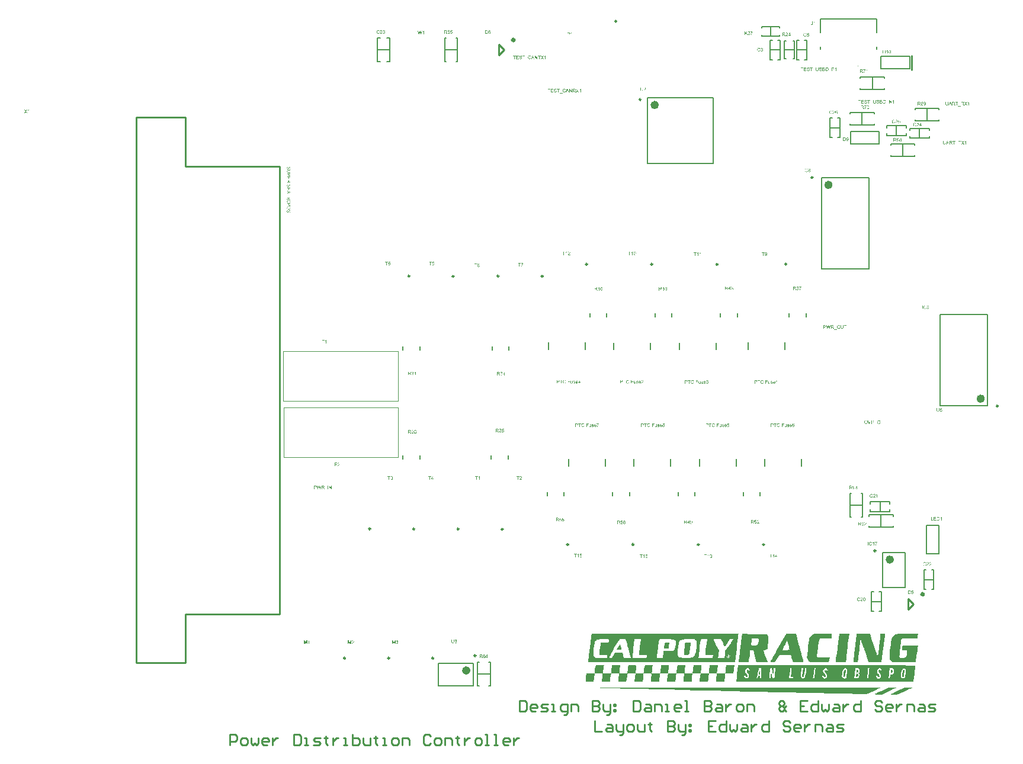
<source format=gbr>
%TF.GenerationSoftware,Altium Limited,Altium Designer,19.0.10 (269)*%
G04 Layer_Color=65535*
%FSLAX26Y26*%
%MOIN*%
%TF.FileFunction,Legend,Top*%
%TF.Part,Single*%
G01*
G75*
%TA.AperFunction,NonConductor*%
%ADD69C,0.009842*%
%ADD70C,0.023622*%
%ADD71C,0.003937*%
%ADD72C,0.019685*%
%ADD73C,0.007874*%
%ADD74C,0.005906*%
%ADD75C,0.010000*%
G36*
X4223392Y731015D02*
X4224781Y729626D01*
Y728238D01*
Y725460D01*
X4223392Y718516D01*
Y717127D01*
Y711572D01*
X4222003Y701850D01*
X4220614Y689351D01*
Y687962D01*
Y686574D01*
X4219226Y676852D01*
X4217837Y664353D01*
X4215059Y650465D01*
X4205338Y572692D01*
X4133120D01*
X4110899Y637966D01*
Y639354D01*
X4109510Y640743D01*
X4106733Y647687D01*
X4102566Y658798D01*
X4098400Y669908D01*
Y671297D01*
X4097011Y672686D01*
X4095622Y678241D01*
X4092845Y686574D01*
X4090067Y693518D01*
Y694906D01*
X4088678Y699073D01*
X4087290Y701850D01*
Y699073D01*
X4085901Y693518D01*
Y686574D01*
X4084512Y674074D01*
X4083123Y658798D01*
X4081734Y649076D01*
X4080346Y637966D01*
Y635188D01*
X4078957Y628244D01*
X4077568Y618522D01*
X4076179Y606023D01*
X4074790Y594913D01*
X4073402Y583802D01*
X4072013Y576858D01*
X4070624Y574081D01*
Y572692D01*
Y569914D01*
X4047014D01*
Y572692D01*
Y574081D01*
Y576858D01*
X4048403Y582414D01*
Y592135D01*
X4051181Y606023D01*
Y614356D01*
X4052570Y625466D01*
X4053958Y636577D01*
X4055347Y650465D01*
Y651854D01*
Y653242D01*
X4056736Y657409D01*
Y662964D01*
X4058125Y675463D01*
X4060902Y690740D01*
X4062291Y704628D01*
X4063680Y717127D01*
Y722682D01*
X4065069Y726849D01*
Y728238D01*
Y729626D01*
X4066458Y732404D01*
X4140064D01*
X4144230Y719905D01*
Y718516D01*
X4145619Y714350D01*
X4147008Y708794D01*
Y707406D01*
X4149786Y703239D01*
X4151174Y694906D01*
X4155341Y685185D01*
X4156730Y682407D01*
X4158118Y675463D01*
X4162285Y667130D01*
X4165062Y657409D01*
X4166451Y654631D01*
X4167840Y647687D01*
X4172006Y639354D01*
X4174784Y629633D01*
X4176173Y628244D01*
X4177562Y622689D01*
X4178950Y615745D01*
X4180339Y608801D01*
Y607412D01*
X4181728Y606023D01*
X4183117Y603246D01*
X4184506Y601857D01*
Y603246D01*
X4185894Y604634D01*
Y610190D01*
X4187283Y617134D01*
X4188672Y628244D01*
X4190061Y644910D01*
X4191450Y654631D01*
X4192838Y665742D01*
Y667130D01*
Y668519D01*
X4194227Y675463D01*
X4195616Y686574D01*
X4197005Y697684D01*
Y710183D01*
X4198394Y719905D01*
X4199782Y728238D01*
Y729626D01*
Y731015D01*
X4201171Y732404D01*
X4219226D01*
X4223392Y731015D01*
D02*
G37*
G36*
X4410880Y729626D02*
Y728238D01*
X4409491Y724071D01*
X4408102Y717127D01*
X4406714Y706017D01*
X4323386D01*
X4321997Y703239D01*
X4319219Y701850D01*
X4316442Y697684D01*
Y696295D01*
Y694906D01*
Y690740D01*
X4315053Y685185D01*
X4313664Y676852D01*
X4312275Y665742D01*
X4310886Y650465D01*
Y649076D01*
X4309498Y643521D01*
Y636577D01*
X4308109Y628244D01*
X4306720Y619911D01*
Y612967D01*
X4305331Y607412D01*
Y604634D01*
Y603246D01*
X4306720Y601857D01*
X4309498Y599079D01*
X4310886Y596302D01*
X4330330D01*
X4335885Y597690D01*
X4338662Y599079D01*
X4340051D01*
X4341440Y600468D01*
X4344218Y604634D01*
X4345606Y606023D01*
X4346995Y611578D01*
X4348384Y617134D01*
Y622689D01*
X4349773Y631022D01*
Y639354D01*
X4320608D01*
Y642132D01*
Y643521D01*
Y647687D01*
X4321997Y654631D01*
X4323386Y665742D01*
X4403936D01*
X4409491Y664353D01*
X4410880D01*
Y661575D01*
X4409491Y658798D01*
Y653242D01*
X4408102Y644910D01*
X4406714Y633799D01*
X4403936Y618522D01*
Y617134D01*
X4402547Y611578D01*
Y604634D01*
X4401158Y594913D01*
X4399770Y586580D01*
Y579636D01*
X4398381Y574081D01*
Y571303D01*
X4390048D01*
X4383104Y569914D01*
X4303942D01*
X4292832Y571303D01*
X4273389D01*
X4269222Y572692D01*
X4266445Y574081D01*
X4260890Y576858D01*
X4255334Y583802D01*
X4252557Y587969D01*
X4251168Y594913D01*
Y596302D01*
Y599079D01*
Y604634D01*
Y611578D01*
Y621300D01*
X4252557Y633799D01*
X4253946Y650465D01*
Y651854D01*
X4255334Y657409D01*
X4256723Y664353D01*
X4258112Y672686D01*
Y681018D01*
X4259501Y689351D01*
X4260890Y694906D01*
Y697684D01*
Y699073D01*
X4262278Y700462D01*
X4265056Y708794D01*
X4270611Y717127D01*
X4278944Y725460D01*
X4280333Y726849D01*
X4283110Y728238D01*
X4285888Y729626D01*
X4291443D01*
X4294221Y731015D01*
X4305331D01*
X4316442Y732404D01*
X4410880D01*
Y729626D01*
D02*
G37*
G36*
X4023405D02*
Y728238D01*
Y725460D01*
X4022016Y719905D01*
X4020627Y710183D01*
Y704628D01*
X4019238Y696295D01*
X4017850Y686574D01*
X4016461Y676852D01*
X4015072Y664353D01*
X4013683Y650465D01*
Y649076D01*
Y647687D01*
X4012294Y637966D01*
X4010906Y625466D01*
X4009517Y611578D01*
X4008128Y597690D01*
X4006739Y583802D01*
X4005350Y575470D01*
Y572692D01*
Y571303D01*
X4002573D01*
X3998406Y569914D01*
X3947021D01*
Y572692D01*
Y574081D01*
X3948410Y578247D01*
Y583802D01*
X3949798Y593524D01*
X3952576Y607412D01*
X3953965Y617134D01*
X3955354Y626855D01*
X3956742Y639354D01*
X3958131Y653242D01*
X3967853Y732404D01*
X4023405D01*
Y729626D01*
D02*
G37*
G36*
X3926189D02*
Y728238D01*
Y722682D01*
Y715738D01*
X3924800Y706017D01*
X3870637D01*
X3865082Y704628D01*
X3860915D01*
X3859526Y703239D01*
X3858138Y701850D01*
X3856749Y700462D01*
X3855360Y697684D01*
Y694906D01*
X3853971Y692129D01*
X3852582Y686574D01*
Y678241D01*
X3849805Y665742D01*
X3848416Y650465D01*
X3841472Y604634D01*
X3844250Y601857D01*
Y600468D01*
X3845638Y599079D01*
X3913690D01*
Y596302D01*
Y594913D01*
X3912301Y590746D01*
X3910912Y583802D01*
X3909523Y569914D01*
X3833139D01*
X3823418Y571303D01*
X3813696D01*
X3805363Y572692D01*
X3801197Y574081D01*
X3799808Y575470D01*
X3795642Y578247D01*
X3794253Y579636D01*
X3791475Y583802D01*
X3788698Y590746D01*
X3785920Y600468D01*
Y601857D01*
Y604634D01*
X3787309Y608801D01*
Y614356D01*
X3788698Y622689D01*
X3790086Y635188D01*
X3791475Y649076D01*
Y651854D01*
X3792864Y657409D01*
Y664353D01*
X3794253Y674074D01*
X3795642Y683796D01*
X3797030Y692129D01*
X3798419Y699073D01*
Y703239D01*
Y704628D01*
X3799808Y707406D01*
X3805363Y715738D01*
X3813696Y725460D01*
X3820640Y729626D01*
X3827584Y732404D01*
X3926189D01*
Y729626D01*
D02*
G37*
G36*
X3742867Y662964D02*
X3744256Y660186D01*
X3745645Y653242D01*
X3749811Y640743D01*
X3752589Y626855D01*
Y625466D01*
X3753978Y624078D01*
X3755366Y615745D01*
X3758144Y606023D01*
X3760922Y596302D01*
Y594913D01*
X3762310Y590746D01*
X3763699Y586580D01*
Y583802D01*
X3766477Y569914D01*
X3706758D01*
X3701203Y590746D01*
Y592135D01*
X3699814Y593524D01*
X3698426Y601857D01*
X3697037Y608801D01*
X3695648Y610190D01*
Y611578D01*
Y612967D01*
X3630374D01*
X3619264Y590746D01*
X3605376Y569914D01*
X3578989D01*
X3580378Y572692D01*
X3583155Y579636D01*
X3585933Y585191D01*
X3590099Y590746D01*
X3594266Y600468D01*
X3601210Y610190D01*
X3608154Y622689D01*
X3616486Y637966D01*
X3626208Y656020D01*
X3638707Y676852D01*
X3652595Y700462D01*
X3667872Y728238D01*
X3669261Y732404D01*
X3726202D01*
X3742867Y662964D01*
D02*
G37*
G36*
X3485939Y729626D02*
X3555379D01*
X3556768Y728238D01*
X3560934Y726849D01*
X3565101Y722682D01*
X3567878Y718516D01*
Y717127D01*
X3569267Y714350D01*
Y711572D01*
Y706017D01*
Y700462D01*
Y692129D01*
X3567878Y681018D01*
Y679630D01*
Y676852D01*
X3566490Y667130D01*
Y657409D01*
X3565101Y653242D01*
Y650465D01*
X3563712Y649076D01*
X3560934Y646298D01*
X3553990Y642132D01*
X3545658Y639354D01*
X3541491D01*
Y637966D01*
X3542880Y635188D01*
X3544269Y631022D01*
X3545658Y624078D01*
X3548435Y615745D01*
X3552602Y604634D01*
Y603246D01*
X3553990Y599079D01*
X3556768Y593524D01*
X3559546Y587969D01*
X3560934Y581025D01*
X3563712Y575470D01*
X3565101Y571303D01*
Y569914D01*
X3502605D01*
X3501216Y574081D01*
Y575470D01*
X3499827Y578247D01*
Y579636D01*
X3498438Y582414D01*
X3497050Y586580D01*
X3495661Y592135D01*
Y593524D01*
X3494272Y597690D01*
X3492883Y603246D01*
Y607412D01*
X3484550Y639354D01*
X3467885D01*
X3466496Y637966D01*
Y636577D01*
Y633799D01*
Y629633D01*
X3465107Y624078D01*
Y615745D01*
X3463718Y604634D01*
Y603246D01*
X3462330Y599079D01*
X3460941Y593524D01*
X3459552Y587969D01*
Y586580D01*
Y583802D01*
X3458163Y574081D01*
Y572692D01*
Y571303D01*
Y569914D01*
X3401222D01*
Y572692D01*
Y574081D01*
Y576858D01*
X3402611Y582414D01*
X3404000Y592135D01*
X3405389Y606023D01*
X3406778Y614356D01*
X3408166Y625466D01*
X3409555Y636577D01*
X3410944Y650465D01*
Y651854D01*
Y653242D01*
X3412333Y662964D01*
X3413722Y675463D01*
X3416499Y689351D01*
X3417888Y704628D01*
X3419277Y717127D01*
X3420666Y725460D01*
X3422054Y728238D01*
Y729626D01*
Y732404D01*
X3485939Y729626D01*
D02*
G37*
G36*
X3399834D02*
Y728238D01*
Y725460D01*
X3398445Y718516D01*
X3397056Y708794D01*
X3395667Y694906D01*
X3394278Y686574D01*
X3392890Y675463D01*
X3391501Y662964D01*
X3390112Y649076D01*
X3380390Y569914D01*
X2554054D01*
Y572692D01*
Y574081D01*
Y578247D01*
X2555443Y583802D01*
X2556832Y593524D01*
X2558221Y607412D01*
X2559610Y615745D01*
X2560998Y625466D01*
X2562387Y637966D01*
X2563776Y650465D01*
Y651854D01*
Y653242D01*
X2565165Y657409D01*
Y662964D01*
X2566554Y675463D01*
X2569331Y690740D01*
X2570720Y704628D01*
X2572109Y717127D01*
Y722682D01*
X2573498Y726849D01*
Y728238D01*
Y729626D01*
Y732404D01*
X3401222D01*
X3399834Y729626D01*
D02*
G37*
G36*
X3377613Y551860D02*
Y549082D01*
Y547694D01*
X3376224Y540750D01*
Y539361D01*
Y537972D01*
X3374835Y529639D01*
X3372058Y507418D01*
X3326227D01*
Y504641D01*
Y501863D01*
X3324838Y497697D01*
Y492142D01*
X3323450Y483809D01*
Y482420D01*
Y481031D01*
X3322061Y472698D01*
X3320672Y464366D01*
Y461588D01*
Y460199D01*
X3273453D01*
Y461588D01*
Y464366D01*
X3274842Y467143D01*
Y471310D01*
Y476865D01*
X3276230Y483809D01*
Y485198D01*
Y486586D01*
X3277619Y494919D01*
X3279008Y503252D01*
Y506030D01*
Y507418D01*
X3234566D01*
X3230400Y483809D01*
Y482420D01*
Y481031D01*
Y472698D01*
X3229011Y464366D01*
Y461588D01*
Y460199D01*
X3181792D01*
Y461588D01*
Y464366D01*
X3183181Y467143D01*
Y471310D01*
Y476865D01*
X3184570Y483809D01*
Y485198D01*
Y486586D01*
X3185958Y494919D01*
X3187347Y503252D01*
Y506030D01*
Y507418D01*
X3142906D01*
X3138739Y483809D01*
Y482420D01*
Y481031D01*
Y472698D01*
X3137350Y465754D01*
Y462977D01*
Y461588D01*
Y460199D01*
X3090131D01*
Y461588D01*
Y464366D01*
Y467143D01*
X3091520Y471310D01*
Y476865D01*
X3092909Y483809D01*
X3094298Y493530D01*
X3095686Y504641D01*
Y507418D01*
X3051245D01*
Y511585D01*
X3052634Y514362D01*
Y518529D01*
Y524084D01*
X3054022Y531028D01*
Y532417D01*
Y535194D01*
X3055411Y542138D01*
X3056800Y550471D01*
Y551860D01*
Y553249D01*
X3101242D01*
Y551860D01*
Y549082D01*
Y546305D01*
Y543527D01*
X3099853Y537972D01*
Y531028D01*
Y529639D01*
Y528250D01*
X3098464Y519918D01*
X3097075Y512974D01*
Y510196D01*
X3095686Y508807D01*
Y507418D01*
X3142906D01*
X3144294Y529639D01*
Y531028D01*
Y533806D01*
X3145683Y540750D01*
X3147072Y549082D01*
X3148461Y550471D01*
Y551860D01*
Y553249D01*
X3192902D01*
Y550471D01*
Y547694D01*
Y543527D01*
X3191514Y536583D01*
X3190125Y529639D01*
X3188736Y519918D01*
X3187347Y508807D01*
Y507418D01*
X3233178D01*
X3234566Y508807D01*
Y510196D01*
Y512974D01*
Y519918D01*
X3235955Y531028D01*
Y532417D01*
Y533806D01*
X3237344Y542138D01*
X3238733Y549082D01*
Y551860D01*
Y553249D01*
X3285952D01*
Y550471D01*
X3284563Y547694D01*
Y543527D01*
X3283174Y537972D01*
X3281786Y531028D01*
Y529639D01*
Y528250D01*
X3280397Y519918D01*
X3279008Y511585D01*
Y508807D01*
Y507418D01*
X3324838D01*
X3326227Y508807D01*
Y511585D01*
X3327616Y514362D01*
Y518529D01*
Y524084D01*
X3329005Y531028D01*
X3331782Y553249D01*
X3377613D01*
Y551860D01*
D02*
G37*
G36*
X2824870D02*
X2826259D01*
Y549082D01*
Y546305D01*
X2824870Y542138D01*
Y536583D01*
X2823482Y529639D01*
Y528250D01*
Y526862D01*
X2822093Y518529D01*
X2820704Y511585D01*
Y508807D01*
Y507418D01*
X2866534D01*
Y504641D01*
Y501863D01*
Y499086D01*
X2865146Y494919D01*
Y489364D01*
X2863757Y482420D01*
X2860979Y460199D01*
X2815149D01*
Y461588D01*
Y462977D01*
X2816538Y467143D01*
Y472698D01*
X2817926Y479642D01*
X2819315Y494919D01*
X2820704Y501863D01*
Y507418D01*
X2779040D01*
X2776262Y506030D01*
X2774874D01*
Y503252D01*
Y499086D01*
X2773485Y494919D01*
Y489364D01*
X2772096Y482420D01*
Y481031D01*
Y479642D01*
X2770707Y471310D01*
X2769318Y464366D01*
Y461588D01*
Y460199D01*
X2723488D01*
Y464366D01*
X2724877Y467143D01*
Y471310D01*
Y476865D01*
X2726266Y483809D01*
Y485198D01*
Y487975D01*
X2727654Y496308D01*
X2729043Y503252D01*
Y506030D01*
Y507418D01*
X2683213D01*
Y511585D01*
X2684602Y514362D01*
Y518529D01*
Y524084D01*
X2685990Y531028D01*
Y532417D01*
Y535194D01*
X2687379Y542138D01*
X2688768Y550471D01*
Y551860D01*
Y553249D01*
X2735987D01*
X2734598Y551860D01*
Y549082D01*
Y546305D01*
X2733210Y542138D01*
Y536583D01*
X2731821Y529639D01*
X2730432Y507418D01*
X2752653Y508807D01*
X2774874D01*
X2777651Y531028D01*
Y532417D01*
Y535194D01*
X2779040Y542138D01*
X2780429Y550471D01*
Y551860D01*
Y553249D01*
X2822093D01*
X2824870Y551860D01*
D02*
G37*
G36*
X4349773D02*
X4395603D01*
Y550471D01*
Y547694D01*
Y540750D01*
X4394214Y532417D01*
X4392826Y519918D01*
X4391437Y504641D01*
X4388659Y485198D01*
X4384493Y461588D01*
Y460199D01*
X3388723D01*
Y461588D01*
Y462977D01*
Y465754D01*
Y471310D01*
X3390112Y479642D01*
X3391501Y492142D01*
X3392890Y507418D01*
X3395667Y528250D01*
X3399834Y551860D01*
Y553249D01*
X4334496D01*
X4349773Y551860D01*
D02*
G37*
G36*
X3009581D02*
Y550471D01*
X3008192Y546305D01*
Y542138D01*
X3006803Y535194D01*
X3005414Y521306D01*
X3004026Y514362D01*
Y508807D01*
X3006803D01*
X3009581Y507418D01*
X3051245D01*
Y506030D01*
Y503252D01*
X3049856Y496308D01*
X3048467Y490753D01*
X3047078Y483809D01*
Y482420D01*
Y481031D01*
Y474087D01*
X3045690Y467143D01*
Y461588D01*
Y460199D01*
X2998470D01*
Y464366D01*
X2999859Y467143D01*
Y471310D01*
Y476865D01*
X3001248Y483809D01*
Y485198D01*
Y487975D01*
X3002637Y496308D01*
X3004026Y503252D01*
Y506030D01*
Y507418D01*
X2959584D01*
Y508807D01*
Y510196D01*
X2960973Y514362D01*
Y519918D01*
X2962362Y526862D01*
X2963750Y542138D01*
X2965139Y547694D01*
Y553249D01*
X3009581D01*
Y551860D01*
D02*
G37*
G36*
X2917920D02*
Y550471D01*
X2916531Y546305D01*
Y539361D01*
X2915142Y532417D01*
X2913754Y524084D01*
Y517140D01*
X2912365Y511585D01*
Y508807D01*
X2915142D01*
X2917920Y507418D01*
X2959584D01*
Y506030D01*
Y503252D01*
X2958195Y500474D01*
Y496308D01*
X2956806Y489364D01*
X2955418Y482420D01*
X2954029Y460199D01*
X2906810D01*
Y462977D01*
X2908198Y465754D01*
Y469921D01*
Y475476D01*
X2909587Y482420D01*
Y483809D01*
Y486586D01*
X2910976Y493530D01*
X2912365Y501863D01*
Y504641D01*
Y506030D01*
X2909587Y507418D01*
X2866534D01*
Y508807D01*
Y511585D01*
X2867923Y514362D01*
Y518529D01*
Y524084D01*
X2869312Y531028D01*
X2873478Y553249D01*
X2917920D01*
Y551860D01*
D02*
G37*
G36*
X2641549D02*
Y550471D01*
Y546305D01*
X2640160Y540750D01*
Y535194D01*
X2638771Y519918D01*
Y514362D01*
Y508807D01*
X2641549D01*
X2644326Y507418D01*
X2683213D01*
Y504641D01*
X2681824Y501863D01*
Y497697D01*
X2680435Y492142D01*
X2679046Y483809D01*
X2677658Y460199D01*
X2630438D01*
Y462977D01*
X2631827Y465754D01*
Y469921D01*
Y475476D01*
X2633216Y482420D01*
Y483809D01*
Y486586D01*
X2634605Y493530D01*
X2635994Y501863D01*
Y504641D01*
Y506030D01*
X2633216Y507418D01*
X2591552D01*
Y508807D01*
Y511585D01*
Y514362D01*
Y518529D01*
X2592941Y524084D01*
Y531028D01*
X2597107Y553249D01*
X2644326D01*
X2641549Y551860D01*
D02*
G37*
G36*
X2591552Y504641D02*
X2590163Y499086D01*
X2588774Y490753D01*
X2587386Y482420D01*
X2585997Y460199D01*
X2538778D01*
Y462977D01*
X2540166Y465754D01*
Y467143D01*
X2541555Y468532D01*
Y475476D01*
Y476865D01*
X2542944Y479642D01*
Y486586D01*
X2544333Y507418D01*
X2591552D01*
Y504641D01*
D02*
G37*
G36*
X4123398Y428257D02*
X4199782D01*
X4198394Y426868D01*
X4195616Y425479D01*
X4190061Y424090D01*
X4183117Y419924D01*
X4173395Y415758D01*
X4160896Y408814D01*
X4122010Y390759D01*
X3329005Y408814D01*
X3309562D01*
X3294285Y410202D01*
X3255398D01*
X3231789Y411591D01*
X3205402D01*
X3176237Y412980D01*
X3145683D01*
X3112352Y414369D01*
X3077632D01*
X3006803Y417146D01*
X2933197Y418535D01*
X2858202Y419924D01*
X2787373Y422702D01*
X2752653D01*
X2719322Y424090D01*
X2688768D01*
X2659603Y425479D01*
X2633216D01*
X2609606Y426868D01*
X2570720D01*
X2555443Y428257D01*
X2622106D01*
X2640160Y429646D01*
X4098400D01*
X4123398Y428257D01*
D02*
G37*
G36*
X4288666D02*
X4290054D01*
X4287277Y426868D01*
X4284499Y425479D01*
X4280333Y424090D01*
X4272000Y419924D01*
X4262278Y415758D01*
X4248390Y408814D01*
X4208115Y387982D01*
X4183117D01*
X4176173Y389370D01*
X4167840Y390759D01*
X4165062D01*
X4166451Y392148D01*
X4169229Y393537D01*
X4176173Y396314D01*
X4177562Y397703D01*
X4184506Y400481D01*
X4192838Y404647D01*
X4203949Y408814D01*
X4245613Y429646D01*
X4287277D01*
X4288666Y428257D01*
D02*
G37*
G36*
X4378938D02*
X4380326D01*
X4377549Y426868D01*
X4374771Y425479D01*
X4369216Y422702D01*
X4362272Y419924D01*
X4351162Y414369D01*
X4337274Y407425D01*
X4291443Y386593D01*
X4272000D01*
X4265056Y387982D01*
X4251168D01*
X4253946Y389370D01*
X4256723Y390759D01*
X4260890Y393537D01*
X4267834Y396314D01*
X4277555Y401870D01*
X4291443Y408814D01*
X4335885Y429646D01*
X4377549D01*
X4378938Y428257D01*
D02*
G37*
G36*
X4530506Y1199418D02*
Y1199391D01*
X4530479Y1199335D01*
X4530423Y1199224D01*
X4530396Y1199086D01*
X4530312Y1198920D01*
X4530229Y1198698D01*
X4530063Y1198255D01*
X4529869Y1197756D01*
X4529648Y1197258D01*
X4529426Y1196787D01*
X4529232Y1196399D01*
X4529260D01*
X4529343D01*
X4529454Y1196427D01*
X4529620D01*
X4529814Y1196454D01*
X4530035Y1196482D01*
X4530534Y1196510D01*
X4531060Y1196565D01*
X4531614Y1196621D01*
X4532085Y1196648D01*
X4532307D01*
X4532501D01*
Y1194765D01*
X4532473D01*
X4532445D01*
X4532362D01*
X4532279D01*
X4531975Y1194792D01*
X4531614Y1194820D01*
X4531144Y1194876D01*
X4530562Y1194903D01*
X4529925Y1194986D01*
X4529232Y1195069D01*
Y1195042D01*
X4529260Y1195014D01*
X4529288Y1194931D01*
X4529343Y1194820D01*
X4529481Y1194543D01*
X4529648Y1194183D01*
X4529842Y1193740D01*
X4530063Y1193214D01*
X4530285Y1192632D01*
X4530506Y1191995D01*
X4528650Y1191385D01*
Y1191413D01*
X4528623Y1191468D01*
X4528595Y1191552D01*
X4528567Y1191662D01*
X4528512Y1191829D01*
X4528457Y1191995D01*
X4528346Y1192410D01*
X4528235Y1192909D01*
X4528096Y1193463D01*
X4527986Y1194044D01*
X4527903Y1194654D01*
X4527875Y1194626D01*
X4527764Y1194515D01*
X4527598Y1194322D01*
X4527349Y1194072D01*
X4526989Y1193740D01*
X4526573Y1193380D01*
X4526047Y1192909D01*
X4525437Y1192410D01*
X4524357Y1193961D01*
X4524412Y1193989D01*
X4524551Y1194100D01*
X4524773Y1194266D01*
X4525077Y1194488D01*
X4525493Y1194737D01*
X4525964Y1195042D01*
X4526518Y1195402D01*
X4527127Y1195762D01*
X4527099D01*
X4527044Y1195790D01*
X4526961Y1195845D01*
X4526822Y1195928D01*
X4526490Y1196094D01*
X4526102Y1196316D01*
X4525659Y1196593D01*
X4525188Y1196870D01*
X4524745Y1197175D01*
X4524357Y1197452D01*
X4525437Y1198975D01*
X4525465Y1198947D01*
X4525520Y1198920D01*
X4525604Y1198837D01*
X4525742Y1198726D01*
X4526074Y1198476D01*
X4526462Y1198144D01*
X4526878Y1197784D01*
X4527266Y1197424D01*
X4527626Y1197091D01*
X4527792Y1196953D01*
X4527903Y1196814D01*
Y1196842D01*
X4527930Y1196898D01*
Y1196981D01*
X4527958Y1197091D01*
X4527986Y1197258D01*
X4528041Y1197424D01*
X4528124Y1197839D01*
X4528235Y1198338D01*
X4528346Y1198864D01*
X4528650Y1200000D01*
X4530506Y1199418D01*
D02*
G37*
G36*
X4349182Y3985473D02*
Y3985445D01*
Y3985362D01*
Y3985279D01*
X4349155Y3984974D01*
X4349127Y3984614D01*
X4349072Y3984144D01*
X4349044Y3983562D01*
X4348961Y3982925D01*
X4348878Y3982232D01*
X4348905D01*
X4348933Y3982260D01*
X4349016Y3982288D01*
X4349127Y3982343D01*
X4349404Y3982481D01*
X4349764Y3982648D01*
X4350207Y3982842D01*
X4350734Y3983063D01*
X4351315Y3983285D01*
X4351952Y3983506D01*
X4352562Y3981651D01*
X4352534D01*
X4352479Y3981623D01*
X4352395Y3981595D01*
X4352285Y3981567D01*
X4352118Y3981512D01*
X4351952Y3981457D01*
X4351537Y3981346D01*
X4351038Y3981235D01*
X4350484Y3981097D01*
X4349903Y3980986D01*
X4349293Y3980903D01*
X4349321Y3980875D01*
X4349432Y3980764D01*
X4349626Y3980598D01*
X4349875Y3980349D01*
X4350207Y3979988D01*
X4350567Y3979573D01*
X4351038Y3979047D01*
X4351537Y3978437D01*
X4349986Y3977357D01*
X4349958Y3977412D01*
X4349847Y3977551D01*
X4349681Y3977773D01*
X4349459Y3978077D01*
X4349210Y3978493D01*
X4348905Y3978964D01*
X4348545Y3979518D01*
X4348185Y3980127D01*
Y3980099D01*
X4348157Y3980044D01*
X4348102Y3979961D01*
X4348019Y3979822D01*
X4347853Y3979490D01*
X4347631Y3979102D01*
X4347354Y3978659D01*
X4347077Y3978188D01*
X4346772Y3977745D01*
X4346495Y3977357D01*
X4344972Y3978437D01*
X4345000Y3978465D01*
X4345027Y3978520D01*
X4345110Y3978604D01*
X4345221Y3978742D01*
X4345471Y3979074D01*
X4345803Y3979462D01*
X4346163Y3979878D01*
X4346523Y3980265D01*
X4346855Y3980626D01*
X4346994Y3980792D01*
X4347132Y3980903D01*
X4347105D01*
X4347049Y3980930D01*
X4346966D01*
X4346855Y3980958D01*
X4346689Y3980986D01*
X4346523Y3981041D01*
X4346108Y3981124D01*
X4345609Y3981235D01*
X4345083Y3981346D01*
X4343947Y3981651D01*
X4344529Y3983506D01*
X4344556D01*
X4344612Y3983479D01*
X4344723Y3983423D01*
X4344861Y3983396D01*
X4345027Y3983312D01*
X4345249Y3983229D01*
X4345692Y3983063D01*
X4346191Y3982869D01*
X4346689Y3982648D01*
X4347160Y3982426D01*
X4347548Y3982232D01*
Y3982260D01*
Y3982343D01*
X4347520Y3982454D01*
Y3982620D01*
X4347493Y3982814D01*
X4347465Y3983035D01*
X4347437Y3983534D01*
X4347382Y3984060D01*
X4347326Y3984614D01*
X4347299Y3985085D01*
Y3985307D01*
Y3985501D01*
X4349182D01*
Y3985473D01*
D02*
G37*
G36*
X4176660Y3562473D02*
Y3562445D01*
Y3562362D01*
Y3562279D01*
X4176633Y3561974D01*
X4176605Y3561614D01*
X4176550Y3561144D01*
X4176522Y3560562D01*
X4176439Y3559925D01*
X4176356Y3559232D01*
X4176383D01*
X4176411Y3559260D01*
X4176494Y3559288D01*
X4176605Y3559343D01*
X4176882Y3559481D01*
X4177242Y3559648D01*
X4177685Y3559842D01*
X4178212Y3560063D01*
X4178793Y3560285D01*
X4179431Y3560506D01*
X4180040Y3558651D01*
X4180012D01*
X4179957Y3558623D01*
X4179874Y3558595D01*
X4179763Y3558567D01*
X4179597Y3558512D01*
X4179431Y3558457D01*
X4179015Y3558346D01*
X4178516Y3558235D01*
X4177962Y3558097D01*
X4177381Y3557986D01*
X4176771Y3557903D01*
X4176799Y3557875D01*
X4176910Y3557764D01*
X4177104Y3557598D01*
X4177353Y3557349D01*
X4177685Y3556988D01*
X4178046Y3556573D01*
X4178516Y3556047D01*
X4179015Y3555437D01*
X4177464Y3554357D01*
X4177436Y3554412D01*
X4177325Y3554551D01*
X4177159Y3554773D01*
X4176938Y3555077D01*
X4176688Y3555493D01*
X4176383Y3555964D01*
X4176023Y3556518D01*
X4175663Y3557127D01*
Y3557099D01*
X4175636Y3557044D01*
X4175580Y3556961D01*
X4175497Y3556822D01*
X4175331Y3556490D01*
X4175109Y3556102D01*
X4174832Y3555659D01*
X4174555Y3555188D01*
X4174251Y3554745D01*
X4173974Y3554357D01*
X4172450Y3555437D01*
X4172478Y3555465D01*
X4172506Y3555520D01*
X4172589Y3555604D01*
X4172699Y3555742D01*
X4172949Y3556074D01*
X4173281Y3556462D01*
X4173641Y3556878D01*
X4174001Y3557265D01*
X4174334Y3557626D01*
X4174472Y3557792D01*
X4174611Y3557903D01*
X4174583D01*
X4174528Y3557930D01*
X4174444D01*
X4174334Y3557958D01*
X4174167Y3557986D01*
X4174001Y3558041D01*
X4173586Y3558124D01*
X4173087Y3558235D01*
X4172561Y3558346D01*
X4171425Y3558651D01*
X4172007Y3560506D01*
X4172035D01*
X4172090Y3560479D01*
X4172201Y3560423D01*
X4172339Y3560396D01*
X4172506Y3560312D01*
X4172727Y3560229D01*
X4173170Y3560063D01*
X4173669Y3559869D01*
X4174167Y3559648D01*
X4174638Y3559426D01*
X4175026Y3559232D01*
Y3559260D01*
Y3559343D01*
X4174998Y3559454D01*
Y3559620D01*
X4174971Y3559814D01*
X4174943Y3560035D01*
X4174915Y3560534D01*
X4174860Y3561060D01*
X4174805Y3561614D01*
X4174777Y3562085D01*
Y3562307D01*
Y3562501D01*
X4176660D01*
Y3562473D01*
D02*
G37*
G36*
X866371Y3357618D02*
X866343D01*
X866316D01*
X866232Y3357590D01*
X866122D01*
X865872Y3357535D01*
X865512Y3357452D01*
X865152Y3357341D01*
X864737Y3357230D01*
X864349Y3357036D01*
X863989Y3356842D01*
X863961Y3356814D01*
X863850Y3356731D01*
X863656Y3356593D01*
X863462Y3356371D01*
X863213Y3356094D01*
X862964Y3355790D01*
X862715Y3355374D01*
X862493Y3354931D01*
Y3354903D01*
X862465Y3354876D01*
X862438Y3354792D01*
X862410Y3354709D01*
X862327Y3354432D01*
X862216Y3354072D01*
X862105Y3353629D01*
X862022Y3353130D01*
X861967Y3352576D01*
X861939Y3351967D01*
Y3351718D01*
X861967Y3351441D01*
X861994Y3351108D01*
X862050Y3350720D01*
X862105Y3350277D01*
X862216Y3349834D01*
X862355Y3349419D01*
X862382Y3349363D01*
X862438Y3349225D01*
X862548Y3349031D01*
X862659Y3348782D01*
X862853Y3348532D01*
X863047Y3348255D01*
X863269Y3347978D01*
X863546Y3347757D01*
X863573Y3347729D01*
X863684Y3347673D01*
X863823Y3347590D01*
X864044Y3347480D01*
X864266Y3347369D01*
X864543Y3347286D01*
X864847Y3347230D01*
X865180Y3347203D01*
X865208D01*
X865346D01*
X865512Y3347230D01*
X865734Y3347258D01*
X865956Y3347341D01*
X866232Y3347424D01*
X866510Y3347563D01*
X866759Y3347757D01*
X866787Y3347784D01*
X866870Y3347867D01*
X866980Y3347978D01*
X867147Y3348172D01*
X867313Y3348394D01*
X867507Y3348698D01*
X867701Y3349059D01*
X867867Y3349474D01*
X867894Y3349502D01*
X867922Y3349640D01*
X868005Y3349862D01*
X868033Y3350000D01*
X868088Y3350194D01*
X868172Y3350388D01*
X868227Y3350637D01*
X868310Y3350914D01*
X868393Y3351247D01*
X868476Y3351579D01*
X868587Y3351967D01*
X868698Y3352410D01*
X868809Y3352881D01*
Y3352909D01*
X868836Y3352992D01*
X868864Y3353130D01*
X868919Y3353297D01*
X868975Y3353518D01*
X869030Y3353767D01*
X869196Y3354322D01*
X869390Y3354931D01*
X869584Y3355568D01*
X869778Y3356122D01*
X869889Y3356371D01*
X870000Y3356593D01*
Y3356621D01*
X870027Y3356648D01*
X870138Y3356814D01*
X870277Y3357064D01*
X870498Y3357341D01*
X870748Y3357673D01*
X871052Y3358006D01*
X871412Y3358338D01*
X871800Y3358615D01*
X871856Y3358643D01*
X871994Y3358726D01*
X872216Y3358837D01*
X872493Y3358947D01*
X872853Y3359058D01*
X873268Y3359169D01*
X873712Y3359252D01*
X874182Y3359280D01*
X874210D01*
X874238D01*
X874321D01*
X874432D01*
X874709Y3359224D01*
X875069Y3359169D01*
X875484Y3359086D01*
X875955Y3358947D01*
X876426Y3358753D01*
X876897Y3358477D01*
X876925D01*
X876952Y3358449D01*
X877119Y3358310D01*
X877340Y3358116D01*
X877617Y3357867D01*
X877922Y3357535D01*
X878254Y3357119D01*
X878559Y3356621D01*
X878836Y3356067D01*
Y3356039D01*
X878864Y3355983D01*
X878891Y3355900D01*
X878947Y3355790D01*
X879002Y3355651D01*
X879058Y3355457D01*
X879168Y3355042D01*
X879279Y3354515D01*
X879390Y3353906D01*
X879473Y3353269D01*
X879501Y3352549D01*
Y3352189D01*
X879473Y3351995D01*
Y3351801D01*
X879418Y3351274D01*
X879335Y3350693D01*
X879196Y3350083D01*
X879030Y3349419D01*
X878808Y3348809D01*
Y3348782D01*
X878781Y3348726D01*
X878725Y3348643D01*
X878670Y3348532D01*
X878531Y3348255D01*
X878282Y3347895D01*
X878005Y3347480D01*
X877645Y3347064D01*
X877229Y3346676D01*
X876759Y3346316D01*
X876731D01*
X876703Y3346289D01*
X876620Y3346233D01*
X876537Y3346178D01*
X876260Y3346039D01*
X875900Y3345873D01*
X875457Y3345679D01*
X874930Y3345541D01*
X874376Y3345402D01*
X873767Y3345347D01*
X873573Y3347784D01*
X873601D01*
X873656D01*
X873739Y3347812D01*
X873878Y3347840D01*
X874182Y3347923D01*
X874598Y3348034D01*
X875041Y3348200D01*
X875484Y3348449D01*
X875900Y3348754D01*
X876288Y3349142D01*
X876315Y3349197D01*
X876426Y3349336D01*
X876592Y3349613D01*
X876759Y3349973D01*
X876925Y3350443D01*
X877091Y3350997D01*
X877202Y3351690D01*
X877229Y3352466D01*
Y3352853D01*
X877202Y3353020D01*
X877174Y3353241D01*
X877119Y3353740D01*
X877008Y3354294D01*
X876869Y3354848D01*
X876648Y3355374D01*
X876509Y3355596D01*
X876371Y3355817D01*
X876343Y3355873D01*
X876232Y3355983D01*
X876038Y3356150D01*
X875817Y3356316D01*
X875512Y3356510D01*
X875180Y3356676D01*
X874792Y3356787D01*
X874349Y3356842D01*
X874293D01*
X874182D01*
X873989Y3356814D01*
X873767Y3356759D01*
X873490Y3356676D01*
X873213Y3356537D01*
X872936Y3356371D01*
X872659Y3356122D01*
X872631Y3356094D01*
X872548Y3355956D01*
X872465Y3355845D01*
X872410Y3355734D01*
X872327Y3355568D01*
X872216Y3355374D01*
X872133Y3355125D01*
X872022Y3354848D01*
X871911Y3354543D01*
X871773Y3354183D01*
X871662Y3353795D01*
X871523Y3353352D01*
X871412Y3352853D01*
X871274Y3352299D01*
Y3352272D01*
X871246Y3352161D01*
X871218Y3351995D01*
X871163Y3351801D01*
X871108Y3351552D01*
X871025Y3351247D01*
X870942Y3350942D01*
X870858Y3350610D01*
X870664Y3349890D01*
X870471Y3349197D01*
X870360Y3348865D01*
X870249Y3348560D01*
X870166Y3348283D01*
X870055Y3348061D01*
Y3348034D01*
X870027Y3347978D01*
X869972Y3347895D01*
X869917Y3347784D01*
X869750Y3347480D01*
X869529Y3347119D01*
X869224Y3346704D01*
X868892Y3346289D01*
X868504Y3345901D01*
X868088Y3345568D01*
X868033Y3345541D01*
X867894Y3345430D01*
X867645Y3345319D01*
X867313Y3345153D01*
X866925Y3345014D01*
X866454Y3344876D01*
X865928Y3344793D01*
X865374Y3344765D01*
X865346D01*
X865318D01*
X865235D01*
X865125D01*
X864820Y3344820D01*
X864432Y3344876D01*
X863989Y3344987D01*
X863518Y3345125D01*
X863019Y3345347D01*
X862493Y3345651D01*
X862465D01*
X862438Y3345679D01*
X862271Y3345818D01*
X862022Y3346012D01*
X861745Y3346289D01*
X861413Y3346649D01*
X861053Y3347092D01*
X860720Y3347590D01*
X860415Y3348172D01*
Y3348200D01*
X860388Y3348255D01*
X860360Y3348338D01*
X860305Y3348449D01*
X860249Y3348615D01*
X860166Y3348809D01*
X860055Y3349252D01*
X859917Y3349779D01*
X859778Y3350416D01*
X859695Y3351108D01*
X859668Y3351856D01*
Y3352299D01*
X859695Y3352521D01*
Y3352770D01*
X859723Y3353047D01*
X859751Y3353380D01*
X859861Y3354072D01*
X859972Y3354792D01*
X860166Y3355513D01*
X860415Y3356205D01*
Y3356233D01*
X860443Y3356288D01*
X860499Y3356371D01*
X860554Y3356482D01*
X860720Y3356814D01*
X860970Y3357202D01*
X861302Y3357646D01*
X861690Y3358116D01*
X862161Y3358560D01*
X862687Y3358975D01*
X862715D01*
X862770Y3359030D01*
X862853Y3359058D01*
X862964Y3359141D01*
X863102Y3359197D01*
X863269Y3359280D01*
X863684Y3359474D01*
X864210Y3359668D01*
X864792Y3359834D01*
X865457Y3359945D01*
X866149Y3360000D01*
X866371Y3357618D01*
D02*
G37*
G36*
X879168Y3338699D02*
X868088D01*
X868061D01*
X867978D01*
X867839D01*
X867673D01*
X867479Y3338671D01*
X867230D01*
X866703Y3338643D01*
X866094Y3338588D01*
X865485Y3338505D01*
X864903Y3338394D01*
X864654Y3338339D01*
X864404Y3338256D01*
X864349Y3338228D01*
X864210Y3338172D01*
X864016Y3338034D01*
X863740Y3337868D01*
X863462Y3337674D01*
X863158Y3337397D01*
X862853Y3337064D01*
X862604Y3336677D01*
X862576Y3336621D01*
X862493Y3336483D01*
X862410Y3336233D01*
X862299Y3335901D01*
X862161Y3335513D01*
X862077Y3335015D01*
X861994Y3334488D01*
X861967Y3333907D01*
Y3333630D01*
X861994Y3333463D01*
Y3333214D01*
X862022Y3332965D01*
X862133Y3332355D01*
X862271Y3331691D01*
X862493Y3331053D01*
X862798Y3330444D01*
X862992Y3330167D01*
X863213Y3329918D01*
X863241Y3329890D01*
X863269Y3329862D01*
X863352Y3329807D01*
X863462Y3329724D01*
X863629Y3329641D01*
X863795Y3329530D01*
X864044Y3329419D01*
X864293Y3329308D01*
X864598Y3329198D01*
X864958Y3329115D01*
X865374Y3329004D01*
X865817Y3328921D01*
X866316Y3328838D01*
X866842Y3328782D01*
X867451Y3328727D01*
X868088D01*
X879168D01*
Y3326178D01*
X868088D01*
X868061D01*
X867950D01*
X867811D01*
X867617D01*
X867368Y3326206D01*
X867091D01*
X866759Y3326234D01*
X866426Y3326261D01*
X865678Y3326345D01*
X864903Y3326455D01*
X864155Y3326622D01*
X863795Y3326732D01*
X863462Y3326843D01*
X863435D01*
X863379Y3326871D01*
X863296Y3326926D01*
X863186Y3326982D01*
X862881Y3327148D01*
X862493Y3327397D01*
X862050Y3327729D01*
X861607Y3328117D01*
X861136Y3328616D01*
X860720Y3329225D01*
Y3329253D01*
X860665Y3329308D01*
X860637Y3329392D01*
X860554Y3329530D01*
X860471Y3329696D01*
X860388Y3329918D01*
X860305Y3330139D01*
X860194Y3330416D01*
X860083Y3330721D01*
X860000Y3331053D01*
X859917Y3331414D01*
X859834Y3331829D01*
X859778Y3332245D01*
X859723Y3332688D01*
X859668Y3333685D01*
Y3333934D01*
X859695Y3334128D01*
Y3334350D01*
X859723Y3334627D01*
X859751Y3334932D01*
X859778Y3335236D01*
X859889Y3335929D01*
X860055Y3336677D01*
X860277Y3337397D01*
X860582Y3338089D01*
Y3338117D01*
X860637Y3338172D01*
X860692Y3338256D01*
X860748Y3338366D01*
X860970Y3338671D01*
X861274Y3339031D01*
X861662Y3339447D01*
X862105Y3339834D01*
X862659Y3340222D01*
X863269Y3340527D01*
X863296D01*
X863352Y3340555D01*
X863462Y3340582D01*
X863601Y3340638D01*
X863767Y3340693D01*
X863989Y3340749D01*
X864238Y3340832D01*
X864543Y3340887D01*
X864875Y3340942D01*
X865235Y3341026D01*
X865623Y3341081D01*
X866039Y3341136D01*
X866510Y3341192D01*
X867008Y3341219D01*
X867534Y3341247D01*
X868088D01*
X879168D01*
Y3338699D01*
D02*
G37*
G36*
Y3314073D02*
X879141Y3313658D01*
X879113Y3313187D01*
X879085Y3312688D01*
X879030Y3312218D01*
X878975Y3311802D01*
Y3311747D01*
X878919Y3311553D01*
X878864Y3311303D01*
X878781Y3310971D01*
X878642Y3310611D01*
X878476Y3310223D01*
X878282Y3309808D01*
X878060Y3309448D01*
X878033Y3309392D01*
X877950Y3309281D01*
X877783Y3309115D01*
X877590Y3308894D01*
X877340Y3308644D01*
X877008Y3308395D01*
X876648Y3308118D01*
X876232Y3307896D01*
X876177Y3307869D01*
X876038Y3307813D01*
X875789Y3307702D01*
X875457Y3307592D01*
X875069Y3307508D01*
X874626Y3307398D01*
X874127Y3307342D01*
X873601Y3307315D01*
X873573D01*
X873490D01*
X873379D01*
X873185Y3307342D01*
X872991Y3307370D01*
X872742Y3307398D01*
X872465Y3307453D01*
X872160Y3307508D01*
X871523Y3307702D01*
X871191Y3307813D01*
X870831Y3307979D01*
X870471Y3308173D01*
X870138Y3308367D01*
X869806Y3308617D01*
X869473Y3308894D01*
X869446Y3308921D01*
X869390Y3308977D01*
X869307Y3309060D01*
X869224Y3309198D01*
X869086Y3309364D01*
X868947Y3309586D01*
X868781Y3309863D01*
X868642Y3310168D01*
X868476Y3310528D01*
X868310Y3310943D01*
X868172Y3311387D01*
X868061Y3311913D01*
X867950Y3312467D01*
X867867Y3313076D01*
X867811Y3313769D01*
X867784Y3314489D01*
Y3319392D01*
X860000D01*
Y3321940D01*
X879168D01*
Y3314073D01*
D02*
G37*
G36*
Y3290168D02*
X876897D01*
Y3301498D01*
X871052D01*
Y3290889D01*
X868781D01*
Y3301498D01*
X862271D01*
Y3289725D01*
X860000D01*
Y3304046D01*
X879168D01*
Y3290168D01*
D02*
G37*
G36*
Y3277288D02*
X879141Y3277066D01*
Y3276817D01*
X879113Y3276235D01*
X879030Y3275626D01*
X878947Y3274961D01*
X878808Y3274352D01*
X878725Y3274047D01*
X878642Y3273798D01*
Y3273770D01*
X878614Y3273742D01*
X878531Y3273576D01*
X878420Y3273327D01*
X878227Y3273022D01*
X877977Y3272690D01*
X877645Y3272329D01*
X877257Y3271997D01*
X876814Y3271665D01*
X876786D01*
X876759Y3271637D01*
X876592Y3271526D01*
X876315Y3271415D01*
X875955Y3271249D01*
X875540Y3271111D01*
X875041Y3270972D01*
X874515Y3270889D01*
X873933Y3270861D01*
X873905D01*
X873850D01*
X873739D01*
X873601Y3270889D01*
X873407D01*
X873213Y3270917D01*
X872742Y3271028D01*
X872188Y3271194D01*
X871606Y3271415D01*
X871025Y3271748D01*
X870748Y3271969D01*
X870471Y3272191D01*
X870443Y3272219D01*
X870415Y3272246D01*
X870332Y3272329D01*
X870249Y3272440D01*
X870138Y3272579D01*
X870027Y3272745D01*
X869889Y3272967D01*
X869723Y3273188D01*
X869584Y3273465D01*
X869446Y3273770D01*
X869279Y3274102D01*
X869141Y3274462D01*
X869030Y3274878D01*
X868892Y3275293D01*
X868809Y3275764D01*
X868726Y3276263D01*
X868698Y3276207D01*
X868642Y3276097D01*
X868532Y3275930D01*
X868421Y3275709D01*
X868116Y3275210D01*
X867922Y3274961D01*
X867756Y3274739D01*
X867701Y3274684D01*
X867562Y3274546D01*
X867341Y3274324D01*
X867063Y3274047D01*
X866676Y3273742D01*
X866260Y3273382D01*
X865762Y3273022D01*
X865208Y3272634D01*
X860000Y3269338D01*
Y3272496D01*
X863989Y3275016D01*
X864016D01*
X864072Y3275072D01*
X864155Y3275127D01*
X864266Y3275210D01*
X864571Y3275404D01*
X864958Y3275653D01*
X865374Y3275958D01*
X865817Y3276263D01*
X866232Y3276568D01*
X866620Y3276845D01*
X866648Y3276872D01*
X866759Y3276955D01*
X866925Y3277094D01*
X867119Y3277288D01*
X867534Y3277703D01*
X867728Y3277925D01*
X867894Y3278146D01*
X867922Y3278174D01*
X867950Y3278230D01*
X868005Y3278340D01*
X868088Y3278507D01*
X868172Y3278673D01*
X868255Y3278867D01*
X868393Y3279310D01*
Y3279338D01*
X868421Y3279393D01*
Y3279504D01*
X868448Y3279642D01*
X868476Y3279836D01*
Y3280058D01*
X868504Y3280363D01*
Y3283631D01*
X860000D01*
Y3286180D01*
X879168D01*
Y3277288D01*
D02*
G37*
G36*
X866371Y3257898D02*
X866343D01*
X866316D01*
X866232Y3257870D01*
X866122D01*
X865872Y3257815D01*
X865512Y3257732D01*
X865152Y3257621D01*
X864737Y3257510D01*
X864349Y3257316D01*
X863989Y3257122D01*
X863961Y3257095D01*
X863850Y3257011D01*
X863656Y3256873D01*
X863462Y3256651D01*
X863213Y3256374D01*
X862964Y3256070D01*
X862715Y3255654D01*
X862493Y3255211D01*
Y3255183D01*
X862465Y3255155D01*
X862438Y3255072D01*
X862410Y3254989D01*
X862327Y3254712D01*
X862216Y3254352D01*
X862105Y3253909D01*
X862022Y3253410D01*
X861967Y3252856D01*
X861939Y3252247D01*
Y3251998D01*
X861967Y3251721D01*
X861994Y3251388D01*
X862050Y3251001D01*
X862105Y3250557D01*
X862216Y3250114D01*
X862355Y3249699D01*
X862382Y3249643D01*
X862438Y3249505D01*
X862548Y3249311D01*
X862659Y3249061D01*
X862853Y3248812D01*
X863047Y3248535D01*
X863269Y3248258D01*
X863546Y3248037D01*
X863573Y3248009D01*
X863684Y3247954D01*
X863823Y3247870D01*
X864044Y3247760D01*
X864266Y3247649D01*
X864543Y3247566D01*
X864847Y3247510D01*
X865180Y3247483D01*
X865208D01*
X865346D01*
X865512Y3247510D01*
X865734Y3247538D01*
X865956Y3247621D01*
X866232Y3247704D01*
X866510Y3247843D01*
X866759Y3248037D01*
X866787Y3248064D01*
X866870Y3248147D01*
X866980Y3248258D01*
X867147Y3248452D01*
X867313Y3248674D01*
X867507Y3248978D01*
X867701Y3249338D01*
X867867Y3249754D01*
X867894Y3249782D01*
X867922Y3249920D01*
X868005Y3250142D01*
X868033Y3250280D01*
X868088Y3250474D01*
X868172Y3250668D01*
X868227Y3250917D01*
X868310Y3251194D01*
X868393Y3251527D01*
X868476Y3251859D01*
X868587Y3252247D01*
X868698Y3252690D01*
X868809Y3253161D01*
Y3253189D01*
X868836Y3253272D01*
X868864Y3253410D01*
X868919Y3253577D01*
X868975Y3253798D01*
X869030Y3254048D01*
X869196Y3254602D01*
X869390Y3255211D01*
X869584Y3255848D01*
X869778Y3256402D01*
X869889Y3256651D01*
X870000Y3256873D01*
Y3256901D01*
X870027Y3256928D01*
X870138Y3257095D01*
X870277Y3257344D01*
X870498Y3257621D01*
X870748Y3257953D01*
X871052Y3258286D01*
X871412Y3258618D01*
X871800Y3258895D01*
X871856Y3258923D01*
X871994Y3259006D01*
X872216Y3259117D01*
X872493Y3259227D01*
X872853Y3259338D01*
X873268Y3259449D01*
X873712Y3259532D01*
X874182Y3259560D01*
X874210D01*
X874238D01*
X874321D01*
X874432D01*
X874709Y3259504D01*
X875069Y3259449D01*
X875484Y3259366D01*
X875955Y3259227D01*
X876426Y3259034D01*
X876897Y3258756D01*
X876925D01*
X876952Y3258729D01*
X877119Y3258590D01*
X877340Y3258396D01*
X877617Y3258147D01*
X877922Y3257815D01*
X878254Y3257399D01*
X878559Y3256901D01*
X878836Y3256347D01*
Y3256319D01*
X878864Y3256264D01*
X878891Y3256180D01*
X878947Y3256070D01*
X879002Y3255931D01*
X879058Y3255737D01*
X879168Y3255322D01*
X879279Y3254795D01*
X879390Y3254186D01*
X879473Y3253549D01*
X879501Y3252829D01*
Y3252469D01*
X879473Y3252275D01*
Y3252081D01*
X879418Y3251555D01*
X879335Y3250973D01*
X879196Y3250363D01*
X879030Y3249699D01*
X878808Y3249089D01*
Y3249061D01*
X878781Y3249006D01*
X878725Y3248923D01*
X878670Y3248812D01*
X878531Y3248535D01*
X878282Y3248175D01*
X878005Y3247760D01*
X877645Y3247344D01*
X877229Y3246956D01*
X876759Y3246596D01*
X876731D01*
X876703Y3246568D01*
X876620Y3246513D01*
X876537Y3246458D01*
X876260Y3246319D01*
X875900Y3246153D01*
X875457Y3245959D01*
X874930Y3245821D01*
X874376Y3245682D01*
X873767Y3245627D01*
X873573Y3248064D01*
X873601D01*
X873656D01*
X873739Y3248092D01*
X873878Y3248120D01*
X874182Y3248203D01*
X874598Y3248314D01*
X875041Y3248480D01*
X875484Y3248729D01*
X875900Y3249034D01*
X876288Y3249422D01*
X876315Y3249477D01*
X876426Y3249615D01*
X876592Y3249892D01*
X876759Y3250253D01*
X876925Y3250724D01*
X877091Y3251278D01*
X877202Y3251970D01*
X877229Y3252746D01*
Y3253133D01*
X877202Y3253300D01*
X877174Y3253521D01*
X877119Y3254020D01*
X877008Y3254574D01*
X876869Y3255128D01*
X876648Y3255654D01*
X876509Y3255876D01*
X876371Y3256097D01*
X876343Y3256153D01*
X876232Y3256264D01*
X876038Y3256430D01*
X875817Y3256596D01*
X875512Y3256790D01*
X875180Y3256956D01*
X874792Y3257067D01*
X874349Y3257122D01*
X874293D01*
X874182D01*
X873989Y3257095D01*
X873767Y3257039D01*
X873490Y3256956D01*
X873213Y3256818D01*
X872936Y3256651D01*
X872659Y3256402D01*
X872631Y3256374D01*
X872548Y3256236D01*
X872465Y3256125D01*
X872410Y3256014D01*
X872327Y3255848D01*
X872216Y3255654D01*
X872133Y3255405D01*
X872022Y3255128D01*
X871911Y3254823D01*
X871773Y3254463D01*
X871662Y3254075D01*
X871523Y3253632D01*
X871412Y3253133D01*
X871274Y3252579D01*
Y3252552D01*
X871246Y3252441D01*
X871218Y3252275D01*
X871163Y3252081D01*
X871108Y3251831D01*
X871025Y3251527D01*
X870942Y3251222D01*
X870858Y3250890D01*
X870664Y3250169D01*
X870471Y3249477D01*
X870360Y3249145D01*
X870249Y3248840D01*
X870166Y3248563D01*
X870055Y3248341D01*
Y3248314D01*
X870027Y3248258D01*
X869972Y3248175D01*
X869917Y3248064D01*
X869750Y3247760D01*
X869529Y3247399D01*
X869224Y3246984D01*
X868892Y3246568D01*
X868504Y3246181D01*
X868088Y3245848D01*
X868033Y3245821D01*
X867894Y3245710D01*
X867645Y3245599D01*
X867313Y3245433D01*
X866925Y3245294D01*
X866454Y3245156D01*
X865928Y3245073D01*
X865374Y3245045D01*
X865346D01*
X865318D01*
X865235D01*
X865125D01*
X864820Y3245100D01*
X864432Y3245156D01*
X863989Y3245267D01*
X863518Y3245405D01*
X863019Y3245627D01*
X862493Y3245931D01*
X862465D01*
X862438Y3245959D01*
X862271Y3246098D01*
X862022Y3246291D01*
X861745Y3246568D01*
X861413Y3246929D01*
X861053Y3247372D01*
X860720Y3247870D01*
X860415Y3248452D01*
Y3248480D01*
X860388Y3248535D01*
X860360Y3248618D01*
X860305Y3248729D01*
X860249Y3248895D01*
X860166Y3249089D01*
X860055Y3249532D01*
X859917Y3250059D01*
X859778Y3250696D01*
X859695Y3251388D01*
X859668Y3252136D01*
Y3252579D01*
X859695Y3252801D01*
Y3253050D01*
X859723Y3253327D01*
X859751Y3253660D01*
X859861Y3254352D01*
X859972Y3255072D01*
X860166Y3255793D01*
X860415Y3256485D01*
Y3256513D01*
X860443Y3256568D01*
X860499Y3256651D01*
X860554Y3256762D01*
X860720Y3257095D01*
X860970Y3257482D01*
X861302Y3257925D01*
X861690Y3258396D01*
X862161Y3258840D01*
X862687Y3259255D01*
X862715D01*
X862770Y3259311D01*
X862853Y3259338D01*
X862964Y3259421D01*
X863102Y3259477D01*
X863269Y3259560D01*
X863684Y3259754D01*
X864210Y3259948D01*
X864792Y3260114D01*
X865457Y3260225D01*
X866149Y3260280D01*
X866371Y3257898D01*
D02*
G37*
G36*
X879168Y3227649D02*
X876897D01*
Y3238979D01*
X871052D01*
Y3228370D01*
X868781D01*
Y3238979D01*
X862271D01*
Y3227206D01*
X860000D01*
Y3241527D01*
X879168D01*
Y3227649D01*
D02*
G37*
G36*
Y3218481D02*
Y3215711D01*
X860000Y3207872D01*
Y3210752D01*
X865817Y3212996D01*
Y3221029D01*
X860000Y3223107D01*
Y3225794D01*
X879168Y3218481D01*
D02*
G37*
G36*
Y3203384D02*
X862271D01*
Y3193939D01*
X860000D01*
Y3205933D01*
X879168D01*
Y3203384D01*
D02*
G37*
G36*
X869473Y3184521D02*
X869861D01*
X870304Y3184493D01*
X870831Y3184437D01*
X871412Y3184382D01*
X872049Y3184299D01*
X872687Y3184188D01*
X873379Y3184050D01*
X874044Y3183883D01*
X874709Y3183689D01*
X875346Y3183440D01*
X875955Y3183163D01*
X876537Y3182858D01*
X877035Y3182498D01*
X877063Y3182471D01*
X877119Y3182415D01*
X877229Y3182305D01*
X877396Y3182166D01*
X877562Y3182000D01*
X877728Y3181778D01*
X877950Y3181501D01*
X878144Y3181224D01*
X878337Y3180892D01*
X878559Y3180532D01*
X878725Y3180116D01*
X878919Y3179701D01*
X879058Y3179230D01*
X879168Y3178731D01*
X879224Y3178205D01*
X879251Y3177651D01*
Y3177429D01*
X879224Y3177263D01*
Y3177069D01*
X879196Y3176848D01*
X879085Y3176321D01*
X878947Y3175740D01*
X878725Y3175130D01*
X878393Y3174521D01*
X878199Y3174216D01*
X877977Y3173939D01*
X877950Y3173911D01*
X877922Y3173884D01*
X877839Y3173801D01*
X877756Y3173718D01*
X877617Y3173579D01*
X877451Y3173468D01*
X877063Y3173164D01*
X876565Y3172859D01*
X875955Y3172582D01*
X875263Y3172332D01*
X874487Y3172166D01*
X874293Y3174521D01*
X874321D01*
X874349Y3174548D01*
X874515Y3174576D01*
X874764Y3174659D01*
X875069Y3174770D01*
X875401Y3174881D01*
X875734Y3175047D01*
X876038Y3175241D01*
X876288Y3175435D01*
X876343Y3175490D01*
X876454Y3175601D01*
X876620Y3175795D01*
X876814Y3176072D01*
X876980Y3176432D01*
X877146Y3176820D01*
X877257Y3177291D01*
X877312Y3177789D01*
Y3177983D01*
X877285Y3178205D01*
X877229Y3178454D01*
X877146Y3178787D01*
X877035Y3179119D01*
X876897Y3179451D01*
X876675Y3179784D01*
X876648Y3179839D01*
X876537Y3179978D01*
X876343Y3180172D01*
X876066Y3180421D01*
X875734Y3180698D01*
X875346Y3181003D01*
X874847Y3181280D01*
X874293Y3181557D01*
X874265D01*
X874210Y3181584D01*
X874127Y3181612D01*
X874016Y3181667D01*
X873850Y3181695D01*
X873656Y3181751D01*
X873434Y3181806D01*
X873158Y3181861D01*
X872853Y3181944D01*
X872520Y3182000D01*
X872160Y3182055D01*
X871773Y3182083D01*
X871329Y3182138D01*
X870886Y3182166D01*
X870388Y3182194D01*
X869889D01*
X869917Y3182166D01*
X870083Y3182055D01*
X870304Y3181861D01*
X870581Y3181612D01*
X870914Y3181335D01*
X871218Y3180975D01*
X871523Y3180587D01*
X871800Y3180144D01*
Y3180116D01*
X871828Y3180088D01*
X871911Y3179922D01*
X871994Y3179673D01*
X872133Y3179341D01*
X872243Y3178953D01*
X872327Y3178510D01*
X872410Y3178039D01*
X872437Y3177540D01*
Y3177318D01*
X872410Y3177152D01*
X872382Y3176931D01*
X872354Y3176709D01*
X872299Y3176432D01*
X872216Y3176155D01*
X872022Y3175518D01*
X871883Y3175186D01*
X871689Y3174853D01*
X871495Y3174521D01*
X871274Y3174161D01*
X870997Y3173828D01*
X870692Y3173524D01*
X870664Y3173496D01*
X870609Y3173441D01*
X870526Y3173357D01*
X870388Y3173274D01*
X870194Y3173136D01*
X870000Y3172997D01*
X869750Y3172859D01*
X869473Y3172693D01*
X869169Y3172526D01*
X868836Y3172388D01*
X868448Y3172249D01*
X868061Y3172111D01*
X867645Y3172028D01*
X867174Y3171945D01*
X866703Y3171889D01*
X866205Y3171862D01*
X866177D01*
X866122D01*
X866039D01*
X865900D01*
X865734Y3171889D01*
X865568D01*
X865125Y3171972D01*
X864598Y3172055D01*
X864044Y3172194D01*
X863435Y3172388D01*
X862853Y3172665D01*
X862825D01*
X862798Y3172693D01*
X862715Y3172748D01*
X862604Y3172803D01*
X862327Y3172970D01*
X861967Y3173219D01*
X861579Y3173524D01*
X861191Y3173884D01*
X860803Y3174327D01*
X860471Y3174798D01*
Y3174825D01*
X860443Y3174853D01*
X860388Y3174936D01*
X860360Y3175047D01*
X860222Y3175324D01*
X860083Y3175684D01*
X859917Y3176155D01*
X859806Y3176681D01*
X859695Y3177263D01*
X859668Y3177900D01*
Y3178039D01*
X859695Y3178177D01*
Y3178399D01*
X859723Y3178648D01*
X859778Y3178925D01*
X859861Y3179258D01*
X859945Y3179590D01*
X860055Y3179978D01*
X860194Y3180365D01*
X860360Y3180753D01*
X860582Y3181169D01*
X860831Y3181557D01*
X861108Y3181944D01*
X861440Y3182332D01*
X861828Y3182692D01*
X861856Y3182720D01*
X861939Y3182775D01*
X862050Y3182858D01*
X862244Y3182969D01*
X862493Y3183135D01*
X862770Y3183274D01*
X863130Y3183440D01*
X863518Y3183606D01*
X863989Y3183800D01*
X864515Y3183966D01*
X865097Y3184105D01*
X865734Y3184244D01*
X866454Y3184382D01*
X867230Y3184465D01*
X868061Y3184521D01*
X868947Y3184548D01*
X868975D01*
X869003D01*
X869086D01*
X869196D01*
X869473Y3184521D01*
D02*
G37*
G36*
X870304Y3169507D02*
X870637D01*
X870997Y3169479D01*
X871412Y3169452D01*
X872271Y3169369D01*
X873185Y3169230D01*
X874099Y3169064D01*
X874515Y3168953D01*
X874930Y3168842D01*
X874958D01*
X875013Y3168815D01*
X875124Y3168759D01*
X875263Y3168704D01*
X875457Y3168648D01*
X875650Y3168538D01*
X876121Y3168316D01*
X876620Y3168039D01*
X877146Y3167679D01*
X877673Y3167263D01*
X878116Y3166765D01*
Y3166737D01*
X878171Y3166709D01*
X878227Y3166626D01*
X878282Y3166515D01*
X878393Y3166377D01*
X878476Y3166211D01*
X878697Y3165795D01*
X878891Y3165297D01*
X879085Y3164715D01*
X879196Y3164023D01*
X879251Y3163275D01*
Y3163025D01*
X879224Y3162721D01*
X879168Y3162360D01*
X879085Y3161945D01*
X878975Y3161502D01*
X878836Y3161031D01*
X878614Y3160588D01*
Y3160560D01*
X878587Y3160532D01*
X878504Y3160394D01*
X878365Y3160172D01*
X878171Y3159895D01*
X877894Y3159590D01*
X877590Y3159258D01*
X877229Y3158953D01*
X876814Y3158649D01*
X876759Y3158621D01*
X876620Y3158510D01*
X876371Y3158399D01*
X876011Y3158206D01*
X875595Y3158039D01*
X875124Y3157818D01*
X874570Y3157624D01*
X873961Y3157458D01*
X873933D01*
X873878Y3157430D01*
X873795Y3157402D01*
X873656Y3157374D01*
X873490Y3157347D01*
X873296Y3157319D01*
X873047Y3157264D01*
X872770Y3157236D01*
X872465Y3157181D01*
X872133Y3157153D01*
X871745Y3157125D01*
X871357Y3157070D01*
X870914Y3157042D01*
X870471D01*
X869972Y3157014D01*
X869446D01*
X869418D01*
X869307D01*
X869113D01*
X868892D01*
X868587Y3157042D01*
X868255D01*
X867894Y3157070D01*
X867507Y3157097D01*
X866620Y3157181D01*
X865706Y3157319D01*
X864820Y3157485D01*
X864404Y3157596D01*
X863989Y3157735D01*
X863961D01*
X863906Y3157762D01*
X863795Y3157818D01*
X863656Y3157873D01*
X863462Y3157928D01*
X863269Y3158039D01*
X862798Y3158261D01*
X862299Y3158538D01*
X861745Y3158898D01*
X861246Y3159314D01*
X860776Y3159812D01*
Y3159840D01*
X860720Y3159867D01*
X860665Y3159951D01*
X860609Y3160061D01*
X860526Y3160200D01*
X860415Y3160338D01*
X860222Y3160754D01*
X860028Y3161253D01*
X859834Y3161834D01*
X859723Y3162527D01*
X859668Y3163275D01*
Y3163552D01*
X859695Y3163745D01*
X859723Y3163967D01*
X859778Y3164244D01*
X859834Y3164549D01*
X859917Y3164881D01*
X860028Y3165214D01*
X860139Y3165574D01*
X860305Y3165934D01*
X860499Y3166294D01*
X860720Y3166654D01*
X860997Y3167014D01*
X861302Y3167347D01*
X861634Y3167651D01*
X861662Y3167679D01*
X861745Y3167734D01*
X861884Y3167817D01*
X862105Y3167956D01*
X862355Y3168094D01*
X862687Y3168233D01*
X863075Y3168427D01*
X863518Y3168593D01*
X864016Y3168759D01*
X864598Y3168925D01*
X865235Y3169092D01*
X865956Y3169230D01*
X866731Y3169369D01*
X867562Y3169452D01*
X868476Y3169507D01*
X869446Y3169535D01*
X869473D01*
X869584D01*
X869778D01*
X870000D01*
X870304Y3169507D01*
D02*
G37*
G36*
X879168Y3145796D02*
X879141Y3145380D01*
X879113Y3144910D01*
X879085Y3144411D01*
X879030Y3143940D01*
X878975Y3143524D01*
Y3143469D01*
X878919Y3143275D01*
X878864Y3143026D01*
X878781Y3142693D01*
X878642Y3142333D01*
X878476Y3141946D01*
X878282Y3141530D01*
X878060Y3141170D01*
X878033Y3141115D01*
X877950Y3141004D01*
X877783Y3140838D01*
X877590Y3140616D01*
X877340Y3140367D01*
X877008Y3140117D01*
X876648Y3139840D01*
X876232Y3139619D01*
X876177Y3139591D01*
X876038Y3139536D01*
X875789Y3139425D01*
X875457Y3139314D01*
X875069Y3139231D01*
X874626Y3139120D01*
X874127Y3139065D01*
X873601Y3139037D01*
X873573D01*
X873490D01*
X873379D01*
X873185Y3139065D01*
X872991Y3139093D01*
X872742Y3139120D01*
X872465Y3139176D01*
X872160Y3139231D01*
X871523Y3139425D01*
X871191Y3139536D01*
X870831Y3139702D01*
X870471Y3139896D01*
X870138Y3140090D01*
X869806Y3140339D01*
X869473Y3140616D01*
X869446Y3140644D01*
X869390Y3140699D01*
X869307Y3140782D01*
X869224Y3140921D01*
X869086Y3141087D01*
X868947Y3141309D01*
X868781Y3141586D01*
X868642Y3141890D01*
X868476Y3142250D01*
X868310Y3142666D01*
X868172Y3143109D01*
X868061Y3143635D01*
X867950Y3144189D01*
X867867Y3144799D01*
X867811Y3145491D01*
X867784Y3146211D01*
Y3151114D01*
X860000D01*
Y3153663D01*
X879168D01*
Y3145796D01*
D02*
G37*
G36*
X869778Y3136544D02*
X870111D01*
X870498Y3136489D01*
X870969Y3136433D01*
X871495Y3136350D01*
X872049Y3136239D01*
X872631Y3136129D01*
X873241Y3135962D01*
X873850Y3135741D01*
X874487Y3135492D01*
X875096Y3135215D01*
X875706Y3134854D01*
X876260Y3134467D01*
X876786Y3134023D01*
X876814Y3133996D01*
X876897Y3133913D01*
X877035Y3133746D01*
X877202Y3133552D01*
X877423Y3133303D01*
X877645Y3132999D01*
X877894Y3132638D01*
X878144Y3132223D01*
X878393Y3131780D01*
X878642Y3131281D01*
X878864Y3130727D01*
X879085Y3130145D01*
X879251Y3129508D01*
X879390Y3128843D01*
X879473Y3128151D01*
X879501Y3127403D01*
Y3127154D01*
X879473Y3126960D01*
Y3126711D01*
X879445Y3126461D01*
X879390Y3126129D01*
X879335Y3125796D01*
X879196Y3125076D01*
X878975Y3124245D01*
X878642Y3123442D01*
X878448Y3123026D01*
X878227Y3122611D01*
X878199Y3122583D01*
X878171Y3122528D01*
X878088Y3122417D01*
X878005Y3122251D01*
X877866Y3122085D01*
X877700Y3121863D01*
X877312Y3121392D01*
X876814Y3120894D01*
X876205Y3120340D01*
X875484Y3119813D01*
X874681Y3119370D01*
X874653D01*
X874570Y3119315D01*
X874459Y3119259D01*
X874293Y3119204D01*
X874072Y3119093D01*
X873822Y3119010D01*
X873518Y3118899D01*
X873185Y3118788D01*
X872825Y3118705D01*
X872437Y3118595D01*
X871994Y3118484D01*
X871551Y3118401D01*
X870581Y3118290D01*
X869529Y3118234D01*
X869501D01*
X869390D01*
X869252D01*
X869030Y3118262D01*
X868781D01*
X868476Y3118290D01*
X868144Y3118345D01*
X867784Y3118373D01*
X866980Y3118511D01*
X866094Y3118733D01*
X865208Y3119038D01*
X864764Y3119204D01*
X864321Y3119425D01*
X864293D01*
X864210Y3119481D01*
X864100Y3119536D01*
X863933Y3119647D01*
X863740Y3119758D01*
X863546Y3119896D01*
X863019Y3120284D01*
X862465Y3120755D01*
X861884Y3121309D01*
X861330Y3121974D01*
X860831Y3122749D01*
Y3122777D01*
X860776Y3122833D01*
X860720Y3122971D01*
X860637Y3123137D01*
X860554Y3123331D01*
X860471Y3123553D01*
X860360Y3123830D01*
X860249Y3124135D01*
X860139Y3124467D01*
X860028Y3124827D01*
X859861Y3125630D01*
X859723Y3126489D01*
X859668Y3127403D01*
Y3127680D01*
X859695Y3127846D01*
Y3128096D01*
X859751Y3128373D01*
X859778Y3128677D01*
X859834Y3129037D01*
X860000Y3129785D01*
X860222Y3130589D01*
X860554Y3131420D01*
X860748Y3131835D01*
X860970Y3132251D01*
X860997Y3132278D01*
X861025Y3132334D01*
X861108Y3132445D01*
X861219Y3132611D01*
X861330Y3132777D01*
X861496Y3132971D01*
X861911Y3133442D01*
X862410Y3133968D01*
X863019Y3134522D01*
X863712Y3135021D01*
X864515Y3135492D01*
X864543D01*
X864626Y3135547D01*
X864737Y3135602D01*
X864903Y3135658D01*
X865125Y3135741D01*
X865374Y3135824D01*
X865651Y3135935D01*
X865956Y3136018D01*
X866316Y3136129D01*
X866676Y3136239D01*
X867507Y3136406D01*
X868365Y3136516D01*
X869307Y3136572D01*
X869335D01*
X869363D01*
X869529D01*
X869778Y3136544D01*
D02*
G37*
G36*
X866371Y3113442D02*
X866343D01*
X866316D01*
X866232Y3113415D01*
X866122D01*
X865872Y3113359D01*
X865512Y3113276D01*
X865152Y3113165D01*
X864737Y3113055D01*
X864349Y3112861D01*
X863989Y3112667D01*
X863961Y3112639D01*
X863850Y3112556D01*
X863656Y3112417D01*
X863462Y3112196D01*
X863213Y3111919D01*
X862964Y3111614D01*
X862715Y3111199D01*
X862493Y3110755D01*
Y3110728D01*
X862465Y3110700D01*
X862438Y3110617D01*
X862410Y3110534D01*
X862327Y3110257D01*
X862216Y3109897D01*
X862105Y3109454D01*
X862022Y3108955D01*
X861967Y3108401D01*
X861939Y3107791D01*
Y3107542D01*
X861967Y3107265D01*
X861994Y3106933D01*
X862050Y3106545D01*
X862105Y3106102D01*
X862216Y3105659D01*
X862355Y3105243D01*
X862382Y3105188D01*
X862438Y3105049D01*
X862548Y3104855D01*
X862659Y3104606D01*
X862853Y3104357D01*
X863047Y3104080D01*
X863269Y3103803D01*
X863546Y3103581D01*
X863573Y3103553D01*
X863684Y3103498D01*
X863823Y3103415D01*
X864044Y3103304D01*
X864266Y3103193D01*
X864543Y3103110D01*
X864847Y3103055D01*
X865180Y3103027D01*
X865208D01*
X865346D01*
X865512Y3103055D01*
X865734Y3103082D01*
X865956Y3103166D01*
X866232Y3103249D01*
X866510Y3103387D01*
X866759Y3103581D01*
X866787Y3103609D01*
X866870Y3103692D01*
X866980Y3103803D01*
X867147Y3103997D01*
X867313Y3104218D01*
X867507Y3104523D01*
X867701Y3104883D01*
X867867Y3105298D01*
X867894Y3105326D01*
X867922Y3105465D01*
X868005Y3105686D01*
X868033Y3105825D01*
X868088Y3106019D01*
X868172Y3106213D01*
X868227Y3106462D01*
X868310Y3106739D01*
X868393Y3107071D01*
X868476Y3107404D01*
X868587Y3107791D01*
X868698Y3108235D01*
X868809Y3108706D01*
Y3108733D01*
X868836Y3108816D01*
X868864Y3108955D01*
X868919Y3109121D01*
X868975Y3109343D01*
X869030Y3109592D01*
X869196Y3110146D01*
X869390Y3110755D01*
X869584Y3111392D01*
X869778Y3111947D01*
X869889Y3112196D01*
X870000Y3112417D01*
Y3112445D01*
X870027Y3112473D01*
X870138Y3112639D01*
X870277Y3112888D01*
X870498Y3113165D01*
X870748Y3113498D01*
X871052Y3113830D01*
X871412Y3114162D01*
X871800Y3114439D01*
X871856Y3114467D01*
X871994Y3114550D01*
X872216Y3114661D01*
X872493Y3114772D01*
X872853Y3114883D01*
X873268Y3114994D01*
X873712Y3115077D01*
X874182Y3115104D01*
X874210D01*
X874238D01*
X874321D01*
X874432D01*
X874709Y3115049D01*
X875069Y3114994D01*
X875484Y3114910D01*
X875955Y3114772D01*
X876426Y3114578D01*
X876897Y3114301D01*
X876925D01*
X876952Y3114273D01*
X877119Y3114135D01*
X877340Y3113941D01*
X877617Y3113692D01*
X877922Y3113359D01*
X878254Y3112944D01*
X878559Y3112445D01*
X878836Y3111891D01*
Y3111863D01*
X878864Y3111808D01*
X878891Y3111725D01*
X878947Y3111614D01*
X879002Y3111476D01*
X879058Y3111282D01*
X879168Y3110866D01*
X879279Y3110340D01*
X879390Y3109731D01*
X879473Y3109093D01*
X879501Y3108373D01*
Y3108013D01*
X879473Y3107819D01*
Y3107625D01*
X879418Y3107099D01*
X879335Y3106517D01*
X879196Y3105908D01*
X879030Y3105243D01*
X878808Y3104634D01*
Y3104606D01*
X878781Y3104551D01*
X878725Y3104468D01*
X878670Y3104357D01*
X878531Y3104080D01*
X878282Y3103720D01*
X878005Y3103304D01*
X877645Y3102889D01*
X877229Y3102501D01*
X876759Y3102141D01*
X876731D01*
X876703Y3102113D01*
X876620Y3102058D01*
X876537Y3102002D01*
X876260Y3101864D01*
X875900Y3101698D01*
X875457Y3101504D01*
X874930Y3101365D01*
X874376Y3101227D01*
X873767Y3101171D01*
X873573Y3103609D01*
X873601D01*
X873656D01*
X873739Y3103637D01*
X873878Y3103664D01*
X874182Y3103747D01*
X874598Y3103858D01*
X875041Y3104024D01*
X875484Y3104274D01*
X875900Y3104578D01*
X876288Y3104966D01*
X876315Y3105021D01*
X876426Y3105160D01*
X876592Y3105437D01*
X876759Y3105797D01*
X876925Y3106268D01*
X877091Y3106822D01*
X877202Y3107515D01*
X877229Y3108290D01*
Y3108678D01*
X877202Y3108844D01*
X877174Y3109066D01*
X877119Y3109564D01*
X877008Y3110118D01*
X876869Y3110672D01*
X876648Y3111199D01*
X876509Y3111420D01*
X876371Y3111642D01*
X876343Y3111697D01*
X876232Y3111808D01*
X876038Y3111974D01*
X875817Y3112140D01*
X875512Y3112334D01*
X875180Y3112501D01*
X874792Y3112611D01*
X874349Y3112667D01*
X874293D01*
X874182D01*
X873989Y3112639D01*
X873767Y3112584D01*
X873490Y3112501D01*
X873213Y3112362D01*
X872936Y3112196D01*
X872659Y3111947D01*
X872631Y3111919D01*
X872548Y3111780D01*
X872465Y3111669D01*
X872410Y3111559D01*
X872327Y3111392D01*
X872216Y3111199D01*
X872133Y3110949D01*
X872022Y3110672D01*
X871911Y3110368D01*
X871773Y3110008D01*
X871662Y3109620D01*
X871523Y3109177D01*
X871412Y3108678D01*
X871274Y3108124D01*
Y3108096D01*
X871246Y3107985D01*
X871218Y3107819D01*
X871163Y3107625D01*
X871108Y3107376D01*
X871025Y3107071D01*
X870942Y3106767D01*
X870858Y3106434D01*
X870664Y3105714D01*
X870471Y3105021D01*
X870360Y3104689D01*
X870249Y3104384D01*
X870166Y3104107D01*
X870055Y3103886D01*
Y3103858D01*
X870027Y3103803D01*
X869972Y3103720D01*
X869917Y3103609D01*
X869750Y3103304D01*
X869529Y3102944D01*
X869224Y3102528D01*
X868892Y3102113D01*
X868504Y3101725D01*
X868088Y3101393D01*
X868033Y3101365D01*
X867894Y3101254D01*
X867645Y3101144D01*
X867313Y3100977D01*
X866925Y3100839D01*
X866454Y3100700D01*
X865928Y3100617D01*
X865374Y3100590D01*
X865346D01*
X865318D01*
X865235D01*
X865125D01*
X864820Y3100645D01*
X864432Y3100700D01*
X863989Y3100811D01*
X863518Y3100950D01*
X863019Y3101171D01*
X862493Y3101476D01*
X862465D01*
X862438Y3101504D01*
X862271Y3101642D01*
X862022Y3101836D01*
X861745Y3102113D01*
X861413Y3102473D01*
X861053Y3102916D01*
X860720Y3103415D01*
X860415Y3103997D01*
Y3104024D01*
X860388Y3104080D01*
X860360Y3104163D01*
X860305Y3104274D01*
X860249Y3104440D01*
X860166Y3104634D01*
X860055Y3105077D01*
X859917Y3105603D01*
X859778Y3106240D01*
X859695Y3106933D01*
X859668Y3107681D01*
Y3108124D01*
X859695Y3108345D01*
Y3108595D01*
X859723Y3108872D01*
X859751Y3109204D01*
X859861Y3109897D01*
X859972Y3110617D01*
X860166Y3111337D01*
X860415Y3112030D01*
Y3112057D01*
X860443Y3112113D01*
X860499Y3112196D01*
X860554Y3112307D01*
X860720Y3112639D01*
X860970Y3113027D01*
X861302Y3113470D01*
X861690Y3113941D01*
X862161Y3114384D01*
X862687Y3114800D01*
X862715D01*
X862770Y3114855D01*
X862853Y3114883D01*
X862964Y3114966D01*
X863102Y3115021D01*
X863269Y3115104D01*
X863684Y3115298D01*
X864210Y3115492D01*
X864792Y3115658D01*
X865457Y3115769D01*
X866149Y3115825D01*
X866371Y3113442D01*
D02*
G37*
G36*
X3782789Y3349473D02*
X3783038Y3349445D01*
X3783343Y3349418D01*
X3783648Y3349390D01*
X3784008Y3349307D01*
X3784756Y3349141D01*
X3785587Y3348891D01*
X3786002Y3348725D01*
X3786390Y3348531D01*
X3786778Y3348282D01*
X3787166Y3348033D01*
X3787193Y3348005D01*
X3787249Y3347977D01*
X3787360Y3347894D01*
X3787498Y3347756D01*
X3787637Y3347617D01*
X3787830Y3347423D01*
X3788024Y3347202D01*
X3788246Y3346980D01*
X3788468Y3346703D01*
X3788689Y3346371D01*
X3788938Y3346038D01*
X3789160Y3345678D01*
X3789354Y3345263D01*
X3789575Y3344847D01*
X3789742Y3344404D01*
X3789908Y3343905D01*
X3787415Y3343324D01*
Y3343351D01*
X3787387Y3343407D01*
X3787332Y3343518D01*
X3787276Y3343656D01*
X3787221Y3343822D01*
X3787138Y3344044D01*
X3786916Y3344487D01*
X3786639Y3344986D01*
X3786307Y3345484D01*
X3785891Y3345955D01*
X3785448Y3346371D01*
X3785393Y3346426D01*
X3785227Y3346537D01*
X3784950Y3346675D01*
X3784590Y3346869D01*
X3784119Y3347035D01*
X3783592Y3347202D01*
X3782955Y3347312D01*
X3782263Y3347340D01*
X3782041D01*
X3781903Y3347312D01*
X3781709D01*
X3781487Y3347285D01*
X3780961Y3347202D01*
X3780379Y3347091D01*
X3779770Y3346897D01*
X3779133Y3346620D01*
X3778551Y3346260D01*
X3778523D01*
X3778495Y3346204D01*
X3778302Y3346066D01*
X3778052Y3345844D01*
X3777748Y3345512D01*
X3777387Y3345097D01*
X3777055Y3344626D01*
X3776750Y3344044D01*
X3776473Y3343407D01*
Y3343379D01*
X3776446Y3343324D01*
X3776418Y3343241D01*
X3776390Y3343102D01*
X3776335Y3342936D01*
X3776280Y3342742D01*
X3776196Y3342271D01*
X3776086Y3341717D01*
X3775975Y3341108D01*
X3775919Y3340443D01*
X3775892Y3339723D01*
Y3339695D01*
Y3339612D01*
Y3339473D01*
Y3339307D01*
X3775919Y3339113D01*
Y3338864D01*
X3775947Y3338587D01*
X3775975Y3338282D01*
X3776058Y3337617D01*
X3776196Y3336897D01*
X3776363Y3336177D01*
X3776584Y3335457D01*
Y3335429D01*
X3776612Y3335374D01*
X3776667Y3335291D01*
X3776723Y3335152D01*
X3776889Y3334820D01*
X3777138Y3334432D01*
X3777443Y3333989D01*
X3777831Y3333518D01*
X3778274Y3333102D01*
X3778800Y3332715D01*
X3778828D01*
X3778883Y3332687D01*
X3778966Y3332631D01*
X3779077Y3332576D01*
X3779216Y3332521D01*
X3779382Y3332438D01*
X3779770Y3332271D01*
X3780268Y3332105D01*
X3780822Y3331967D01*
X3781432Y3331856D01*
X3782069Y3331828D01*
X3782263D01*
X3782429Y3331856D01*
X3782623D01*
X3782817Y3331884D01*
X3783315Y3331994D01*
X3783897Y3332133D01*
X3784479Y3332354D01*
X3785088Y3332659D01*
X3785393Y3332825D01*
X3785670Y3333047D01*
X3785698Y3333075D01*
X3785725Y3333102D01*
X3785808Y3333186D01*
X3785919Y3333269D01*
X3786030Y3333407D01*
X3786168Y3333573D01*
X3786335Y3333740D01*
X3786473Y3333961D01*
X3786639Y3334210D01*
X3786833Y3334487D01*
X3786999Y3334764D01*
X3787166Y3335097D01*
X3787304Y3335457D01*
X3787443Y3335845D01*
X3787581Y3336260D01*
X3787692Y3336703D01*
X3790240Y3336066D01*
Y3336039D01*
X3790213Y3335928D01*
X3790157Y3335762D01*
X3790074Y3335540D01*
X3789991Y3335291D01*
X3789880Y3334986D01*
X3789742Y3334654D01*
X3789575Y3334294D01*
X3789188Y3333518D01*
X3788689Y3332742D01*
X3788384Y3332354D01*
X3788080Y3331967D01*
X3787747Y3331634D01*
X3787360Y3331302D01*
X3787332Y3331274D01*
X3787276Y3331219D01*
X3787138Y3331163D01*
X3786999Y3331053D01*
X3786778Y3330914D01*
X3786556Y3330776D01*
X3786251Y3330637D01*
X3785947Y3330499D01*
X3785587Y3330332D01*
X3785199Y3330194D01*
X3784783Y3330055D01*
X3784340Y3329917D01*
X3783869Y3329806D01*
X3783371Y3329751D01*
X3782844Y3329695D01*
X3782290Y3329668D01*
X3781986D01*
X3781764Y3329695D01*
X3781515D01*
X3781210Y3329723D01*
X3780878Y3329778D01*
X3780490Y3329834D01*
X3779687Y3329972D01*
X3778856Y3330194D01*
X3778025Y3330499D01*
X3777637Y3330693D01*
X3777249Y3330914D01*
X3777221Y3330942D01*
X3777166Y3330970D01*
X3777055Y3331053D01*
X3776944Y3331163D01*
X3776778Y3331274D01*
X3776584Y3331440D01*
X3776363Y3331634D01*
X3776141Y3331856D01*
X3775919Y3332105D01*
X3775670Y3332354D01*
X3775171Y3332992D01*
X3774701Y3333740D01*
X3774285Y3334570D01*
Y3334598D01*
X3774230Y3334681D01*
X3774202Y3334820D01*
X3774119Y3334986D01*
X3774064Y3335208D01*
X3773980Y3335485D01*
X3773870Y3335789D01*
X3773787Y3336122D01*
X3773703Y3336482D01*
X3773593Y3336897D01*
X3773454Y3337756D01*
X3773343Y3338726D01*
X3773288Y3339723D01*
Y3339750D01*
Y3339861D01*
Y3340027D01*
X3773316Y3340221D01*
Y3340498D01*
X3773343Y3340775D01*
X3773371Y3341135D01*
X3773426Y3341495D01*
X3773565Y3342299D01*
X3773759Y3343185D01*
X3774036Y3344072D01*
X3774424Y3344930D01*
X3774451Y3344958D01*
X3774479Y3345041D01*
X3774534Y3345152D01*
X3774645Y3345290D01*
X3774756Y3345484D01*
X3774894Y3345706D01*
X3775255Y3346204D01*
X3775726Y3346758D01*
X3776280Y3347312D01*
X3776917Y3347867D01*
X3777664Y3348337D01*
X3777692Y3348365D01*
X3777775Y3348393D01*
X3777886Y3348448D01*
X3778025Y3348531D01*
X3778246Y3348614D01*
X3778468Y3348698D01*
X3778745Y3348808D01*
X3779050Y3348919D01*
X3779382Y3349030D01*
X3779742Y3349141D01*
X3780518Y3349307D01*
X3781404Y3349445D01*
X3782318Y3349501D01*
X3782595D01*
X3782789Y3349473D01*
D02*
G37*
G36*
X3769548Y3330000D02*
X3767000D01*
Y3349168D01*
X3769548D01*
Y3330000D01*
D02*
G37*
G36*
X3799049Y3349224D02*
X3799271Y3349196D01*
X3799520Y3349168D01*
X3799797Y3349141D01*
X3800074Y3349058D01*
X3800739Y3348891D01*
X3801403Y3348642D01*
X3801736Y3348476D01*
X3802068Y3348282D01*
X3802373Y3348033D01*
X3802678Y3347783D01*
X3802705Y3347756D01*
X3802733Y3347728D01*
X3802816Y3347645D01*
X3802927Y3347534D01*
X3803038Y3347368D01*
X3803176Y3347202D01*
X3803453Y3346786D01*
X3803730Y3346260D01*
X3803979Y3345651D01*
X3804173Y3344958D01*
X3804201Y3344598D01*
X3804229Y3344210D01*
Y3344182D01*
Y3344155D01*
Y3343988D01*
X3804201Y3343739D01*
X3804146Y3343434D01*
X3804063Y3343047D01*
X3803924Y3342659D01*
X3803758Y3342271D01*
X3803509Y3341883D01*
X3803481Y3341828D01*
X3803370Y3341717D01*
X3803204Y3341551D01*
X3802982Y3341329D01*
X3802678Y3341080D01*
X3802318Y3340831D01*
X3801902Y3340581D01*
X3801403Y3340360D01*
X3801431D01*
X3801486Y3340332D01*
X3801570Y3340304D01*
X3801680Y3340249D01*
X3802013Y3340110D01*
X3802401Y3339917D01*
X3802816Y3339640D01*
X3803259Y3339335D01*
X3803675Y3338947D01*
X3804063Y3338504D01*
Y3338476D01*
X3804090Y3338448D01*
X3804201Y3338282D01*
X3804367Y3338005D01*
X3804534Y3337645D01*
X3804700Y3337202D01*
X3804866Y3336676D01*
X3804977Y3336094D01*
X3805004Y3335457D01*
Y3335429D01*
Y3335346D01*
Y3335208D01*
X3804977Y3335041D01*
X3804949Y3334847D01*
X3804921Y3334598D01*
X3804866Y3334321D01*
X3804783Y3334017D01*
X3804589Y3333379D01*
X3804450Y3333019D01*
X3804256Y3332687D01*
X3804063Y3332327D01*
X3803841Y3331994D01*
X3803564Y3331662D01*
X3803259Y3331330D01*
X3803232Y3331302D01*
X3803176Y3331247D01*
X3803093Y3331163D01*
X3802955Y3331080D01*
X3802761Y3330942D01*
X3802567Y3330803D01*
X3802318Y3330665D01*
X3802041Y3330499D01*
X3801736Y3330332D01*
X3801376Y3330194D01*
X3800988Y3330055D01*
X3800600Y3329917D01*
X3800157Y3329834D01*
X3799686Y3329751D01*
X3799215Y3329695D01*
X3798689Y3329668D01*
X3798412D01*
X3798218Y3329695D01*
X3797969Y3329723D01*
X3797692Y3329751D01*
X3797387Y3329806D01*
X3797055Y3329889D01*
X3796307Y3330083D01*
X3795919Y3330222D01*
X3795559Y3330360D01*
X3795171Y3330554D01*
X3794783Y3330776D01*
X3794423Y3331025D01*
X3794091Y3331330D01*
X3794063Y3331357D01*
X3794008Y3331413D01*
X3793924Y3331496D01*
X3793814Y3331634D01*
X3793703Y3331800D01*
X3793537Y3331994D01*
X3793398Y3332216D01*
X3793232Y3332493D01*
X3793066Y3332770D01*
X3792927Y3333102D01*
X3792650Y3333795D01*
X3792539Y3334210D01*
X3792456Y3334626D01*
X3792401Y3335069D01*
X3792373Y3335512D01*
Y3335540D01*
Y3335595D01*
Y3335706D01*
X3792401Y3335817D01*
Y3335983D01*
X3792429Y3336177D01*
X3792484Y3336620D01*
X3792595Y3337119D01*
X3792761Y3337617D01*
X3793010Y3338144D01*
X3793315Y3338642D01*
Y3338670D01*
X3793370Y3338698D01*
X3793481Y3338836D01*
X3793703Y3339058D01*
X3794008Y3339335D01*
X3794395Y3339612D01*
X3794866Y3339917D01*
X3795392Y3340166D01*
X3796030Y3340360D01*
X3796002D01*
X3795974Y3340387D01*
X3795891Y3340415D01*
X3795780Y3340471D01*
X3795531Y3340581D01*
X3795199Y3340748D01*
X3794838Y3340969D01*
X3794478Y3341246D01*
X3794146Y3341551D01*
X3793841Y3341883D01*
X3793814Y3341939D01*
X3793731Y3342050D01*
X3793620Y3342271D01*
X3793509Y3342548D01*
X3793370Y3342908D01*
X3793260Y3343324D01*
X3793177Y3343795D01*
X3793149Y3344293D01*
Y3344321D01*
Y3344376D01*
Y3344487D01*
X3793177Y3344653D01*
X3793204Y3344820D01*
X3793232Y3345041D01*
X3793343Y3345512D01*
X3793509Y3346066D01*
X3793786Y3346648D01*
X3793952Y3346952D01*
X3794146Y3347257D01*
X3794395Y3347534D01*
X3794645Y3347811D01*
X3794672Y3347839D01*
X3794728Y3347867D01*
X3794811Y3347950D01*
X3794922Y3348033D01*
X3795060Y3348144D01*
X3795254Y3348254D01*
X3795476Y3348393D01*
X3795697Y3348531D01*
X3795974Y3348670D01*
X3796279Y3348808D01*
X3796611Y3348919D01*
X3796971Y3349030D01*
X3797747Y3349196D01*
X3798190Y3349224D01*
X3798633Y3349251D01*
X3798883D01*
X3799049Y3349224D01*
D02*
G37*
G36*
X-607612Y3673055D02*
X-600438Y3663000D01*
X-603568D01*
X-608416Y3669814D01*
X-608443Y3669842D01*
X-608499Y3669925D01*
X-608554Y3670036D01*
X-608665Y3670174D01*
X-608914Y3670562D01*
X-609191Y3670978D01*
X-609219Y3670950D01*
X-609302Y3670839D01*
X-609413Y3670673D01*
X-609552Y3670451D01*
X-609856Y3670008D01*
X-609995Y3669814D01*
X-610106Y3669648D01*
X-614953Y3663000D01*
X-618000D01*
X-610604Y3672917D01*
X-617141Y3682168D01*
X-614122D01*
X-610632Y3677238D01*
Y3677210D01*
X-610576Y3677182D01*
X-610521Y3677099D01*
X-610438Y3676988D01*
X-610272Y3676711D01*
X-610022Y3676379D01*
X-609773Y3675991D01*
X-609524Y3675604D01*
X-609302Y3675243D01*
X-609108Y3674911D01*
X-609081Y3674966D01*
X-608997Y3675077D01*
X-608859Y3675299D01*
X-608665Y3675576D01*
X-608443Y3675881D01*
X-608167Y3676268D01*
X-607889Y3676656D01*
X-607557Y3677072D01*
X-603735Y3682168D01*
X-600965D01*
X-607612Y3673055D01*
D02*
G37*
G36*
X-590272Y3663000D02*
X-592627D01*
Y3677986D01*
X-592654Y3677958D01*
X-592793Y3677847D01*
X-592959Y3677681D01*
X-593236Y3677487D01*
X-593541Y3677238D01*
X-593929Y3676961D01*
X-594372Y3676656D01*
X-594870Y3676351D01*
X-594898D01*
X-594926Y3676324D01*
X-595092Y3676213D01*
X-595369Y3676074D01*
X-595702Y3675908D01*
X-596089Y3675714D01*
X-596505Y3675520D01*
X-596920Y3675327D01*
X-597336Y3675160D01*
Y3677432D01*
X-597308D01*
X-597253Y3677487D01*
X-597142Y3677515D01*
X-597003Y3677598D01*
X-596837Y3677681D01*
X-596643Y3677792D01*
X-596172Y3678069D01*
X-595618Y3678374D01*
X-595064Y3678761D01*
X-594483Y3679204D01*
X-593901Y3679675D01*
X-593873Y3679703D01*
X-593846Y3679731D01*
X-593763Y3679814D01*
X-593652Y3679897D01*
X-593402Y3680174D01*
X-593070Y3680506D01*
X-592738Y3680894D01*
X-592378Y3681337D01*
X-592073Y3681781D01*
X-591796Y3682251D01*
X-590272D01*
Y3663000D01*
D02*
G37*
G36*
X1615418Y4105000D02*
X1612925D01*
X1608908Y4119598D01*
Y4119626D01*
X1608880Y4119681D01*
X1608853Y4119764D01*
X1608825Y4119903D01*
X1608742Y4120207D01*
X1608659Y4120567D01*
X1608548Y4120955D01*
X1608437Y4121315D01*
X1608354Y4121620D01*
X1608326Y4121758D01*
X1608299Y4121842D01*
Y4121814D01*
X1608271Y4121786D01*
X1608243Y4121620D01*
X1608188Y4121371D01*
X1608105Y4121066D01*
X1608022Y4120734D01*
X1607911Y4120346D01*
X1607828Y4119958D01*
X1607717Y4119598D01*
X1603673Y4105000D01*
X1601014D01*
X1596000Y4124168D01*
X1598631D01*
X1601485Y4111593D01*
Y4111565D01*
X1601512Y4111510D01*
X1601540Y4111399D01*
X1601568Y4111260D01*
X1601595Y4111066D01*
X1601651Y4110872D01*
X1601706Y4110623D01*
X1601762Y4110346D01*
X1601900Y4109764D01*
X1602039Y4109100D01*
X1602177Y4108379D01*
X1602316Y4107659D01*
Y4107687D01*
X1602343Y4107798D01*
X1602399Y4107936D01*
X1602426Y4108158D01*
X1602482Y4108379D01*
X1602565Y4108656D01*
X1602703Y4109266D01*
X1602870Y4109875D01*
X1602925Y4110180D01*
X1603008Y4110457D01*
X1603063Y4110706D01*
X1603119Y4110928D01*
X1603174Y4111094D01*
X1603202Y4111205D01*
X1606831Y4124168D01*
X1609905D01*
X1612620Y4114446D01*
Y4114418D01*
X1612675Y4114279D01*
X1612731Y4114086D01*
X1612786Y4113836D01*
X1612869Y4113504D01*
X1612980Y4113144D01*
X1613091Y4112728D01*
X1613202Y4112257D01*
X1613340Y4111731D01*
X1613451Y4111205D01*
X1613700Y4110069D01*
X1613950Y4108878D01*
X1614143Y4107659D01*
Y4107687D01*
X1614171Y4107742D01*
Y4107853D01*
X1614227Y4107992D01*
X1614254Y4108158D01*
X1614310Y4108352D01*
X1614337Y4108601D01*
X1614420Y4108878D01*
X1614559Y4109487D01*
X1614725Y4110208D01*
X1614891Y4110983D01*
X1615113Y4111842D01*
X1618105Y4124168D01*
X1620681D01*
X1615418Y4105000D01*
D02*
G37*
G36*
X1630957D02*
X1628603D01*
Y4119986D01*
X1628575Y4119958D01*
X1628437Y4119847D01*
X1628271Y4119681D01*
X1627994Y4119487D01*
X1627689Y4119238D01*
X1627301Y4118961D01*
X1626858Y4118656D01*
X1626359Y4118351D01*
X1626332D01*
X1626304Y4118324D01*
X1626138Y4118213D01*
X1625861Y4118074D01*
X1625528Y4117908D01*
X1625140Y4117714D01*
X1624725Y4117520D01*
X1624309Y4117327D01*
X1623894Y4117160D01*
Y4119432D01*
X1623922D01*
X1623977Y4119487D01*
X1624088Y4119515D01*
X1624226Y4119598D01*
X1624392Y4119681D01*
X1624586Y4119792D01*
X1625057Y4120069D01*
X1625611Y4120373D01*
X1626165Y4120761D01*
X1626747Y4121204D01*
X1627329Y4121675D01*
X1627356Y4121703D01*
X1627384Y4121731D01*
X1627467Y4121814D01*
X1627578Y4121897D01*
X1627827Y4122174D01*
X1628160Y4122506D01*
X1628492Y4122894D01*
X1628852Y4123337D01*
X1629157Y4123781D01*
X1629434Y4124252D01*
X1630957D01*
Y4105000D01*
D02*
G37*
G36*
X4663573Y3496055D02*
X4670747Y3486000D01*
X4667617D01*
X4662770Y3492814D01*
X4662742Y3492842D01*
X4662686Y3492925D01*
X4662631Y3493036D01*
X4662520Y3493174D01*
X4662271Y3493562D01*
X4661994Y3493978D01*
X4661966Y3493950D01*
X4661883Y3493839D01*
X4661772Y3493673D01*
X4661634Y3493451D01*
X4661329Y3493008D01*
X4661191Y3492814D01*
X4661080Y3492648D01*
X4656232Y3486000D01*
X4653185D01*
X4660581Y3495917D01*
X4654044Y3505168D01*
X4657063D01*
X4660553Y3500238D01*
Y3500210D01*
X4660609Y3500182D01*
X4660664Y3500099D01*
X4660747Y3499988D01*
X4660914Y3499711D01*
X4661163Y3499379D01*
X4661412Y3498991D01*
X4661662Y3498604D01*
X4661883Y3498243D01*
X4662077Y3497911D01*
X4662105Y3497966D01*
X4662188Y3498077D01*
X4662326Y3498299D01*
X4662520Y3498576D01*
X4662742Y3498881D01*
X4663019Y3499268D01*
X4663296Y3499656D01*
X4663628Y3500072D01*
X4667451Y3505168D01*
X4670221D01*
X4663573Y3496055D01*
D02*
G37*
G36*
X4566069Y3494088D02*
Y3494061D01*
Y3493950D01*
Y3493811D01*
Y3493617D01*
X4566041Y3493368D01*
Y3493091D01*
X4566013Y3492759D01*
X4565986Y3492426D01*
X4565903Y3491678D01*
X4565792Y3490903D01*
X4565626Y3490155D01*
X4565515Y3489795D01*
X4565404Y3489463D01*
Y3489435D01*
X4565376Y3489379D01*
X4565321Y3489296D01*
X4565266Y3489186D01*
X4565099Y3488881D01*
X4564850Y3488493D01*
X4564518Y3488050D01*
X4564130Y3487607D01*
X4563631Y3487136D01*
X4563022Y3486720D01*
X4562994D01*
X4562939Y3486665D01*
X4562856Y3486637D01*
X4562717Y3486554D01*
X4562551Y3486471D01*
X4562329Y3486388D01*
X4562108Y3486305D01*
X4561831Y3486194D01*
X4561526Y3486083D01*
X4561194Y3486000D01*
X4560833Y3485917D01*
X4560418Y3485834D01*
X4560002Y3485778D01*
X4559559Y3485723D01*
X4558562Y3485668D01*
X4558313D01*
X4558119Y3485695D01*
X4557897D01*
X4557620Y3485723D01*
X4557316Y3485751D01*
X4557011Y3485778D01*
X4556318Y3485889D01*
X4555570Y3486055D01*
X4554850Y3486277D01*
X4554158Y3486582D01*
X4554130D01*
X4554075Y3486637D01*
X4553992Y3486693D01*
X4553881Y3486748D01*
X4553576Y3486970D01*
X4553216Y3487274D01*
X4552801Y3487662D01*
X4552413Y3488105D01*
X4552025Y3488659D01*
X4551720Y3489269D01*
Y3489296D01*
X4551693Y3489352D01*
X4551665Y3489463D01*
X4551609Y3489601D01*
X4551554Y3489767D01*
X4551499Y3489989D01*
X4551416Y3490238D01*
X4551360Y3490543D01*
X4551305Y3490875D01*
X4551222Y3491235D01*
X4551166Y3491623D01*
X4551111Y3492039D01*
X4551055Y3492510D01*
X4551028Y3493008D01*
X4551000Y3493534D01*
Y3494088D01*
Y3505168D01*
X4553548D01*
Y3494088D01*
Y3494061D01*
Y3493978D01*
Y3493839D01*
Y3493673D01*
X4553576Y3493479D01*
Y3493230D01*
X4553604Y3492703D01*
X4553659Y3492094D01*
X4553742Y3491485D01*
X4553853Y3490903D01*
X4553908Y3490654D01*
X4553992Y3490404D01*
X4554019Y3490349D01*
X4554075Y3490210D01*
X4554213Y3490017D01*
X4554379Y3489740D01*
X4554573Y3489463D01*
X4554850Y3489158D01*
X4555183Y3488853D01*
X4555570Y3488604D01*
X4555626Y3488576D01*
X4555764Y3488493D01*
X4556014Y3488410D01*
X4556346Y3488299D01*
X4556734Y3488161D01*
X4557233Y3488077D01*
X4557759Y3487994D01*
X4558341Y3487967D01*
X4558618D01*
X4558784Y3487994D01*
X4559033D01*
X4559282Y3488022D01*
X4559892Y3488133D01*
X4560556Y3488271D01*
X4561194Y3488493D01*
X4561803Y3488798D01*
X4562080Y3488992D01*
X4562329Y3489213D01*
X4562357Y3489241D01*
X4562385Y3489269D01*
X4562440Y3489352D01*
X4562523Y3489463D01*
X4562606Y3489629D01*
X4562717Y3489795D01*
X4562828Y3490044D01*
X4562939Y3490294D01*
X4563050Y3490598D01*
X4563133Y3490958D01*
X4563243Y3491374D01*
X4563327Y3491817D01*
X4563410Y3492316D01*
X4563465Y3492842D01*
X4563520Y3493451D01*
Y3494088D01*
Y3505168D01*
X4566069D01*
Y3494088D01*
D02*
G37*
G36*
X4680913Y3486000D02*
X4678559D01*
Y3500986D01*
X4678531Y3500958D01*
X4678392Y3500847D01*
X4678226Y3500681D01*
X4677949Y3500487D01*
X4677644Y3500238D01*
X4677257Y3499961D01*
X4676813Y3499656D01*
X4676315Y3499351D01*
X4676287D01*
X4676259Y3499324D01*
X4676093Y3499213D01*
X4675816Y3499074D01*
X4675484Y3498908D01*
X4675096Y3498714D01*
X4674681Y3498520D01*
X4674265Y3498327D01*
X4673850Y3498160D01*
Y3500432D01*
X4673877D01*
X4673933Y3500487D01*
X4674043Y3500515D01*
X4674182Y3500598D01*
X4674348Y3500681D01*
X4674542Y3500792D01*
X4675013Y3501069D01*
X4675567Y3501374D01*
X4676121Y3501761D01*
X4676703Y3502204D01*
X4677284Y3502675D01*
X4677312Y3502703D01*
X4677340Y3502731D01*
X4677423Y3502814D01*
X4677534Y3502897D01*
X4677783Y3503174D01*
X4678115Y3503506D01*
X4678448Y3503894D01*
X4678808Y3504337D01*
X4679113Y3504781D01*
X4679390Y3505251D01*
X4680913D01*
Y3486000D01*
D02*
G37*
G36*
X4652520Y3502897D02*
X4646205D01*
Y3486000D01*
X4643657D01*
Y3502897D01*
X4637341D01*
Y3505168D01*
X4652520D01*
Y3502897D01*
D02*
G37*
G36*
X4621247D02*
X4614932D01*
Y3486000D01*
X4612383D01*
Y3502897D01*
X4606068D01*
Y3505168D01*
X4621247D01*
Y3502897D01*
D02*
G37*
G36*
X4597314Y3505141D02*
X4597564D01*
X4598145Y3505113D01*
X4598755Y3505030D01*
X4599420Y3504947D01*
X4600029Y3504808D01*
X4600334Y3504725D01*
X4600583Y3504642D01*
X4600611D01*
X4600638Y3504614D01*
X4600805Y3504531D01*
X4601054Y3504421D01*
X4601359Y3504227D01*
X4601691Y3503977D01*
X4602051Y3503645D01*
X4602383Y3503257D01*
X4602716Y3502814D01*
Y3502786D01*
X4602744Y3502758D01*
X4602854Y3502592D01*
X4602965Y3502315D01*
X4603131Y3501955D01*
X4603270Y3501540D01*
X4603408Y3501041D01*
X4603492Y3500515D01*
X4603519Y3499933D01*
Y3499905D01*
Y3499850D01*
Y3499739D01*
X4603492Y3499601D01*
Y3499407D01*
X4603464Y3499213D01*
X4603353Y3498742D01*
X4603187Y3498188D01*
X4602965Y3497606D01*
X4602633Y3497025D01*
X4602411Y3496748D01*
X4602190Y3496471D01*
X4602162Y3496443D01*
X4602134Y3496415D01*
X4602051Y3496332D01*
X4601940Y3496249D01*
X4601802Y3496138D01*
X4601636Y3496027D01*
X4601414Y3495889D01*
X4601192Y3495723D01*
X4600915Y3495584D01*
X4600611Y3495446D01*
X4600278Y3495280D01*
X4599918Y3495141D01*
X4599503Y3495030D01*
X4599087Y3494892D01*
X4598616Y3494809D01*
X4598118Y3494726D01*
X4598173Y3494698D01*
X4598284Y3494642D01*
X4598450Y3494532D01*
X4598672Y3494421D01*
X4599170Y3494116D01*
X4599420Y3493922D01*
X4599641Y3493756D01*
X4599697Y3493701D01*
X4599835Y3493562D01*
X4600057Y3493340D01*
X4600334Y3493064D01*
X4600638Y3492676D01*
X4600998Y3492260D01*
X4601359Y3491762D01*
X4601746Y3491208D01*
X4605043Y3486000D01*
X4601885D01*
X4599364Y3489989D01*
Y3490017D01*
X4599309Y3490072D01*
X4599253Y3490155D01*
X4599170Y3490266D01*
X4598976Y3490570D01*
X4598727Y3490958D01*
X4598422Y3491374D01*
X4598118Y3491817D01*
X4597813Y3492233D01*
X4597536Y3492620D01*
X4597508Y3492648D01*
X4597425Y3492759D01*
X4597287Y3492925D01*
X4597093Y3493119D01*
X4596677Y3493534D01*
X4596456Y3493728D01*
X4596234Y3493894D01*
X4596206Y3493922D01*
X4596151Y3493950D01*
X4596040Y3494005D01*
X4595874Y3494088D01*
X4595708Y3494171D01*
X4595514Y3494255D01*
X4595071Y3494393D01*
X4595043D01*
X4594988Y3494421D01*
X4594877D01*
X4594738Y3494448D01*
X4594544Y3494476D01*
X4594323D01*
X4594018Y3494504D01*
X4590749D01*
Y3486000D01*
X4588201D01*
Y3505168D01*
X4597093D01*
X4597314Y3505141D01*
D02*
G37*
G36*
X4586124Y3486000D02*
X4583243D01*
X4580999Y3491817D01*
X4572966D01*
X4570889Y3486000D01*
X4568202D01*
X4575515Y3505168D01*
X4578284D01*
X4586124Y3486000D01*
D02*
G37*
G36*
X4636981Y3480682D02*
X4621386D01*
Y3482371D01*
X4636981D01*
Y3480682D01*
D02*
G37*
G36*
X4681537Y3715055D02*
X4688711Y3705000D01*
X4685581D01*
X4680733Y3711814D01*
X4680706Y3711842D01*
X4680650Y3711925D01*
X4680595Y3712036D01*
X4680484Y3712174D01*
X4680235Y3712562D01*
X4679958Y3712978D01*
X4679930Y3712950D01*
X4679847Y3712839D01*
X4679736Y3712673D01*
X4679598Y3712451D01*
X4679293Y3712008D01*
X4679154Y3711814D01*
X4679044Y3711648D01*
X4674196Y3705000D01*
X4671149D01*
X4678545Y3714917D01*
X4672008Y3724168D01*
X4675027D01*
X4678517Y3719238D01*
Y3719210D01*
X4678573Y3719182D01*
X4678628Y3719099D01*
X4678711Y3718988D01*
X4678877Y3718711D01*
X4679127Y3718379D01*
X4679376Y3717991D01*
X4679625Y3717604D01*
X4679847Y3717243D01*
X4680041Y3716911D01*
X4680069Y3716966D01*
X4680152Y3717077D01*
X4680290Y3717299D01*
X4680484Y3717576D01*
X4680706Y3717881D01*
X4680983Y3718268D01*
X4681260Y3718656D01*
X4681592Y3719072D01*
X4685415Y3724168D01*
X4688185D01*
X4681537Y3715055D01*
D02*
G37*
G36*
X4581069Y3713088D02*
Y3713061D01*
Y3712950D01*
Y3712811D01*
Y3712617D01*
X4581041Y3712368D01*
Y3712091D01*
X4581013Y3711759D01*
X4580986Y3711426D01*
X4580903Y3710678D01*
X4580792Y3709903D01*
X4580626Y3709155D01*
X4580515Y3708795D01*
X4580404Y3708463D01*
Y3708435D01*
X4580376Y3708379D01*
X4580321Y3708296D01*
X4580266Y3708186D01*
X4580099Y3707881D01*
X4579850Y3707493D01*
X4579518Y3707050D01*
X4579130Y3706607D01*
X4578631Y3706136D01*
X4578022Y3705720D01*
X4577994D01*
X4577939Y3705665D01*
X4577856Y3705637D01*
X4577717Y3705554D01*
X4577551Y3705471D01*
X4577329Y3705388D01*
X4577108Y3705305D01*
X4576831Y3705194D01*
X4576526Y3705083D01*
X4576194Y3705000D01*
X4575833Y3704917D01*
X4575418Y3704834D01*
X4575002Y3704778D01*
X4574559Y3704723D01*
X4573562Y3704668D01*
X4573313D01*
X4573119Y3704695D01*
X4572897D01*
X4572620Y3704723D01*
X4572316Y3704751D01*
X4572011Y3704778D01*
X4571318Y3704889D01*
X4570570Y3705055D01*
X4569850Y3705277D01*
X4569158Y3705582D01*
X4569130D01*
X4569075Y3705637D01*
X4568992Y3705693D01*
X4568881Y3705748D01*
X4568576Y3705970D01*
X4568216Y3706274D01*
X4567801Y3706662D01*
X4567413Y3707105D01*
X4567025Y3707659D01*
X4566720Y3708269D01*
Y3708296D01*
X4566693Y3708352D01*
X4566665Y3708463D01*
X4566609Y3708601D01*
X4566554Y3708767D01*
X4566499Y3708989D01*
X4566416Y3709238D01*
X4566360Y3709543D01*
X4566305Y3709875D01*
X4566222Y3710235D01*
X4566166Y3710623D01*
X4566111Y3711039D01*
X4566055Y3711510D01*
X4566028Y3712008D01*
X4566000Y3712534D01*
Y3713088D01*
Y3724168D01*
X4568548D01*
Y3713088D01*
Y3713061D01*
Y3712978D01*
Y3712839D01*
Y3712673D01*
X4568576Y3712479D01*
Y3712230D01*
X4568604Y3711703D01*
X4568659Y3711094D01*
X4568742Y3710485D01*
X4568853Y3709903D01*
X4568908Y3709654D01*
X4568992Y3709404D01*
X4569019Y3709349D01*
X4569075Y3709210D01*
X4569213Y3709017D01*
X4569379Y3708740D01*
X4569573Y3708463D01*
X4569850Y3708158D01*
X4570183Y3707853D01*
X4570570Y3707604D01*
X4570626Y3707576D01*
X4570764Y3707493D01*
X4571014Y3707410D01*
X4571346Y3707299D01*
X4571734Y3707161D01*
X4572233Y3707077D01*
X4572759Y3706994D01*
X4573341Y3706967D01*
X4573618D01*
X4573784Y3706994D01*
X4574033D01*
X4574282Y3707022D01*
X4574892Y3707133D01*
X4575556Y3707271D01*
X4576194Y3707493D01*
X4576803Y3707798D01*
X4577080Y3707992D01*
X4577329Y3708213D01*
X4577357Y3708241D01*
X4577385Y3708269D01*
X4577440Y3708352D01*
X4577523Y3708463D01*
X4577606Y3708629D01*
X4577717Y3708795D01*
X4577828Y3709044D01*
X4577939Y3709294D01*
X4578050Y3709598D01*
X4578133Y3709958D01*
X4578243Y3710374D01*
X4578327Y3710817D01*
X4578410Y3711316D01*
X4578465Y3711842D01*
X4578520Y3712451D01*
Y3713088D01*
Y3724168D01*
X4581069D01*
Y3713088D01*
D02*
G37*
G36*
X4698877Y3705000D02*
X4696522D01*
Y3719986D01*
X4696495Y3719958D01*
X4696356Y3719847D01*
X4696190Y3719681D01*
X4695913Y3719487D01*
X4695608Y3719238D01*
X4695221Y3718961D01*
X4694777Y3718656D01*
X4694279Y3718351D01*
X4694251D01*
X4694223Y3718324D01*
X4694057Y3718213D01*
X4693780Y3718074D01*
X4693448Y3717908D01*
X4693060Y3717714D01*
X4692644Y3717520D01*
X4692229Y3717327D01*
X4691813Y3717160D01*
Y3719432D01*
X4691841D01*
X4691896Y3719487D01*
X4692007Y3719515D01*
X4692146Y3719598D01*
X4692312Y3719681D01*
X4692506Y3719792D01*
X4692977Y3720069D01*
X4693531Y3720374D01*
X4694085Y3720761D01*
X4694667Y3721204D01*
X4695248Y3721675D01*
X4695276Y3721703D01*
X4695304Y3721731D01*
X4695387Y3721814D01*
X4695498Y3721897D01*
X4695747Y3722174D01*
X4696079Y3722506D01*
X4696412Y3722894D01*
X4696772Y3723337D01*
X4697076Y3723781D01*
X4697353Y3724251D01*
X4698877D01*
Y3705000D01*
D02*
G37*
G36*
X4662922Y3724141D02*
X4663172D01*
X4663753Y3724113D01*
X4664363Y3724030D01*
X4665028Y3723947D01*
X4665637Y3723808D01*
X4665942Y3723725D01*
X4666191Y3723642D01*
X4666219D01*
X4666246Y3723614D01*
X4666413Y3723531D01*
X4666662Y3723421D01*
X4666967Y3723227D01*
X4667299Y3722977D01*
X4667659Y3722645D01*
X4667991Y3722257D01*
X4668324Y3721814D01*
Y3721786D01*
X4668351Y3721758D01*
X4668462Y3721592D01*
X4668573Y3721315D01*
X4668739Y3720955D01*
X4668878Y3720540D01*
X4669016Y3720041D01*
X4669099Y3719515D01*
X4669127Y3718933D01*
Y3718905D01*
Y3718850D01*
Y3718739D01*
X4669099Y3718601D01*
Y3718407D01*
X4669072Y3718213D01*
X4668961Y3717742D01*
X4668795Y3717188D01*
X4668573Y3716606D01*
X4668241Y3716025D01*
X4668019Y3715748D01*
X4667797Y3715471D01*
X4667770Y3715443D01*
X4667742Y3715415D01*
X4667659Y3715332D01*
X4667548Y3715249D01*
X4667410Y3715138D01*
X4667243Y3715027D01*
X4667022Y3714889D01*
X4666800Y3714723D01*
X4666523Y3714584D01*
X4666219Y3714446D01*
X4665886Y3714280D01*
X4665526Y3714141D01*
X4665111Y3714030D01*
X4664695Y3713892D01*
X4664224Y3713809D01*
X4663726Y3713726D01*
X4663781Y3713698D01*
X4663892Y3713642D01*
X4664058Y3713532D01*
X4664280Y3713421D01*
X4664778Y3713116D01*
X4665028Y3712922D01*
X4665249Y3712756D01*
X4665305Y3712701D01*
X4665443Y3712562D01*
X4665665Y3712340D01*
X4665942Y3712064D01*
X4666246Y3711676D01*
X4666606Y3711260D01*
X4666967Y3710762D01*
X4667354Y3710208D01*
X4670651Y3705000D01*
X4667493D01*
X4664972Y3708989D01*
Y3709017D01*
X4664917Y3709072D01*
X4664861Y3709155D01*
X4664778Y3709266D01*
X4664584Y3709570D01*
X4664335Y3709958D01*
X4664030Y3710374D01*
X4663726Y3710817D01*
X4663421Y3711233D01*
X4663144Y3711620D01*
X4663116Y3711648D01*
X4663033Y3711759D01*
X4662895Y3711925D01*
X4662701Y3712119D01*
X4662285Y3712534D01*
X4662064Y3712728D01*
X4661842Y3712894D01*
X4661814Y3712922D01*
X4661759Y3712950D01*
X4661648Y3713005D01*
X4661482Y3713088D01*
X4661316Y3713171D01*
X4661122Y3713255D01*
X4660679Y3713393D01*
X4660651D01*
X4660596Y3713421D01*
X4660485D01*
X4660346Y3713448D01*
X4660152Y3713476D01*
X4659931D01*
X4659626Y3713504D01*
X4656357D01*
Y3705000D01*
X4653809D01*
Y3724168D01*
X4662701D01*
X4662922Y3724141D01*
D02*
G37*
G36*
X4636247Y3721897D02*
X4629932D01*
Y3705000D01*
X4627383D01*
Y3721897D01*
X4621068D01*
Y3724168D01*
X4636247D01*
Y3721897D01*
D02*
G37*
G36*
X4612314Y3724141D02*
X4612564D01*
X4613145Y3724113D01*
X4613755Y3724030D01*
X4614420Y3723947D01*
X4615029Y3723808D01*
X4615334Y3723725D01*
X4615583Y3723642D01*
X4615611D01*
X4615638Y3723614D01*
X4615805Y3723531D01*
X4616054Y3723421D01*
X4616359Y3723227D01*
X4616691Y3722977D01*
X4617051Y3722645D01*
X4617383Y3722257D01*
X4617716Y3721814D01*
Y3721786D01*
X4617744Y3721758D01*
X4617854Y3721592D01*
X4617965Y3721315D01*
X4618131Y3720955D01*
X4618270Y3720540D01*
X4618408Y3720041D01*
X4618492Y3719515D01*
X4618519Y3718933D01*
Y3718905D01*
Y3718850D01*
Y3718739D01*
X4618492Y3718601D01*
Y3718407D01*
X4618464Y3718213D01*
X4618353Y3717742D01*
X4618187Y3717188D01*
X4617965Y3716606D01*
X4617633Y3716025D01*
X4617411Y3715748D01*
X4617190Y3715471D01*
X4617162Y3715443D01*
X4617134Y3715415D01*
X4617051Y3715332D01*
X4616940Y3715249D01*
X4616802Y3715138D01*
X4616636Y3715027D01*
X4616414Y3714889D01*
X4616192Y3714723D01*
X4615915Y3714584D01*
X4615611Y3714446D01*
X4615278Y3714280D01*
X4614918Y3714141D01*
X4614503Y3714030D01*
X4614087Y3713892D01*
X4613616Y3713809D01*
X4613118Y3713726D01*
X4613173Y3713698D01*
X4613284Y3713642D01*
X4613450Y3713532D01*
X4613672Y3713421D01*
X4614170Y3713116D01*
X4614420Y3712922D01*
X4614641Y3712756D01*
X4614697Y3712701D01*
X4614835Y3712562D01*
X4615057Y3712340D01*
X4615334Y3712064D01*
X4615638Y3711676D01*
X4615998Y3711260D01*
X4616359Y3710762D01*
X4616746Y3710208D01*
X4620043Y3705000D01*
X4616885D01*
X4614364Y3708989D01*
Y3709017D01*
X4614309Y3709072D01*
X4614253Y3709155D01*
X4614170Y3709266D01*
X4613976Y3709570D01*
X4613727Y3709958D01*
X4613422Y3710374D01*
X4613118Y3710817D01*
X4612813Y3711233D01*
X4612536Y3711620D01*
X4612508Y3711648D01*
X4612425Y3711759D01*
X4612287Y3711925D01*
X4612093Y3712119D01*
X4611677Y3712534D01*
X4611456Y3712728D01*
X4611234Y3712894D01*
X4611206Y3712922D01*
X4611151Y3712950D01*
X4611040Y3713005D01*
X4610874Y3713088D01*
X4610708Y3713171D01*
X4610514Y3713255D01*
X4610071Y3713393D01*
X4610043D01*
X4609988Y3713421D01*
X4609877D01*
X4609738Y3713448D01*
X4609544Y3713476D01*
X4609323D01*
X4609018Y3713504D01*
X4605749D01*
Y3705000D01*
X4603201D01*
Y3724168D01*
X4612093D01*
X4612314Y3724141D01*
D02*
G37*
G36*
X4601124Y3705000D02*
X4598243D01*
X4595999Y3710817D01*
X4587966D01*
X4585889Y3705000D01*
X4583202D01*
X4590515Y3724168D01*
X4593284D01*
X4601124Y3705000D01*
D02*
G37*
G36*
X4651981Y3699682D02*
X4636386D01*
Y3701371D01*
X4651981D01*
Y3699682D01*
D02*
G37*
G36*
X1800069Y687088D02*
Y687061D01*
Y686950D01*
Y686811D01*
Y686617D01*
X1800041Y686368D01*
Y686091D01*
X1800013Y685759D01*
X1799986Y685426D01*
X1799903Y684678D01*
X1799792Y683903D01*
X1799626Y683155D01*
X1799515Y682795D01*
X1799404Y682462D01*
Y682435D01*
X1799376Y682379D01*
X1799321Y682296D01*
X1799265Y682186D01*
X1799099Y681881D01*
X1798850Y681493D01*
X1798518Y681050D01*
X1798130Y680607D01*
X1797631Y680136D01*
X1797022Y679720D01*
X1796994D01*
X1796939Y679665D01*
X1796856Y679637D01*
X1796717Y679554D01*
X1796551Y679471D01*
X1796329Y679388D01*
X1796108Y679305D01*
X1795831Y679194D01*
X1795526Y679083D01*
X1795194Y679000D01*
X1794833Y678917D01*
X1794418Y678834D01*
X1794003Y678778D01*
X1793559Y678723D01*
X1792562Y678668D01*
X1792313D01*
X1792119Y678695D01*
X1791897D01*
X1791620Y678723D01*
X1791316Y678751D01*
X1791011Y678778D01*
X1790318Y678889D01*
X1789571Y679055D01*
X1788850Y679277D01*
X1788158Y679582D01*
X1788130D01*
X1788075Y679637D01*
X1787992Y679692D01*
X1787881Y679748D01*
X1787576Y679970D01*
X1787216Y680274D01*
X1786801Y680662D01*
X1786413Y681105D01*
X1786025Y681659D01*
X1785720Y682269D01*
Y682296D01*
X1785693Y682352D01*
X1785665Y682462D01*
X1785609Y682601D01*
X1785554Y682767D01*
X1785499Y682989D01*
X1785416Y683238D01*
X1785360Y683543D01*
X1785305Y683875D01*
X1785222Y684235D01*
X1785166Y684623D01*
X1785111Y685039D01*
X1785055Y685510D01*
X1785028Y686008D01*
X1785000Y686534D01*
Y687088D01*
Y698168D01*
X1787548D01*
Y687088D01*
Y687061D01*
Y686978D01*
Y686839D01*
Y686673D01*
X1787576Y686479D01*
Y686230D01*
X1787604Y685703D01*
X1787659Y685094D01*
X1787742Y684485D01*
X1787853Y683903D01*
X1787909Y683654D01*
X1787992Y683404D01*
X1788019Y683349D01*
X1788075Y683210D01*
X1788213Y683016D01*
X1788379Y682740D01*
X1788573Y682462D01*
X1788850Y682158D01*
X1789183Y681853D01*
X1789571Y681604D01*
X1789626Y681576D01*
X1789764Y681493D01*
X1790014Y681410D01*
X1790346Y681299D01*
X1790734Y681161D01*
X1791233Y681077D01*
X1791759Y680994D01*
X1792341Y680967D01*
X1792618D01*
X1792784Y680994D01*
X1793033D01*
X1793282Y681022D01*
X1793892Y681133D01*
X1794556Y681271D01*
X1795194Y681493D01*
X1795803Y681798D01*
X1796080Y681992D01*
X1796329Y682213D01*
X1796357Y682241D01*
X1796385Y682269D01*
X1796440Y682352D01*
X1796523Y682462D01*
X1796606Y682629D01*
X1796717Y682795D01*
X1796828Y683044D01*
X1796939Y683293D01*
X1797050Y683598D01*
X1797133Y683958D01*
X1797243Y684374D01*
X1797326Y684817D01*
X1797410Y685316D01*
X1797465Y685842D01*
X1797520Y686451D01*
Y687088D01*
Y698168D01*
X1800069D01*
Y687088D01*
D02*
G37*
G36*
X1809985Y698224D02*
X1810207Y698196D01*
X1810456Y698168D01*
X1810733Y698141D01*
X1811010Y698058D01*
X1811675Y697891D01*
X1812340Y697642D01*
X1812672Y697476D01*
X1813005Y697282D01*
X1813309Y697033D01*
X1813614Y696783D01*
X1813642Y696756D01*
X1813669Y696728D01*
X1813753Y696645D01*
X1813863Y696534D01*
X1813974Y696368D01*
X1814113Y696202D01*
X1814390Y695786D01*
X1814667Y695260D01*
X1814916Y694650D01*
X1815110Y693958D01*
X1815138Y693598D01*
X1815165Y693210D01*
Y693182D01*
Y693155D01*
Y692989D01*
X1815138Y692739D01*
X1815082Y692434D01*
X1814999Y692047D01*
X1814861Y691659D01*
X1814694Y691271D01*
X1814445Y690883D01*
X1814417Y690828D01*
X1814307Y690717D01*
X1814140Y690551D01*
X1813919Y690329D01*
X1813614Y690080D01*
X1813254Y689831D01*
X1812839Y689581D01*
X1812340Y689360D01*
X1812368D01*
X1812423Y689332D01*
X1812506Y689304D01*
X1812617Y689249D01*
X1812949Y689111D01*
X1813337Y688917D01*
X1813753Y688640D01*
X1814196Y688335D01*
X1814611Y687947D01*
X1814999Y687504D01*
Y687476D01*
X1815027Y687448D01*
X1815138Y687282D01*
X1815304Y687005D01*
X1815470Y686645D01*
X1815636Y686202D01*
X1815802Y685676D01*
X1815913Y685094D01*
X1815941Y684457D01*
Y684429D01*
Y684346D01*
Y684208D01*
X1815913Y684041D01*
X1815886Y683847D01*
X1815858Y683598D01*
X1815802Y683321D01*
X1815719Y683016D01*
X1815525Y682379D01*
X1815387Y682019D01*
X1815193Y681687D01*
X1814999Y681327D01*
X1814777Y680994D01*
X1814501Y680662D01*
X1814196Y680330D01*
X1814168Y680302D01*
X1814113Y680246D01*
X1814030Y680163D01*
X1813891Y680080D01*
X1813697Y679942D01*
X1813503Y679803D01*
X1813254Y679665D01*
X1812977Y679499D01*
X1812672Y679332D01*
X1812312Y679194D01*
X1811924Y679055D01*
X1811537Y678917D01*
X1811093Y678834D01*
X1810622Y678751D01*
X1810152Y678695D01*
X1809625Y678668D01*
X1809348D01*
X1809154Y678695D01*
X1808905Y678723D01*
X1808628Y678751D01*
X1808323Y678806D01*
X1807991Y678889D01*
X1807243Y679083D01*
X1806855Y679222D01*
X1806495Y679360D01*
X1806107Y679554D01*
X1805720Y679776D01*
X1805360Y680025D01*
X1805027Y680330D01*
X1804999Y680357D01*
X1804944Y680413D01*
X1804861Y680496D01*
X1804750Y680634D01*
X1804639Y680801D01*
X1804473Y680994D01*
X1804335Y681216D01*
X1804168Y681493D01*
X1804002Y681770D01*
X1803864Y682102D01*
X1803587Y682795D01*
X1803476Y683210D01*
X1803393Y683626D01*
X1803337Y684069D01*
X1803310Y684512D01*
Y684540D01*
Y684595D01*
Y684706D01*
X1803337Y684817D01*
Y684983D01*
X1803365Y685177D01*
X1803420Y685620D01*
X1803531Y686119D01*
X1803697Y686617D01*
X1803947Y687144D01*
X1804252Y687642D01*
Y687670D01*
X1804307Y687698D01*
X1804418Y687836D01*
X1804639Y688058D01*
X1804944Y688335D01*
X1805332Y688612D01*
X1805803Y688917D01*
X1806329Y689166D01*
X1806966Y689360D01*
X1806938D01*
X1806911Y689388D01*
X1806828Y689415D01*
X1806717Y689471D01*
X1806467Y689581D01*
X1806135Y689748D01*
X1805775Y689969D01*
X1805415Y690246D01*
X1805082Y690551D01*
X1804778Y690883D01*
X1804750Y690939D01*
X1804667Y691049D01*
X1804556Y691271D01*
X1804445Y691548D01*
X1804307Y691908D01*
X1804196Y692324D01*
X1804113Y692795D01*
X1804085Y693293D01*
Y693321D01*
Y693376D01*
Y693487D01*
X1804113Y693653D01*
X1804141Y693819D01*
X1804168Y694041D01*
X1804279Y694512D01*
X1804445Y695066D01*
X1804722Y695648D01*
X1804889Y695952D01*
X1805082Y696257D01*
X1805332Y696534D01*
X1805581Y696811D01*
X1805609Y696839D01*
X1805664Y696866D01*
X1805747Y696950D01*
X1805858Y697033D01*
X1805997Y697144D01*
X1806190Y697254D01*
X1806412Y697393D01*
X1806634Y697531D01*
X1806911Y697670D01*
X1807215Y697808D01*
X1807548Y697919D01*
X1807908Y698030D01*
X1808684Y698196D01*
X1809127Y698224D01*
X1809570Y698251D01*
X1809819D01*
X1809985Y698224D01*
D02*
G37*
G36*
X4531069Y1989088D02*
Y1989061D01*
Y1988950D01*
Y1988811D01*
Y1988618D01*
X4531041Y1988368D01*
Y1988091D01*
X4531013Y1987759D01*
X4530986Y1987426D01*
X4530903Y1986678D01*
X4530792Y1985903D01*
X4530626Y1985155D01*
X4530515Y1984795D01*
X4530404Y1984463D01*
Y1984435D01*
X4530376Y1984379D01*
X4530321Y1984296D01*
X4530266Y1984186D01*
X4530099Y1983881D01*
X4529850Y1983493D01*
X4529518Y1983050D01*
X4529130Y1982607D01*
X4528631Y1982136D01*
X4528022Y1981720D01*
X4527994D01*
X4527939Y1981665D01*
X4527856Y1981637D01*
X4527717Y1981554D01*
X4527551Y1981471D01*
X4527329Y1981388D01*
X4527108Y1981305D01*
X4526831Y1981194D01*
X4526526Y1981083D01*
X4526194Y1981000D01*
X4525833Y1980917D01*
X4525418Y1980834D01*
X4525002Y1980778D01*
X4524559Y1980723D01*
X4523562Y1980668D01*
X4523313D01*
X4523119Y1980695D01*
X4522897D01*
X4522620Y1980723D01*
X4522316Y1980751D01*
X4522011Y1980778D01*
X4521318Y1980889D01*
X4520570Y1981055D01*
X4519850Y1981277D01*
X4519158Y1981582D01*
X4519130D01*
X4519075Y1981637D01*
X4518992Y1981693D01*
X4518881Y1981748D01*
X4518576Y1981969D01*
X4518216Y1982274D01*
X4517801Y1982662D01*
X4517413Y1983105D01*
X4517025Y1983659D01*
X4516720Y1984269D01*
Y1984296D01*
X4516693Y1984352D01*
X4516665Y1984463D01*
X4516609Y1984601D01*
X4516554Y1984767D01*
X4516499Y1984989D01*
X4516416Y1985238D01*
X4516360Y1985543D01*
X4516305Y1985875D01*
X4516222Y1986235D01*
X4516166Y1986623D01*
X4516111Y1987039D01*
X4516055Y1987509D01*
X4516028Y1988008D01*
X4516000Y1988534D01*
Y1989088D01*
Y2000168D01*
X4518548D01*
Y1989088D01*
Y1989061D01*
Y1988978D01*
Y1988839D01*
Y1988673D01*
X4518576Y1988479D01*
Y1988230D01*
X4518604Y1987703D01*
X4518659Y1987094D01*
X4518742Y1986485D01*
X4518853Y1985903D01*
X4518908Y1985654D01*
X4518992Y1985404D01*
X4519019Y1985349D01*
X4519075Y1985210D01*
X4519213Y1985016D01*
X4519379Y1984739D01*
X4519573Y1984463D01*
X4519850Y1984158D01*
X4520183Y1983853D01*
X4520570Y1983604D01*
X4520626Y1983576D01*
X4520764Y1983493D01*
X4521014Y1983410D01*
X4521346Y1983299D01*
X4521734Y1983161D01*
X4522233Y1983078D01*
X4522759Y1982994D01*
X4523341Y1982967D01*
X4523618D01*
X4523784Y1982994D01*
X4524033D01*
X4524282Y1983022D01*
X4524892Y1983133D01*
X4525556Y1983271D01*
X4526194Y1983493D01*
X4526803Y1983798D01*
X4527080Y1983992D01*
X4527329Y1984213D01*
X4527357Y1984241D01*
X4527385Y1984269D01*
X4527440Y1984352D01*
X4527523Y1984463D01*
X4527606Y1984629D01*
X4527717Y1984795D01*
X4527828Y1985044D01*
X4527939Y1985293D01*
X4528050Y1985598D01*
X4528133Y1985958D01*
X4528243Y1986374D01*
X4528327Y1986817D01*
X4528410Y1987316D01*
X4528465Y1987842D01*
X4528520Y1988451D01*
Y1989088D01*
Y2000168D01*
X4531069D01*
Y1989088D01*
D02*
G37*
G36*
X4546138Y1997675D02*
X4538465D01*
X4537440Y1992495D01*
X4537467Y1992523D01*
X4537523Y1992551D01*
X4537606Y1992606D01*
X4537744Y1992689D01*
X4537911Y1992773D01*
X4538105Y1992883D01*
X4538548Y1993105D01*
X4539102Y1993326D01*
X4539711Y1993520D01*
X4540376Y1993659D01*
X4540708Y1993714D01*
X4541318D01*
X4541484Y1993687D01*
X4541706Y1993659D01*
X4541955Y1993631D01*
X4542232Y1993576D01*
X4542537Y1993493D01*
X4543201Y1993299D01*
X4543561Y1993160D01*
X4543922Y1992966D01*
X4544282Y1992773D01*
X4544642Y1992551D01*
X4544974Y1992274D01*
X4545307Y1991969D01*
X4545334Y1991941D01*
X4545390Y1991886D01*
X4545473Y1991803D01*
X4545584Y1991665D01*
X4545722Y1991471D01*
X4545861Y1991277D01*
X4546027Y1991027D01*
X4546193Y1990750D01*
X4546332Y1990446D01*
X4546498Y1990113D01*
X4546636Y1989726D01*
X4546775Y1989338D01*
X4546886Y1988922D01*
X4546969Y1988451D01*
X4547024Y1987980D01*
X4547052Y1987482D01*
Y1987454D01*
Y1987371D01*
Y1987233D01*
X4547024Y1987039D01*
X4546996Y1986817D01*
X4546969Y1986568D01*
X4546913Y1986263D01*
X4546858Y1985958D01*
X4546692Y1985238D01*
X4546415Y1984490D01*
X4546248Y1984102D01*
X4546027Y1983742D01*
X4545805Y1983354D01*
X4545528Y1982994D01*
X4545501Y1982967D01*
X4545445Y1982884D01*
X4545334Y1982773D01*
X4545196Y1982634D01*
X4545002Y1982468D01*
X4544780Y1982246D01*
X4544503Y1982053D01*
X4544199Y1981831D01*
X4543866Y1981609D01*
X4543478Y1981416D01*
X4543063Y1981222D01*
X4542620Y1981028D01*
X4542149Y1980889D01*
X4541623Y1980778D01*
X4541069Y1980695D01*
X4540487Y1980668D01*
X4540238D01*
X4540044Y1980695D01*
X4539822Y1980723D01*
X4539573Y1980751D01*
X4539268Y1980778D01*
X4538963Y1980861D01*
X4538271Y1981028D01*
X4537578Y1981277D01*
X4537218Y1981443D01*
X4536858Y1981637D01*
X4536526Y1981859D01*
X4536193Y1982108D01*
X4536166Y1982136D01*
X4536110Y1982163D01*
X4536055Y1982274D01*
X4535944Y1982385D01*
X4535806Y1982524D01*
X4535667Y1982690D01*
X4535501Y1982911D01*
X4535362Y1983161D01*
X4535196Y1983410D01*
X4535030Y1983715D01*
X4534725Y1984379D01*
X4534476Y1985155D01*
X4534393Y1985571D01*
X4534337Y1986014D01*
X4536803Y1986208D01*
Y1986180D01*
Y1986124D01*
X4536830Y1986041D01*
X4536858Y1985903D01*
X4536941Y1985598D01*
X4537052Y1985183D01*
X4537218Y1984767D01*
X4537440Y1984296D01*
X4537717Y1983881D01*
X4538049Y1983493D01*
X4538105Y1983465D01*
X4538215Y1983354D01*
X4538437Y1983216D01*
X4538742Y1983050D01*
X4539074Y1982884D01*
X4539490Y1982745D01*
X4539961Y1982634D01*
X4540487Y1982607D01*
X4540653D01*
X4540764Y1982634D01*
X4541096Y1982662D01*
X4541484Y1982773D01*
X4541955Y1982911D01*
X4542426Y1983133D01*
X4542924Y1983465D01*
X4543146Y1983659D01*
X4543368Y1983881D01*
X4543395Y1983909D01*
X4543423Y1983936D01*
X4543478Y1984019D01*
X4543561Y1984102D01*
X4543755Y1984407D01*
X4543977Y1984795D01*
X4544171Y1985266D01*
X4544365Y1985848D01*
X4544503Y1986540D01*
X4544559Y1986900D01*
Y1987288D01*
Y1987316D01*
Y1987371D01*
Y1987482D01*
X4544531Y1987620D01*
Y1987786D01*
X4544503Y1987980D01*
X4544420Y1988424D01*
X4544282Y1988950D01*
X4544088Y1989476D01*
X4543811Y1989975D01*
X4543423Y1990446D01*
Y1990473D01*
X4543368Y1990501D01*
X4543229Y1990640D01*
X4542980Y1990833D01*
X4542647Y1991055D01*
X4542204Y1991249D01*
X4541706Y1991443D01*
X4541124Y1991581D01*
X4540792Y1991637D01*
X4540265D01*
X4540044Y1991609D01*
X4539767Y1991581D01*
X4539434Y1991498D01*
X4539102Y1991415D01*
X4538742Y1991277D01*
X4538382Y1991111D01*
X4538354Y1991083D01*
X4538243Y1991027D01*
X4538077Y1990889D01*
X4537855Y1990750D01*
X4537634Y1990556D01*
X4537412Y1990307D01*
X4537163Y1990058D01*
X4536969Y1989753D01*
X4534753Y1990058D01*
X4536609Y1999919D01*
X4546138D01*
Y1997675D01*
D02*
G37*
G36*
X2863069Y3795088D02*
Y3795061D01*
Y3794950D01*
Y3794811D01*
Y3794617D01*
X2863041Y3794368D01*
Y3794091D01*
X2863013Y3793759D01*
X2862986Y3793426D01*
X2862903Y3792678D01*
X2862792Y3791903D01*
X2862626Y3791155D01*
X2862515Y3790795D01*
X2862404Y3790463D01*
Y3790435D01*
X2862376Y3790379D01*
X2862321Y3790296D01*
X2862265Y3790186D01*
X2862099Y3789881D01*
X2861850Y3789493D01*
X2861518Y3789050D01*
X2861130Y3788607D01*
X2860631Y3788136D01*
X2860022Y3787720D01*
X2859994D01*
X2859939Y3787665D01*
X2859856Y3787637D01*
X2859717Y3787554D01*
X2859551Y3787471D01*
X2859329Y3787388D01*
X2859108Y3787305D01*
X2858831Y3787194D01*
X2858526Y3787083D01*
X2858194Y3787000D01*
X2857834Y3786917D01*
X2857418Y3786834D01*
X2857003Y3786778D01*
X2856559Y3786723D01*
X2855562Y3786668D01*
X2855313D01*
X2855119Y3786695D01*
X2854897D01*
X2854620Y3786723D01*
X2854316Y3786751D01*
X2854011Y3786778D01*
X2853318Y3786889D01*
X2852570Y3787055D01*
X2851850Y3787277D01*
X2851158Y3787582D01*
X2851130D01*
X2851075Y3787637D01*
X2850992Y3787693D01*
X2850881Y3787748D01*
X2850576Y3787970D01*
X2850216Y3788274D01*
X2849800Y3788662D01*
X2849413Y3789105D01*
X2849025Y3789659D01*
X2848720Y3790269D01*
Y3790296D01*
X2848693Y3790352D01*
X2848665Y3790463D01*
X2848609Y3790601D01*
X2848554Y3790767D01*
X2848499Y3790989D01*
X2848416Y3791238D01*
X2848360Y3791543D01*
X2848305Y3791875D01*
X2848222Y3792235D01*
X2848166Y3792623D01*
X2848111Y3793039D01*
X2848055Y3793510D01*
X2848028Y3794008D01*
X2848000Y3794534D01*
Y3795088D01*
Y3806168D01*
X2850548D01*
Y3795088D01*
Y3795061D01*
Y3794978D01*
Y3794839D01*
Y3794673D01*
X2850576Y3794479D01*
Y3794230D01*
X2850604Y3793703D01*
X2850659Y3793094D01*
X2850742Y3792485D01*
X2850853Y3791903D01*
X2850909Y3791654D01*
X2850992Y3791404D01*
X2851019Y3791349D01*
X2851075Y3791210D01*
X2851213Y3791017D01*
X2851379Y3790740D01*
X2851573Y3790463D01*
X2851850Y3790158D01*
X2852183Y3789853D01*
X2852570Y3789604D01*
X2852626Y3789576D01*
X2852764Y3789493D01*
X2853014Y3789410D01*
X2853346Y3789299D01*
X2853734Y3789161D01*
X2854233Y3789077D01*
X2854759Y3788994D01*
X2855340Y3788967D01*
X2855617D01*
X2855784Y3788994D01*
X2856033D01*
X2856282Y3789022D01*
X2856892Y3789133D01*
X2857557Y3789271D01*
X2858194Y3789493D01*
X2858803Y3789798D01*
X2859080Y3789992D01*
X2859329Y3790213D01*
X2859357Y3790241D01*
X2859385Y3790269D01*
X2859440Y3790352D01*
X2859523Y3790463D01*
X2859606Y3790629D01*
X2859717Y3790795D01*
X2859828Y3791044D01*
X2859939Y3791294D01*
X2860050Y3791598D01*
X2860133Y3791958D01*
X2860243Y3792374D01*
X2860327Y3792817D01*
X2860410Y3793316D01*
X2860465Y3793842D01*
X2860520Y3794451D01*
Y3795088D01*
Y3806168D01*
X2863069D01*
Y3795088D01*
D02*
G37*
G36*
X2873152Y3806224D02*
X2873373Y3806196D01*
X2873650Y3806168D01*
X2873955Y3806113D01*
X2874260Y3806058D01*
X2874980Y3805864D01*
X2875700Y3805587D01*
X2876060Y3805421D01*
X2876420Y3805227D01*
X2876753Y3804977D01*
X2877057Y3804700D01*
X2877085Y3804673D01*
X2877140Y3804645D01*
X2877196Y3804534D01*
X2877307Y3804423D01*
X2877445Y3804285D01*
X2877584Y3804091D01*
X2877722Y3803897D01*
X2877888Y3803648D01*
X2878165Y3803121D01*
X2878442Y3802457D01*
X2878553Y3802124D01*
X2878608Y3801736D01*
X2878664Y3801349D01*
X2878692Y3800933D01*
Y3800878D01*
Y3800739D01*
X2878664Y3800518D01*
X2878636Y3800213D01*
X2878581Y3799881D01*
X2878470Y3799493D01*
X2878359Y3799077D01*
X2878193Y3798662D01*
X2878165Y3798606D01*
X2878110Y3798468D01*
X2877999Y3798246D01*
X2877833Y3797941D01*
X2877611Y3797609D01*
X2877334Y3797194D01*
X2877002Y3796778D01*
X2876614Y3796307D01*
X2876559Y3796252D01*
X2876420Y3796086D01*
X2876282Y3795947D01*
X2876143Y3795809D01*
X2875977Y3795642D01*
X2875755Y3795421D01*
X2875534Y3795199D01*
X2875257Y3794950D01*
X2874980Y3794673D01*
X2874647Y3794368D01*
X2874287Y3794064D01*
X2873899Y3793703D01*
X2873456Y3793343D01*
X2873013Y3792956D01*
X2872985Y3792928D01*
X2872930Y3792872D01*
X2872819Y3792789D01*
X2872681Y3792678D01*
X2872515Y3792512D01*
X2872321Y3792346D01*
X2871877Y3791986D01*
X2871407Y3791570D01*
X2870963Y3791155D01*
X2870575Y3790795D01*
X2870409Y3790656D01*
X2870271Y3790518D01*
X2870243Y3790490D01*
X2870160Y3790407D01*
X2870049Y3790296D01*
X2869911Y3790130D01*
X2869772Y3789936D01*
X2869606Y3789742D01*
X2869274Y3789271D01*
X2878719D01*
Y3787000D01*
X2866005D01*
Y3787028D01*
Y3787139D01*
Y3787305D01*
X2866033Y3787526D01*
X2866060Y3787776D01*
X2866116Y3788053D01*
X2866171Y3788330D01*
X2866282Y3788634D01*
Y3788662D01*
X2866310Y3788690D01*
X2866365Y3788856D01*
X2866476Y3789105D01*
X2866642Y3789438D01*
X2866864Y3789825D01*
X2867141Y3790269D01*
X2867445Y3790712D01*
X2867833Y3791183D01*
Y3791210D01*
X2867889Y3791238D01*
X2868027Y3791404D01*
X2868276Y3791654D01*
X2868637Y3792014D01*
X2869052Y3792429D01*
X2869578Y3792928D01*
X2870215Y3793482D01*
X2870908Y3794064D01*
X2870936Y3794091D01*
X2871046Y3794174D01*
X2871213Y3794313D01*
X2871407Y3794479D01*
X2871656Y3794701D01*
X2871961Y3794950D01*
X2872265Y3795227D01*
X2872625Y3795532D01*
X2873318Y3796196D01*
X2874010Y3796861D01*
X2874343Y3797194D01*
X2874647Y3797526D01*
X2874924Y3797831D01*
X2875146Y3798135D01*
Y3798163D01*
X2875201Y3798191D01*
X2875257Y3798274D01*
X2875312Y3798385D01*
X2875506Y3798689D01*
X2875728Y3799050D01*
X2875922Y3799493D01*
X2876115Y3799964D01*
X2876226Y3800490D01*
X2876282Y3800988D01*
Y3801016D01*
Y3801044D01*
X2876254Y3801210D01*
X2876226Y3801487D01*
X2876143Y3801792D01*
X2876032Y3802180D01*
X2875838Y3802567D01*
X2875589Y3802955D01*
X2875257Y3803343D01*
X2875201Y3803398D01*
X2875063Y3803509D01*
X2874869Y3803648D01*
X2874564Y3803842D01*
X2874177Y3804008D01*
X2873733Y3804174D01*
X2873207Y3804285D01*
X2872625Y3804312D01*
X2872459D01*
X2872348Y3804285D01*
X2872016Y3804257D01*
X2871628Y3804174D01*
X2871213Y3804063D01*
X2870742Y3803869D01*
X2870298Y3803620D01*
X2869883Y3803288D01*
X2869828Y3803232D01*
X2869717Y3803094D01*
X2869551Y3802872D01*
X2869384Y3802540D01*
X2869191Y3802152D01*
X2869024Y3801653D01*
X2868914Y3801099D01*
X2868858Y3800462D01*
X2866448Y3800711D01*
Y3800739D01*
X2866476Y3800822D01*
Y3800961D01*
X2866504Y3801155D01*
X2866559Y3801376D01*
X2866614Y3801626D01*
X2866698Y3801930D01*
X2866781Y3802235D01*
X2867002Y3802900D01*
X2867335Y3803565D01*
X2867528Y3803897D01*
X2867778Y3804229D01*
X2868027Y3804534D01*
X2868304Y3804811D01*
X2868332Y3804839D01*
X2868387Y3804867D01*
X2868470Y3804950D01*
X2868609Y3805033D01*
X2868775Y3805144D01*
X2868969Y3805254D01*
X2869191Y3805393D01*
X2869468Y3805531D01*
X2869772Y3805670D01*
X2870105Y3805808D01*
X2870465Y3805919D01*
X2870852Y3806030D01*
X2871268Y3806113D01*
X2871711Y3806196D01*
X2872182Y3806224D01*
X2872681Y3806251D01*
X2872958D01*
X2873152Y3806224D01*
D02*
G37*
G36*
X3862299Y3918473D02*
X3862492D01*
X3863019Y3918418D01*
X3863601Y3918335D01*
X3864210Y3918196D01*
X3864875Y3918030D01*
X3865484Y3917808D01*
X3865512D01*
X3865567Y3917781D01*
X3865650Y3917725D01*
X3865761Y3917670D01*
X3866038Y3917531D01*
X3866398Y3917282D01*
X3866814Y3917005D01*
X3867229Y3916645D01*
X3867617Y3916229D01*
X3867977Y3915758D01*
Y3915731D01*
X3868005Y3915703D01*
X3868060Y3915620D01*
X3868116Y3915537D01*
X3868254Y3915260D01*
X3868420Y3914900D01*
X3868614Y3914457D01*
X3868753Y3913930D01*
X3868891Y3913376D01*
X3868947Y3912767D01*
X3866509Y3912573D01*
Y3912601D01*
Y3912656D01*
X3866481Y3912739D01*
X3866454Y3912878D01*
X3866370Y3913182D01*
X3866260Y3913598D01*
X3866093Y3914041D01*
X3865844Y3914484D01*
X3865539Y3914900D01*
X3865152Y3915288D01*
X3865096Y3915315D01*
X3864958Y3915426D01*
X3864681Y3915592D01*
X3864321Y3915758D01*
X3863850Y3915925D01*
X3863296Y3916091D01*
X3862603Y3916202D01*
X3861828Y3916229D01*
X3861440D01*
X3861274Y3916202D01*
X3861052Y3916174D01*
X3860553Y3916119D01*
X3859999Y3916008D01*
X3859445Y3915869D01*
X3858919Y3915648D01*
X3858698Y3915509D01*
X3858476Y3915371D01*
X3858421Y3915343D01*
X3858310Y3915232D01*
X3858144Y3915038D01*
X3857977Y3914817D01*
X3857784Y3914512D01*
X3857617Y3914180D01*
X3857506Y3913792D01*
X3857451Y3913349D01*
Y3913293D01*
Y3913182D01*
X3857479Y3912988D01*
X3857534Y3912767D01*
X3857617Y3912490D01*
X3857756Y3912213D01*
X3857922Y3911936D01*
X3858171Y3911659D01*
X3858199Y3911631D01*
X3858338Y3911548D01*
X3858448Y3911465D01*
X3858559Y3911410D01*
X3858725Y3911327D01*
X3858919Y3911216D01*
X3859169Y3911133D01*
X3859445Y3911022D01*
X3859750Y3910911D01*
X3860110Y3910773D01*
X3860498Y3910662D01*
X3860941Y3910523D01*
X3861440Y3910412D01*
X3861994Y3910274D01*
X3862022D01*
X3862132Y3910246D01*
X3862299Y3910218D01*
X3862492Y3910163D01*
X3862742Y3910108D01*
X3863046Y3910025D01*
X3863351Y3909941D01*
X3863684Y3909858D01*
X3864404Y3909664D01*
X3865096Y3909471D01*
X3865429Y3909360D01*
X3865733Y3909249D01*
X3866010Y3909166D01*
X3866232Y3909055D01*
X3866260D01*
X3866315Y3909027D01*
X3866398Y3908972D01*
X3866509Y3908917D01*
X3866814Y3908750D01*
X3867174Y3908529D01*
X3867589Y3908224D01*
X3868005Y3907892D01*
X3868393Y3907504D01*
X3868725Y3907088D01*
X3868753Y3907033D01*
X3868863Y3906894D01*
X3868974Y3906645D01*
X3869140Y3906313D01*
X3869279Y3905925D01*
X3869418Y3905454D01*
X3869501Y3904928D01*
X3869528Y3904374D01*
Y3904346D01*
Y3904318D01*
Y3904235D01*
Y3904124D01*
X3869473Y3903820D01*
X3869418Y3903432D01*
X3869307Y3902989D01*
X3869168Y3902518D01*
X3868947Y3902019D01*
X3868642Y3901493D01*
Y3901465D01*
X3868614Y3901438D01*
X3868476Y3901271D01*
X3868282Y3901022D01*
X3868005Y3900745D01*
X3867645Y3900413D01*
X3867202Y3900053D01*
X3866703Y3899720D01*
X3866121Y3899416D01*
X3866093D01*
X3866038Y3899388D01*
X3865955Y3899360D01*
X3865844Y3899305D01*
X3865678Y3899249D01*
X3865484Y3899166D01*
X3865041Y3899055D01*
X3864515Y3898917D01*
X3863878Y3898778D01*
X3863185Y3898695D01*
X3862437Y3898668D01*
X3861994D01*
X3861772Y3898695D01*
X3861523D01*
X3861246Y3898723D01*
X3860914Y3898751D01*
X3860221Y3898861D01*
X3859501Y3898972D01*
X3858781Y3899166D01*
X3858088Y3899416D01*
X3858061D01*
X3858005Y3899443D01*
X3857922Y3899499D01*
X3857811Y3899554D01*
X3857479Y3899720D01*
X3857091Y3899970D01*
X3856648Y3900302D01*
X3856177Y3900690D01*
X3855734Y3901161D01*
X3855318Y3901687D01*
Y3901715D01*
X3855263Y3901770D01*
X3855235Y3901853D01*
X3855152Y3901964D01*
X3855097Y3902102D01*
X3855014Y3902269D01*
X3854820Y3902684D01*
X3854626Y3903210D01*
X3854459Y3903792D01*
X3854349Y3904457D01*
X3854293Y3905149D01*
X3856675Y3905371D01*
Y3905343D01*
Y3905316D01*
X3856703Y3905233D01*
Y3905122D01*
X3856759Y3904872D01*
X3856842Y3904512D01*
X3856952Y3904152D01*
X3857063Y3903737D01*
X3857257Y3903349D01*
X3857451Y3902989D01*
X3857479Y3902961D01*
X3857562Y3902850D01*
X3857700Y3902656D01*
X3857922Y3902463D01*
X3858199Y3902213D01*
X3858504Y3901964D01*
X3858919Y3901715D01*
X3859362Y3901493D01*
X3859390D01*
X3859418Y3901465D01*
X3859501Y3901438D01*
X3859584Y3901410D01*
X3859861Y3901327D01*
X3860221Y3901216D01*
X3860664Y3901105D01*
X3861163Y3901022D01*
X3861717Y3900967D01*
X3862326Y3900939D01*
X3862576D01*
X3862853Y3900967D01*
X3863185Y3900994D01*
X3863573Y3901050D01*
X3864016Y3901105D01*
X3864459Y3901216D01*
X3864875Y3901354D01*
X3864930Y3901382D01*
X3865069Y3901438D01*
X3865262Y3901548D01*
X3865512Y3901659D01*
X3865761Y3901853D01*
X3866038Y3902047D01*
X3866315Y3902269D01*
X3866537Y3902546D01*
X3866564Y3902573D01*
X3866620Y3902684D01*
X3866703Y3902823D01*
X3866814Y3903044D01*
X3866925Y3903266D01*
X3867008Y3903543D01*
X3867063Y3903847D01*
X3867091Y3904180D01*
Y3904208D01*
Y3904346D01*
X3867063Y3904512D01*
X3867035Y3904734D01*
X3866952Y3904956D01*
X3866869Y3905233D01*
X3866731Y3905510D01*
X3866537Y3905759D01*
X3866509Y3905787D01*
X3866426Y3905870D01*
X3866315Y3905980D01*
X3866121Y3906147D01*
X3865900Y3906313D01*
X3865595Y3906507D01*
X3865235Y3906701D01*
X3864819Y3906867D01*
X3864792Y3906894D01*
X3864653Y3906922D01*
X3864432Y3907005D01*
X3864293Y3907033D01*
X3864099Y3907088D01*
X3863905Y3907171D01*
X3863656Y3907227D01*
X3863379Y3907310D01*
X3863046Y3907393D01*
X3862714Y3907476D01*
X3862326Y3907587D01*
X3861883Y3907698D01*
X3861412Y3907809D01*
X3861385D01*
X3861301Y3907836D01*
X3861163Y3907864D01*
X3860997Y3907919D01*
X3860775Y3907975D01*
X3860526Y3908030D01*
X3859972Y3908196D01*
X3859362Y3908390D01*
X3858725Y3908584D01*
X3858171Y3908778D01*
X3857922Y3908889D01*
X3857700Y3909000D01*
X3857673D01*
X3857645Y3909027D01*
X3857479Y3909138D01*
X3857229Y3909277D01*
X3856952Y3909498D01*
X3856620Y3909748D01*
X3856288Y3910052D01*
X3855955Y3910412D01*
X3855678Y3910800D01*
X3855651Y3910856D01*
X3855568Y3910994D01*
X3855457Y3911216D01*
X3855346Y3911493D01*
X3855235Y3911853D01*
X3855124Y3912268D01*
X3855041Y3912711D01*
X3855014Y3913182D01*
Y3913210D01*
Y3913238D01*
Y3913321D01*
Y3913432D01*
X3855069Y3913709D01*
X3855124Y3914069D01*
X3855207Y3914484D01*
X3855346Y3914955D01*
X3855540Y3915426D01*
X3855817Y3915897D01*
Y3915925D01*
X3855845Y3915952D01*
X3855983Y3916119D01*
X3856177Y3916340D01*
X3856426Y3916617D01*
X3856759Y3916922D01*
X3857174Y3917254D01*
X3857673Y3917559D01*
X3858227Y3917836D01*
X3858254D01*
X3858310Y3917864D01*
X3858393Y3917891D01*
X3858504Y3917947D01*
X3858642Y3918002D01*
X3858836Y3918058D01*
X3859252Y3918168D01*
X3859778Y3918279D01*
X3860387Y3918390D01*
X3861024Y3918473D01*
X3861745Y3918501D01*
X3862105D01*
X3862299Y3918473D01*
D02*
G37*
G36*
X3793824D02*
X3794018D01*
X3794544Y3918418D01*
X3795126Y3918335D01*
X3795735Y3918196D01*
X3796400Y3918030D01*
X3797010Y3917808D01*
X3797037D01*
X3797093Y3917781D01*
X3797176Y3917725D01*
X3797287Y3917670D01*
X3797564Y3917531D01*
X3797924Y3917282D01*
X3798339Y3917005D01*
X3798755Y3916645D01*
X3799143Y3916229D01*
X3799503Y3915758D01*
Y3915731D01*
X3799530Y3915703D01*
X3799586Y3915620D01*
X3799641Y3915537D01*
X3799780Y3915260D01*
X3799946Y3914900D01*
X3800140Y3914457D01*
X3800278Y3913930D01*
X3800417Y3913376D01*
X3800472Y3912767D01*
X3798035Y3912573D01*
Y3912601D01*
Y3912656D01*
X3798007Y3912739D01*
X3797979Y3912878D01*
X3797896Y3913182D01*
X3797785Y3913598D01*
X3797619Y3914041D01*
X3797370Y3914484D01*
X3797065Y3914900D01*
X3796677Y3915288D01*
X3796622Y3915315D01*
X3796483Y3915426D01*
X3796206Y3915592D01*
X3795846Y3915758D01*
X3795375Y3915925D01*
X3794821Y3916091D01*
X3794129Y3916202D01*
X3793353Y3916229D01*
X3792965D01*
X3792799Y3916202D01*
X3792578Y3916174D01*
X3792079Y3916119D01*
X3791525Y3916008D01*
X3790971Y3915869D01*
X3790445Y3915648D01*
X3790223Y3915509D01*
X3790002Y3915371D01*
X3789946Y3915343D01*
X3789835Y3915232D01*
X3789669Y3915038D01*
X3789503Y3914817D01*
X3789309Y3914512D01*
X3789143Y3914180D01*
X3789032Y3913792D01*
X3788977Y3913349D01*
Y3913293D01*
Y3913182D01*
X3789004Y3912988D01*
X3789060Y3912767D01*
X3789143Y3912490D01*
X3789281Y3912213D01*
X3789448Y3911936D01*
X3789697Y3911659D01*
X3789725Y3911631D01*
X3789863Y3911548D01*
X3789974Y3911465D01*
X3790085Y3911410D01*
X3790251Y3911327D01*
X3790445Y3911216D01*
X3790694Y3911133D01*
X3790971Y3911022D01*
X3791276Y3910911D01*
X3791636Y3910773D01*
X3792024Y3910662D01*
X3792467Y3910523D01*
X3792965Y3910412D01*
X3793519Y3910274D01*
X3793547D01*
X3793658Y3910246D01*
X3793824Y3910218D01*
X3794018Y3910163D01*
X3794267Y3910108D01*
X3794572Y3910025D01*
X3794877Y3909941D01*
X3795209Y3909858D01*
X3795929Y3909664D01*
X3796622Y3909471D01*
X3796954Y3909360D01*
X3797259Y3909249D01*
X3797536Y3909166D01*
X3797758Y3909055D01*
X3797785D01*
X3797841Y3909027D01*
X3797924Y3908972D01*
X3798035Y3908917D01*
X3798339Y3908750D01*
X3798699Y3908529D01*
X3799115Y3908224D01*
X3799530Y3907892D01*
X3799918Y3907504D01*
X3800251Y3907088D01*
X3800278Y3907033D01*
X3800389Y3906894D01*
X3800500Y3906645D01*
X3800666Y3906313D01*
X3800805Y3905925D01*
X3800943Y3905454D01*
X3801026Y3904928D01*
X3801054Y3904374D01*
Y3904346D01*
Y3904318D01*
Y3904235D01*
Y3904124D01*
X3800999Y3903820D01*
X3800943Y3903432D01*
X3800832Y3902989D01*
X3800694Y3902518D01*
X3800472Y3902019D01*
X3800168Y3901493D01*
Y3901465D01*
X3800140Y3901438D01*
X3800001Y3901271D01*
X3799807Y3901022D01*
X3799530Y3900745D01*
X3799170Y3900413D01*
X3798727Y3900053D01*
X3798229Y3899720D01*
X3797647Y3899416D01*
X3797619D01*
X3797564Y3899388D01*
X3797481Y3899360D01*
X3797370Y3899305D01*
X3797204Y3899249D01*
X3797010Y3899166D01*
X3796566Y3899055D01*
X3796040Y3898917D01*
X3795403Y3898778D01*
X3794711Y3898695D01*
X3793963Y3898668D01*
X3793519D01*
X3793298Y3898695D01*
X3793049D01*
X3792772Y3898723D01*
X3792439Y3898751D01*
X3791747Y3898861D01*
X3791026Y3898972D01*
X3790306Y3899166D01*
X3789614Y3899416D01*
X3789586D01*
X3789531Y3899443D01*
X3789448Y3899499D01*
X3789337Y3899554D01*
X3789004Y3899720D01*
X3788617Y3899970D01*
X3788173Y3900302D01*
X3787702Y3900690D01*
X3787259Y3901161D01*
X3786844Y3901687D01*
Y3901715D01*
X3786788Y3901770D01*
X3786761Y3901853D01*
X3786678Y3901964D01*
X3786622Y3902102D01*
X3786539Y3902269D01*
X3786345Y3902684D01*
X3786151Y3903210D01*
X3785985Y3903792D01*
X3785874Y3904457D01*
X3785819Y3905149D01*
X3788201Y3905371D01*
Y3905343D01*
Y3905316D01*
X3788229Y3905233D01*
Y3905122D01*
X3788284Y3904872D01*
X3788367Y3904512D01*
X3788478Y3904152D01*
X3788589Y3903737D01*
X3788783Y3903349D01*
X3788977Y3902989D01*
X3789004Y3902961D01*
X3789088Y3902850D01*
X3789226Y3902656D01*
X3789448Y3902463D01*
X3789725Y3902213D01*
X3790029Y3901964D01*
X3790445Y3901715D01*
X3790888Y3901493D01*
X3790916D01*
X3790943Y3901465D01*
X3791026Y3901438D01*
X3791110Y3901410D01*
X3791387Y3901327D01*
X3791747Y3901216D01*
X3792190Y3901105D01*
X3792689Y3901022D01*
X3793242Y3900967D01*
X3793852Y3900939D01*
X3794101D01*
X3794378Y3900967D01*
X3794711Y3900994D01*
X3795098Y3901050D01*
X3795542Y3901105D01*
X3795985Y3901216D01*
X3796400Y3901354D01*
X3796456Y3901382D01*
X3796594Y3901438D01*
X3796788Y3901548D01*
X3797037Y3901659D01*
X3797287Y3901853D01*
X3797564Y3902047D01*
X3797841Y3902269D01*
X3798062Y3902546D01*
X3798090Y3902573D01*
X3798145Y3902684D01*
X3798229Y3902823D01*
X3798339Y3903044D01*
X3798450Y3903266D01*
X3798533Y3903543D01*
X3798589Y3903847D01*
X3798616Y3904180D01*
Y3904208D01*
Y3904346D01*
X3798589Y3904512D01*
X3798561Y3904734D01*
X3798478Y3904956D01*
X3798395Y3905233D01*
X3798256Y3905510D01*
X3798062Y3905759D01*
X3798035Y3905787D01*
X3797952Y3905870D01*
X3797841Y3905980D01*
X3797647Y3906147D01*
X3797425Y3906313D01*
X3797120Y3906507D01*
X3796760Y3906701D01*
X3796345Y3906867D01*
X3796317Y3906894D01*
X3796179Y3906922D01*
X3795957Y3907005D01*
X3795819Y3907033D01*
X3795625Y3907088D01*
X3795431Y3907171D01*
X3795182Y3907227D01*
X3794905Y3907310D01*
X3794572Y3907393D01*
X3794240Y3907476D01*
X3793852Y3907587D01*
X3793409Y3907698D01*
X3792938Y3907809D01*
X3792910D01*
X3792827Y3907836D01*
X3792689Y3907864D01*
X3792522Y3907919D01*
X3792301Y3907975D01*
X3792051Y3908030D01*
X3791497Y3908196D01*
X3790888Y3908390D01*
X3790251Y3908584D01*
X3789697Y3908778D01*
X3789448Y3908889D01*
X3789226Y3909000D01*
X3789198D01*
X3789171Y3909027D01*
X3789004Y3909138D01*
X3788755Y3909277D01*
X3788478Y3909498D01*
X3788146Y3909748D01*
X3787813Y3910052D01*
X3787481Y3910412D01*
X3787204Y3910800D01*
X3787176Y3910856D01*
X3787093Y3910994D01*
X3786982Y3911216D01*
X3786872Y3911493D01*
X3786761Y3911853D01*
X3786650Y3912268D01*
X3786567Y3912711D01*
X3786539Y3913182D01*
Y3913210D01*
Y3913238D01*
Y3913321D01*
Y3913432D01*
X3786595Y3913709D01*
X3786650Y3914069D01*
X3786733Y3914484D01*
X3786872Y3914955D01*
X3787065Y3915426D01*
X3787342Y3915897D01*
Y3915925D01*
X3787370Y3915952D01*
X3787509Y3916119D01*
X3787702Y3916340D01*
X3787952Y3916617D01*
X3788284Y3916922D01*
X3788700Y3917254D01*
X3789198Y3917559D01*
X3789752Y3917836D01*
X3789780D01*
X3789835Y3917864D01*
X3789919Y3917891D01*
X3790029Y3917947D01*
X3790168Y3918002D01*
X3790362Y3918058D01*
X3790777Y3918168D01*
X3791303Y3918279D01*
X3791913Y3918390D01*
X3792550Y3918473D01*
X3793270Y3918501D01*
X3793630D01*
X3793824Y3918473D01*
D02*
G37*
G36*
X3850914Y3907088D02*
Y3907061D01*
Y3906950D01*
Y3906811D01*
Y3906617D01*
X3850886Y3906368D01*
Y3906091D01*
X3850858Y3905759D01*
X3850831Y3905426D01*
X3850748Y3904678D01*
X3850637Y3903903D01*
X3850471Y3903155D01*
X3850360Y3902795D01*
X3850249Y3902463D01*
Y3902435D01*
X3850221Y3902379D01*
X3850166Y3902296D01*
X3850111Y3902186D01*
X3849944Y3901881D01*
X3849695Y3901493D01*
X3849363Y3901050D01*
X3848975Y3900607D01*
X3848476Y3900136D01*
X3847867Y3899720D01*
X3847839D01*
X3847784Y3899665D01*
X3847701Y3899637D01*
X3847562Y3899554D01*
X3847396Y3899471D01*
X3847174Y3899388D01*
X3846953Y3899305D01*
X3846676Y3899194D01*
X3846371Y3899083D01*
X3846039Y3899000D01*
X3845679Y3898917D01*
X3845263Y3898834D01*
X3844848Y3898778D01*
X3844404Y3898723D01*
X3843407Y3898668D01*
X3843158D01*
X3842964Y3898695D01*
X3842742D01*
X3842465Y3898723D01*
X3842161Y3898751D01*
X3841856Y3898778D01*
X3841164Y3898889D01*
X3840416Y3899055D01*
X3839695Y3899277D01*
X3839003Y3899582D01*
X3838975D01*
X3838920Y3899637D01*
X3838837Y3899693D01*
X3838726Y3899748D01*
X3838421Y3899970D01*
X3838061Y3900274D01*
X3837646Y3900662D01*
X3837258Y3901105D01*
X3836870Y3901659D01*
X3836565Y3902269D01*
Y3902296D01*
X3836538Y3902352D01*
X3836510Y3902463D01*
X3836454Y3902601D01*
X3836399Y3902767D01*
X3836344Y3902989D01*
X3836261Y3903238D01*
X3836205Y3903543D01*
X3836150Y3903875D01*
X3836067Y3904235D01*
X3836011Y3904623D01*
X3835956Y3905039D01*
X3835901Y3905510D01*
X3835873Y3906008D01*
X3835845Y3906534D01*
Y3907088D01*
Y3918168D01*
X3838394D01*
Y3907088D01*
Y3907061D01*
Y3906978D01*
Y3906839D01*
Y3906673D01*
X3838421Y3906479D01*
Y3906230D01*
X3838449Y3905703D01*
X3838504Y3905094D01*
X3838587Y3904485D01*
X3838698Y3903903D01*
X3838754Y3903654D01*
X3838837Y3903404D01*
X3838864Y3903349D01*
X3838920Y3903210D01*
X3839058Y3903017D01*
X3839224Y3902740D01*
X3839418Y3902463D01*
X3839695Y3902158D01*
X3840028Y3901853D01*
X3840416Y3901604D01*
X3840471Y3901576D01*
X3840610Y3901493D01*
X3840859Y3901410D01*
X3841191Y3901299D01*
X3841579Y3901161D01*
X3842078Y3901077D01*
X3842604Y3900994D01*
X3843186Y3900967D01*
X3843463D01*
X3843629Y3900994D01*
X3843878D01*
X3844127Y3901022D01*
X3844737Y3901133D01*
X3845402Y3901271D01*
X3846039Y3901493D01*
X3846648Y3901798D01*
X3846925Y3901992D01*
X3847174Y3902213D01*
X3847202Y3902241D01*
X3847230Y3902269D01*
X3847285Y3902352D01*
X3847368Y3902463D01*
X3847451Y3902629D01*
X3847562Y3902795D01*
X3847673Y3903044D01*
X3847784Y3903294D01*
X3847895Y3903598D01*
X3847978Y3903958D01*
X3848088Y3904374D01*
X3848172Y3904817D01*
X3848255Y3905316D01*
X3848310Y3905842D01*
X3848365Y3906451D01*
Y3907088D01*
Y3918168D01*
X3850914D01*
Y3907088D01*
D02*
G37*
G36*
X3950883Y3899000D02*
X3948529D01*
Y3913986D01*
X3948501Y3913958D01*
X3948363Y3913847D01*
X3948196Y3913681D01*
X3947919Y3913487D01*
X3947615Y3913238D01*
X3947227Y3912961D01*
X3946784Y3912656D01*
X3946285Y3912351D01*
X3946257D01*
X3946230Y3912324D01*
X3946063Y3912213D01*
X3945786Y3912074D01*
X3945454Y3911908D01*
X3945066Y3911714D01*
X3944651Y3911520D01*
X3944235Y3911327D01*
X3943820Y3911160D01*
Y3913432D01*
X3943847D01*
X3943903Y3913487D01*
X3944014Y3913515D01*
X3944152Y3913598D01*
X3944318Y3913681D01*
X3944512Y3913792D01*
X3944983Y3914069D01*
X3945537Y3914374D01*
X3946091Y3914761D01*
X3946673Y3915204D01*
X3947255Y3915675D01*
X3947282Y3915703D01*
X3947310Y3915731D01*
X3947393Y3915814D01*
X3947504Y3915897D01*
X3947753Y3916174D01*
X3948086Y3916506D01*
X3948418Y3916894D01*
X3948778Y3917337D01*
X3949083Y3917781D01*
X3949360Y3918251D01*
X3950883D01*
Y3899000D01*
D02*
G37*
G36*
X3933405Y3918141D02*
X3933875Y3918113D01*
X3934374Y3918085D01*
X3934845Y3918030D01*
X3935260Y3917974D01*
X3935316D01*
X3935510Y3917919D01*
X3935759Y3917864D01*
X3936091Y3917781D01*
X3936452Y3917642D01*
X3936839Y3917476D01*
X3937255Y3917282D01*
X3937615Y3917060D01*
X3937670Y3917033D01*
X3937781Y3916950D01*
X3937947Y3916783D01*
X3938169Y3916590D01*
X3938418Y3916340D01*
X3938668Y3916008D01*
X3938945Y3915648D01*
X3939166Y3915232D01*
X3939194Y3915177D01*
X3939249Y3915038D01*
X3939360Y3914789D01*
X3939471Y3914457D01*
X3939554Y3914069D01*
X3939665Y3913626D01*
X3939720Y3913127D01*
X3939748Y3912601D01*
Y3912573D01*
Y3912490D01*
Y3912379D01*
X3939720Y3912185D01*
X3939692Y3911991D01*
X3939665Y3911742D01*
X3939609Y3911465D01*
X3939554Y3911160D01*
X3939360Y3910523D01*
X3939249Y3910191D01*
X3939083Y3909831D01*
X3938889Y3909471D01*
X3938695Y3909138D01*
X3938446Y3908806D01*
X3938169Y3908473D01*
X3938141Y3908446D01*
X3938086Y3908390D01*
X3938003Y3908307D01*
X3937864Y3908224D01*
X3937698Y3908086D01*
X3937476Y3907947D01*
X3937199Y3907781D01*
X3936895Y3907642D01*
X3936535Y3907476D01*
X3936119Y3907310D01*
X3935676Y3907171D01*
X3935150Y3907061D01*
X3934596Y3906950D01*
X3933986Y3906867D01*
X3933294Y3906811D01*
X3932573Y3906784D01*
X3927671D01*
Y3899000D01*
X3925122D01*
Y3918168D01*
X3932989D01*
X3933405Y3918141D01*
D02*
G37*
G36*
X3898752D02*
X3899306Y3918113D01*
X3899860Y3918058D01*
X3900414Y3917974D01*
X3900885Y3917891D01*
X3900912D01*
X3900968Y3917864D01*
X3901051D01*
X3901162Y3917808D01*
X3901466Y3917725D01*
X3901854Y3917587D01*
X3902297Y3917393D01*
X3902768Y3917144D01*
X3903239Y3916867D01*
X3903682Y3916506D01*
X3903710Y3916479D01*
X3903738Y3916451D01*
X3903821Y3916368D01*
X3903932Y3916285D01*
X3904209Y3916008D01*
X3904541Y3915620D01*
X3904901Y3915149D01*
X3905289Y3914595D01*
X3905649Y3913958D01*
X3905954Y3913238D01*
Y3913210D01*
X3905981Y3913155D01*
X3906037Y3913044D01*
X3906065Y3912878D01*
X3906148Y3912684D01*
X3906203Y3912462D01*
X3906258Y3912213D01*
X3906342Y3911908D01*
X3906425Y3911604D01*
X3906480Y3911243D01*
X3906619Y3910468D01*
X3906702Y3909609D01*
X3906729Y3908667D01*
Y3908640D01*
Y3908584D01*
Y3908446D01*
Y3908307D01*
X3906702Y3908113D01*
Y3907892D01*
X3906674Y3907365D01*
X3906591Y3906756D01*
X3906508Y3906119D01*
X3906369Y3905454D01*
X3906203Y3904789D01*
Y3904762D01*
X3906175Y3904706D01*
X3906148Y3904623D01*
X3906120Y3904512D01*
X3906009Y3904208D01*
X3905843Y3903820D01*
X3905677Y3903377D01*
X3905455Y3902933D01*
X3905178Y3902463D01*
X3904901Y3902019D01*
X3904874Y3901964D01*
X3904763Y3901825D01*
X3904597Y3901631D01*
X3904375Y3901382D01*
X3904126Y3901105D01*
X3903821Y3900828D01*
X3903516Y3900523D01*
X3903156Y3900274D01*
X3903101Y3900247D01*
X3902990Y3900163D01*
X3902796Y3900053D01*
X3902519Y3899914D01*
X3902187Y3899748D01*
X3901799Y3899609D01*
X3901356Y3899443D01*
X3900857Y3899305D01*
X3900802D01*
X3900718Y3899277D01*
X3900635Y3899249D01*
X3900358Y3899222D01*
X3899971Y3899166D01*
X3899527Y3899111D01*
X3899001Y3899055D01*
X3898419Y3899028D01*
X3897782Y3899000D01*
X3890885D01*
Y3918168D01*
X3898253D01*
X3898752Y3918141D01*
D02*
G37*
G36*
X3880636D02*
X3880858D01*
X3881356Y3918085D01*
X3881910Y3918030D01*
X3882492Y3917919D01*
X3883074Y3917781D01*
X3883600Y3917587D01*
X3883628D01*
X3883655Y3917559D01*
X3883822Y3917476D01*
X3884071Y3917337D01*
X3884348Y3917144D01*
X3884680Y3916894D01*
X3885040Y3916590D01*
X3885373Y3916202D01*
X3885677Y3915786D01*
X3885705Y3915731D01*
X3885788Y3915565D01*
X3885927Y3915343D01*
X3886065Y3915011D01*
X3886204Y3914623D01*
X3886342Y3914207D01*
X3886425Y3913736D01*
X3886453Y3913265D01*
Y3913210D01*
Y3913072D01*
X3886425Y3912822D01*
X3886370Y3912518D01*
X3886287Y3912157D01*
X3886148Y3911770D01*
X3885982Y3911382D01*
X3885760Y3910966D01*
X3885733Y3910911D01*
X3885650Y3910800D01*
X3885483Y3910579D01*
X3885262Y3910357D01*
X3884985Y3910080D01*
X3884653Y3909775D01*
X3884237Y3909498D01*
X3883766Y3909221D01*
X3883794D01*
X3883849Y3909194D01*
X3883932Y3909166D01*
X3884043Y3909110D01*
X3884376Y3909000D01*
X3884763Y3908806D01*
X3885179Y3908557D01*
X3885650Y3908252D01*
X3886065Y3907892D01*
X3886453Y3907448D01*
X3886481Y3907393D01*
X3886591Y3907227D01*
X3886758Y3906978D01*
X3886924Y3906645D01*
X3887090Y3906202D01*
X3887256Y3905731D01*
X3887367Y3905177D01*
X3887395Y3904568D01*
Y3904540D01*
Y3904512D01*
Y3904346D01*
X3887367Y3904069D01*
X3887312Y3903737D01*
X3887256Y3903349D01*
X3887146Y3902933D01*
X3887007Y3902490D01*
X3886813Y3902047D01*
X3886785Y3901992D01*
X3886702Y3901853D01*
X3886591Y3901659D01*
X3886425Y3901382D01*
X3886204Y3901105D01*
X3885982Y3900800D01*
X3885705Y3900496D01*
X3885400Y3900247D01*
X3885373Y3900219D01*
X3885262Y3900136D01*
X3885068Y3900025D01*
X3884819Y3899914D01*
X3884514Y3899748D01*
X3884154Y3899582D01*
X3883766Y3899443D01*
X3883295Y3899305D01*
X3883240D01*
X3883074Y3899249D01*
X3882797Y3899222D01*
X3882436Y3899166D01*
X3881993Y3899111D01*
X3881467Y3899055D01*
X3880885Y3899028D01*
X3880220Y3899000D01*
X3872908D01*
Y3918168D01*
X3880442D01*
X3880636Y3918141D01*
D02*
G37*
G36*
X3818283Y3915897D02*
X3811968D01*
Y3899000D01*
X3809419D01*
Y3915897D01*
X3803104D01*
Y3918168D01*
X3818283D01*
Y3915897D01*
D02*
G37*
G36*
X3782716D02*
X3771387D01*
Y3910052D01*
X3781996D01*
Y3907781D01*
X3771387D01*
Y3901271D01*
X3783160D01*
Y3899000D01*
X3768839D01*
Y3918168D01*
X3782716D01*
Y3915897D01*
D02*
G37*
G36*
X3766180D02*
X3759864D01*
Y3899000D01*
X3757316D01*
Y3915897D01*
X3751000D01*
Y3918168D01*
X3766180D01*
Y3915897D01*
D02*
G37*
G36*
X3923322Y3893682D02*
X3907727D01*
Y3895371D01*
X3923322D01*
Y3893682D01*
D02*
G37*
G36*
X3834017D02*
X3818422D01*
Y3895371D01*
X3834017D01*
Y3893682D01*
D02*
G37*
G36*
X4185299Y3735473D02*
X4185493D01*
X4186019Y3735418D01*
X4186600Y3735335D01*
X4187210Y3735196D01*
X4187875Y3735030D01*
X4188484Y3734808D01*
X4188512D01*
X4188567Y3734781D01*
X4188650Y3734725D01*
X4188761Y3734670D01*
X4189038Y3734531D01*
X4189398Y3734282D01*
X4189814Y3734005D01*
X4190229Y3733645D01*
X4190617Y3733229D01*
X4190977Y3732758D01*
Y3732731D01*
X4191005Y3732703D01*
X4191060Y3732620D01*
X4191116Y3732537D01*
X4191254Y3732260D01*
X4191420Y3731900D01*
X4191614Y3731457D01*
X4191753Y3730930D01*
X4191891Y3730376D01*
X4191947Y3729767D01*
X4189509Y3729573D01*
Y3729601D01*
Y3729656D01*
X4189481Y3729739D01*
X4189454Y3729878D01*
X4189370Y3730182D01*
X4189260Y3730598D01*
X4189093Y3731041D01*
X4188844Y3731484D01*
X4188539Y3731900D01*
X4188152Y3732288D01*
X4188096Y3732315D01*
X4187958Y3732426D01*
X4187681Y3732592D01*
X4187321Y3732758D01*
X4186850Y3732925D01*
X4186296Y3733091D01*
X4185603Y3733202D01*
X4184828Y3733229D01*
X4184440D01*
X4184274Y3733202D01*
X4184052Y3733174D01*
X4183553Y3733119D01*
X4182999Y3733008D01*
X4182445Y3732869D01*
X4181919Y3732648D01*
X4181698Y3732509D01*
X4181476Y3732371D01*
X4181421Y3732343D01*
X4181310Y3732232D01*
X4181144Y3732038D01*
X4180977Y3731817D01*
X4180783Y3731512D01*
X4180617Y3731180D01*
X4180507Y3730792D01*
X4180451Y3730349D01*
Y3730293D01*
Y3730182D01*
X4180479Y3729988D01*
X4180534Y3729767D01*
X4180617Y3729490D01*
X4180756Y3729213D01*
X4180922Y3728936D01*
X4181171Y3728659D01*
X4181199Y3728631D01*
X4181337Y3728548D01*
X4181448Y3728465D01*
X4181559Y3728410D01*
X4181725Y3728327D01*
X4181919Y3728216D01*
X4182168Y3728133D01*
X4182445Y3728022D01*
X4182750Y3727911D01*
X4183110Y3727773D01*
X4183498Y3727662D01*
X4183941Y3727523D01*
X4184440Y3727412D01*
X4184994Y3727274D01*
X4185022D01*
X4185132Y3727246D01*
X4185299Y3727218D01*
X4185493Y3727163D01*
X4185742Y3727108D01*
X4186047Y3727025D01*
X4186351Y3726941D01*
X4186684Y3726858D01*
X4187404Y3726664D01*
X4188096Y3726471D01*
X4188429Y3726360D01*
X4188733Y3726249D01*
X4189010Y3726166D01*
X4189232Y3726055D01*
X4189260D01*
X4189315Y3726027D01*
X4189398Y3725972D01*
X4189509Y3725917D01*
X4189814Y3725750D01*
X4190174Y3725529D01*
X4190589Y3725224D01*
X4191005Y3724892D01*
X4191393Y3724504D01*
X4191725Y3724088D01*
X4191753Y3724033D01*
X4191864Y3723894D01*
X4191974Y3723645D01*
X4192141Y3723313D01*
X4192279Y3722925D01*
X4192417Y3722454D01*
X4192501Y3721928D01*
X4192528Y3721374D01*
Y3721346D01*
Y3721318D01*
Y3721235D01*
Y3721124D01*
X4192473Y3720820D01*
X4192417Y3720432D01*
X4192307Y3719989D01*
X4192168Y3719518D01*
X4191947Y3719019D01*
X4191642Y3718493D01*
Y3718465D01*
X4191614Y3718438D01*
X4191476Y3718271D01*
X4191282Y3718022D01*
X4191005Y3717745D01*
X4190645Y3717413D01*
X4190202Y3717053D01*
X4189703Y3716720D01*
X4189121Y3716416D01*
X4189093D01*
X4189038Y3716388D01*
X4188955Y3716360D01*
X4188844Y3716305D01*
X4188678Y3716249D01*
X4188484Y3716166D01*
X4188041Y3716055D01*
X4187515Y3715917D01*
X4186877Y3715778D01*
X4186185Y3715695D01*
X4185437Y3715668D01*
X4184994D01*
X4184772Y3715695D01*
X4184523D01*
X4184246Y3715723D01*
X4183914Y3715751D01*
X4183221Y3715861D01*
X4182501Y3715972D01*
X4181781Y3716166D01*
X4181088Y3716416D01*
X4181060D01*
X4181005Y3716443D01*
X4180922Y3716499D01*
X4180811Y3716554D01*
X4180479Y3716720D01*
X4180091Y3716970D01*
X4179648Y3717302D01*
X4179177Y3717690D01*
X4178734Y3718161D01*
X4178318Y3718687D01*
Y3718715D01*
X4178263Y3718770D01*
X4178235Y3718853D01*
X4178152Y3718964D01*
X4178097Y3719102D01*
X4178014Y3719269D01*
X4177820Y3719684D01*
X4177626Y3720210D01*
X4177459Y3720792D01*
X4177349Y3721457D01*
X4177293Y3722149D01*
X4179676Y3722371D01*
Y3722343D01*
Y3722316D01*
X4179703Y3722233D01*
Y3722122D01*
X4179759Y3721872D01*
X4179842Y3721512D01*
X4179953Y3721152D01*
X4180063Y3720737D01*
X4180257Y3720349D01*
X4180451Y3719989D01*
X4180479Y3719961D01*
X4180562Y3719850D01*
X4180700Y3719656D01*
X4180922Y3719463D01*
X4181199Y3719213D01*
X4181504Y3718964D01*
X4181919Y3718715D01*
X4182362Y3718493D01*
X4182390D01*
X4182418Y3718465D01*
X4182501Y3718438D01*
X4182584Y3718410D01*
X4182861Y3718327D01*
X4183221Y3718216D01*
X4183664Y3718105D01*
X4184163Y3718022D01*
X4184717Y3717967D01*
X4185326Y3717939D01*
X4185576D01*
X4185853Y3717967D01*
X4186185Y3717994D01*
X4186573Y3718050D01*
X4187016Y3718105D01*
X4187459Y3718216D01*
X4187875Y3718354D01*
X4187930Y3718382D01*
X4188069Y3718438D01*
X4188262Y3718548D01*
X4188512Y3718659D01*
X4188761Y3718853D01*
X4189038Y3719047D01*
X4189315Y3719269D01*
X4189537Y3719546D01*
X4189564Y3719573D01*
X4189620Y3719684D01*
X4189703Y3719823D01*
X4189814Y3720044D01*
X4189925Y3720266D01*
X4190008Y3720543D01*
X4190063Y3720847D01*
X4190091Y3721180D01*
Y3721208D01*
Y3721346D01*
X4190063Y3721512D01*
X4190035Y3721734D01*
X4189952Y3721956D01*
X4189869Y3722233D01*
X4189731Y3722510D01*
X4189537Y3722759D01*
X4189509Y3722787D01*
X4189426Y3722870D01*
X4189315Y3722980D01*
X4189121Y3723147D01*
X4188900Y3723313D01*
X4188595Y3723507D01*
X4188235Y3723701D01*
X4187819Y3723867D01*
X4187792Y3723894D01*
X4187653Y3723922D01*
X4187431Y3724005D01*
X4187293Y3724033D01*
X4187099Y3724088D01*
X4186905Y3724171D01*
X4186656Y3724227D01*
X4186379Y3724310D01*
X4186047Y3724393D01*
X4185714Y3724476D01*
X4185326Y3724587D01*
X4184883Y3724698D01*
X4184412Y3724809D01*
X4184385D01*
X4184301Y3724836D01*
X4184163Y3724864D01*
X4183997Y3724919D01*
X4183775Y3724975D01*
X4183526Y3725030D01*
X4182972Y3725196D01*
X4182362Y3725390D01*
X4181725Y3725584D01*
X4181171Y3725778D01*
X4180922Y3725889D01*
X4180700Y3726000D01*
X4180673D01*
X4180645Y3726027D01*
X4180479Y3726138D01*
X4180230Y3726277D01*
X4179953Y3726498D01*
X4179620Y3726748D01*
X4179288Y3727052D01*
X4178955Y3727412D01*
X4178678Y3727800D01*
X4178651Y3727856D01*
X4178568Y3727994D01*
X4178457Y3728216D01*
X4178346Y3728493D01*
X4178235Y3728853D01*
X4178124Y3729268D01*
X4178041Y3729711D01*
X4178014Y3730182D01*
Y3730210D01*
Y3730238D01*
Y3730321D01*
Y3730432D01*
X4178069Y3730709D01*
X4178124Y3731069D01*
X4178207Y3731484D01*
X4178346Y3731955D01*
X4178540Y3732426D01*
X4178817Y3732897D01*
Y3732925D01*
X4178845Y3732952D01*
X4178983Y3733119D01*
X4179177Y3733340D01*
X4179426Y3733617D01*
X4179759Y3733922D01*
X4180174Y3734254D01*
X4180673Y3734559D01*
X4181227Y3734836D01*
X4181254D01*
X4181310Y3734864D01*
X4181393Y3734891D01*
X4181504Y3734947D01*
X4181642Y3735002D01*
X4181836Y3735058D01*
X4182252Y3735168D01*
X4182778Y3735279D01*
X4183387Y3735390D01*
X4184024Y3735473D01*
X4184745Y3735501D01*
X4185105D01*
X4185299Y3735473D01*
D02*
G37*
G36*
X4116824D02*
X4117018D01*
X4117544Y3735418D01*
X4118126Y3735335D01*
X4118735Y3735196D01*
X4119400Y3735030D01*
X4120010Y3734808D01*
X4120037D01*
X4120093Y3734781D01*
X4120176Y3734725D01*
X4120287Y3734670D01*
X4120564Y3734531D01*
X4120924Y3734282D01*
X4121339Y3734005D01*
X4121755Y3733645D01*
X4122143Y3733229D01*
X4122503Y3732758D01*
Y3732731D01*
X4122530Y3732703D01*
X4122586Y3732620D01*
X4122641Y3732537D01*
X4122780Y3732260D01*
X4122946Y3731900D01*
X4123140Y3731457D01*
X4123278Y3730930D01*
X4123417Y3730376D01*
X4123472Y3729767D01*
X4121035Y3729573D01*
Y3729601D01*
Y3729656D01*
X4121007Y3729739D01*
X4120979Y3729878D01*
X4120896Y3730182D01*
X4120785Y3730598D01*
X4120619Y3731041D01*
X4120370Y3731484D01*
X4120065Y3731900D01*
X4119677Y3732288D01*
X4119622Y3732315D01*
X4119483Y3732426D01*
X4119206Y3732592D01*
X4118846Y3732758D01*
X4118375Y3732925D01*
X4117821Y3733091D01*
X4117129Y3733202D01*
X4116353Y3733229D01*
X4115966D01*
X4115799Y3733202D01*
X4115578Y3733174D01*
X4115079Y3733119D01*
X4114525Y3733008D01*
X4113971Y3732869D01*
X4113445Y3732648D01*
X4113223Y3732509D01*
X4113002Y3732371D01*
X4112946Y3732343D01*
X4112835Y3732232D01*
X4112669Y3732038D01*
X4112503Y3731817D01*
X4112309Y3731512D01*
X4112143Y3731180D01*
X4112032Y3730792D01*
X4111977Y3730349D01*
Y3730293D01*
Y3730182D01*
X4112004Y3729988D01*
X4112060Y3729767D01*
X4112143Y3729490D01*
X4112281Y3729213D01*
X4112448Y3728936D01*
X4112697Y3728659D01*
X4112725Y3728631D01*
X4112863Y3728548D01*
X4112974Y3728465D01*
X4113085Y3728410D01*
X4113251Y3728327D01*
X4113445Y3728216D01*
X4113694Y3728133D01*
X4113971Y3728022D01*
X4114276Y3727911D01*
X4114636Y3727773D01*
X4115024Y3727662D01*
X4115467Y3727523D01*
X4115966Y3727412D01*
X4116520Y3727274D01*
X4116547D01*
X4116658Y3727246D01*
X4116824Y3727218D01*
X4117018Y3727163D01*
X4117267Y3727108D01*
X4117572Y3727025D01*
X4117877Y3726941D01*
X4118209Y3726858D01*
X4118929Y3726664D01*
X4119622Y3726471D01*
X4119954Y3726360D01*
X4120259Y3726249D01*
X4120536Y3726166D01*
X4120758Y3726055D01*
X4120785D01*
X4120841Y3726027D01*
X4120924Y3725972D01*
X4121035Y3725917D01*
X4121339Y3725750D01*
X4121699Y3725529D01*
X4122115Y3725224D01*
X4122530Y3724892D01*
X4122918Y3724504D01*
X4123251Y3724088D01*
X4123278Y3724033D01*
X4123389Y3723894D01*
X4123500Y3723645D01*
X4123666Y3723313D01*
X4123805Y3722925D01*
X4123943Y3722454D01*
X4124026Y3721928D01*
X4124054Y3721374D01*
Y3721346D01*
Y3721318D01*
Y3721235D01*
Y3721124D01*
X4123998Y3720820D01*
X4123943Y3720432D01*
X4123832Y3719989D01*
X4123694Y3719518D01*
X4123472Y3719019D01*
X4123167Y3718493D01*
Y3718465D01*
X4123140Y3718438D01*
X4123001Y3718271D01*
X4122807Y3718022D01*
X4122530Y3717745D01*
X4122170Y3717413D01*
X4121727Y3717053D01*
X4121229Y3716720D01*
X4120647Y3716416D01*
X4120619D01*
X4120564Y3716388D01*
X4120481Y3716360D01*
X4120370Y3716305D01*
X4120204Y3716249D01*
X4120010Y3716166D01*
X4119566Y3716055D01*
X4119040Y3715917D01*
X4118403Y3715778D01*
X4117711Y3715695D01*
X4116963Y3715668D01*
X4116520D01*
X4116298Y3715695D01*
X4116049D01*
X4115772Y3715723D01*
X4115439Y3715751D01*
X4114747Y3715861D01*
X4114026Y3715972D01*
X4113306Y3716166D01*
X4112614Y3716416D01*
X4112586D01*
X4112531Y3716443D01*
X4112448Y3716499D01*
X4112337Y3716554D01*
X4112004Y3716720D01*
X4111617Y3716970D01*
X4111173Y3717302D01*
X4110703Y3717690D01*
X4110259Y3718161D01*
X4109844Y3718687D01*
Y3718715D01*
X4109788Y3718770D01*
X4109761Y3718853D01*
X4109678Y3718964D01*
X4109622Y3719102D01*
X4109539Y3719269D01*
X4109345Y3719684D01*
X4109151Y3720210D01*
X4108985Y3720792D01*
X4108874Y3721457D01*
X4108819Y3722149D01*
X4111201Y3722371D01*
Y3722343D01*
Y3722316D01*
X4111229Y3722233D01*
Y3722122D01*
X4111284Y3721872D01*
X4111367Y3721512D01*
X4111478Y3721152D01*
X4111589Y3720737D01*
X4111783Y3720349D01*
X4111977Y3719989D01*
X4112004Y3719961D01*
X4112087Y3719850D01*
X4112226Y3719656D01*
X4112448Y3719463D01*
X4112725Y3719213D01*
X4113029Y3718964D01*
X4113445Y3718715D01*
X4113888Y3718493D01*
X4113916D01*
X4113943Y3718465D01*
X4114026Y3718438D01*
X4114110Y3718410D01*
X4114387Y3718327D01*
X4114747Y3718216D01*
X4115190Y3718105D01*
X4115689Y3718022D01*
X4116243Y3717967D01*
X4116852Y3717939D01*
X4117101D01*
X4117378Y3717967D01*
X4117711Y3717994D01*
X4118098Y3718050D01*
X4118542Y3718105D01*
X4118985Y3718216D01*
X4119400Y3718354D01*
X4119456Y3718382D01*
X4119594Y3718438D01*
X4119788Y3718548D01*
X4120037Y3718659D01*
X4120287Y3718853D01*
X4120564Y3719047D01*
X4120841Y3719269D01*
X4121062Y3719546D01*
X4121090Y3719573D01*
X4121145Y3719684D01*
X4121229Y3719823D01*
X4121339Y3720044D01*
X4121450Y3720266D01*
X4121533Y3720543D01*
X4121589Y3720847D01*
X4121616Y3721180D01*
Y3721208D01*
Y3721346D01*
X4121589Y3721512D01*
X4121561Y3721734D01*
X4121478Y3721956D01*
X4121395Y3722233D01*
X4121256Y3722510D01*
X4121062Y3722759D01*
X4121035Y3722787D01*
X4120952Y3722870D01*
X4120841Y3722980D01*
X4120647Y3723147D01*
X4120425Y3723313D01*
X4120120Y3723507D01*
X4119760Y3723701D01*
X4119345Y3723867D01*
X4119317Y3723894D01*
X4119179Y3723922D01*
X4118957Y3724005D01*
X4118819Y3724033D01*
X4118625Y3724088D01*
X4118431Y3724171D01*
X4118181Y3724227D01*
X4117904Y3724310D01*
X4117572Y3724393D01*
X4117240Y3724476D01*
X4116852Y3724587D01*
X4116409Y3724698D01*
X4115938Y3724809D01*
X4115910D01*
X4115827Y3724836D01*
X4115689Y3724864D01*
X4115522Y3724919D01*
X4115301Y3724975D01*
X4115051Y3725030D01*
X4114497Y3725196D01*
X4113888Y3725390D01*
X4113251Y3725584D01*
X4112697Y3725778D01*
X4112448Y3725889D01*
X4112226Y3726000D01*
X4112198D01*
X4112171Y3726027D01*
X4112004Y3726138D01*
X4111755Y3726277D01*
X4111478Y3726498D01*
X4111146Y3726748D01*
X4110813Y3727052D01*
X4110481Y3727412D01*
X4110204Y3727800D01*
X4110176Y3727856D01*
X4110093Y3727994D01*
X4109982Y3728216D01*
X4109872Y3728493D01*
X4109761Y3728853D01*
X4109650Y3729268D01*
X4109567Y3729711D01*
X4109539Y3730182D01*
Y3730210D01*
Y3730238D01*
Y3730321D01*
Y3730432D01*
X4109595Y3730709D01*
X4109650Y3731069D01*
X4109733Y3731484D01*
X4109872Y3731955D01*
X4110065Y3732426D01*
X4110342Y3732897D01*
Y3732925D01*
X4110370Y3732952D01*
X4110509Y3733119D01*
X4110703Y3733340D01*
X4110952Y3733617D01*
X4111284Y3733922D01*
X4111700Y3734254D01*
X4112198Y3734559D01*
X4112752Y3734836D01*
X4112780D01*
X4112835Y3734864D01*
X4112918Y3734891D01*
X4113029Y3734947D01*
X4113168Y3735002D01*
X4113362Y3735058D01*
X4113777Y3735168D01*
X4114303Y3735279D01*
X4114913Y3735390D01*
X4115550Y3735473D01*
X4116270Y3735501D01*
X4116630D01*
X4116824Y3735473D01*
D02*
G37*
G36*
X4263191Y3716000D02*
X4260560D01*
X4250532Y3731041D01*
Y3716000D01*
X4248095D01*
Y3735168D01*
X4250698D01*
X4260753Y3720100D01*
Y3735168D01*
X4263191D01*
Y3716000D01*
D02*
G37*
G36*
X4173914Y3724088D02*
Y3724061D01*
Y3723950D01*
Y3723811D01*
Y3723617D01*
X4173886Y3723368D01*
Y3723091D01*
X4173859Y3722759D01*
X4173831Y3722426D01*
X4173748Y3721678D01*
X4173637Y3720903D01*
X4173471Y3720155D01*
X4173360Y3719795D01*
X4173249Y3719463D01*
Y3719435D01*
X4173221Y3719379D01*
X4173166Y3719296D01*
X4173111Y3719186D01*
X4172944Y3718881D01*
X4172695Y3718493D01*
X4172363Y3718050D01*
X4171975Y3717607D01*
X4171476Y3717136D01*
X4170867Y3716720D01*
X4170839D01*
X4170784Y3716665D01*
X4170701Y3716637D01*
X4170562Y3716554D01*
X4170396Y3716471D01*
X4170174Y3716388D01*
X4169953Y3716305D01*
X4169676Y3716194D01*
X4169371Y3716083D01*
X4169039Y3716000D01*
X4168679Y3715917D01*
X4168263Y3715834D01*
X4167848Y3715778D01*
X4167404Y3715723D01*
X4166407Y3715668D01*
X4166158D01*
X4165964Y3715695D01*
X4165742D01*
X4165465Y3715723D01*
X4165161Y3715751D01*
X4164856Y3715778D01*
X4164163Y3715889D01*
X4163416Y3716055D01*
X4162695Y3716277D01*
X4162003Y3716582D01*
X4161975D01*
X4161920Y3716637D01*
X4161837Y3716693D01*
X4161726Y3716748D01*
X4161421Y3716970D01*
X4161061Y3717274D01*
X4160646Y3717662D01*
X4160258Y3718105D01*
X4159870Y3718659D01*
X4159565Y3719269D01*
Y3719296D01*
X4159538Y3719352D01*
X4159510Y3719463D01*
X4159454Y3719601D01*
X4159399Y3719767D01*
X4159344Y3719989D01*
X4159261Y3720238D01*
X4159205Y3720543D01*
X4159150Y3720875D01*
X4159067Y3721235D01*
X4159011Y3721623D01*
X4158956Y3722039D01*
X4158900Y3722510D01*
X4158873Y3723008D01*
X4158845Y3723534D01*
Y3724088D01*
Y3735168D01*
X4161394D01*
Y3724088D01*
Y3724061D01*
Y3723978D01*
Y3723839D01*
Y3723673D01*
X4161421Y3723479D01*
Y3723230D01*
X4161449Y3722703D01*
X4161504Y3722094D01*
X4161587Y3721485D01*
X4161698Y3720903D01*
X4161754Y3720654D01*
X4161837Y3720404D01*
X4161864Y3720349D01*
X4161920Y3720210D01*
X4162058Y3720017D01*
X4162225Y3719740D01*
X4162418Y3719463D01*
X4162695Y3719158D01*
X4163028Y3718853D01*
X4163416Y3718604D01*
X4163471Y3718576D01*
X4163609Y3718493D01*
X4163859Y3718410D01*
X4164191Y3718299D01*
X4164579Y3718161D01*
X4165078Y3718077D01*
X4165604Y3717994D01*
X4166186Y3717967D01*
X4166463D01*
X4166629Y3717994D01*
X4166878D01*
X4167127Y3718022D01*
X4167737Y3718133D01*
X4168402Y3718271D01*
X4169039Y3718493D01*
X4169648Y3718798D01*
X4169925Y3718992D01*
X4170174Y3719213D01*
X4170202Y3719241D01*
X4170230Y3719269D01*
X4170285Y3719352D01*
X4170368Y3719463D01*
X4170451Y3719629D01*
X4170562Y3719795D01*
X4170673Y3720044D01*
X4170784Y3720294D01*
X4170895Y3720598D01*
X4170978Y3720958D01*
X4171088Y3721374D01*
X4171172Y3721817D01*
X4171255Y3722316D01*
X4171310Y3722842D01*
X4171365Y3723451D01*
Y3724088D01*
Y3735168D01*
X4173914D01*
Y3724088D01*
D02*
G37*
G36*
X4275351Y3716000D02*
X4272997D01*
Y3730986D01*
X4272969Y3730958D01*
X4272831Y3730847D01*
X4272664Y3730681D01*
X4272387Y3730487D01*
X4272083Y3730238D01*
X4271695Y3729961D01*
X4271252Y3729656D01*
X4270753Y3729351D01*
X4270725D01*
X4270698Y3729324D01*
X4270532Y3729213D01*
X4270255Y3729074D01*
X4269922Y3728908D01*
X4269534Y3728714D01*
X4269119Y3728520D01*
X4268703Y3728327D01*
X4268288Y3728160D01*
Y3730432D01*
X4268315D01*
X4268371Y3730487D01*
X4268482Y3730515D01*
X4268620Y3730598D01*
X4268786Y3730681D01*
X4268980Y3730792D01*
X4269451Y3731069D01*
X4270005Y3731374D01*
X4270559Y3731761D01*
X4271141Y3732204D01*
X4271723Y3732675D01*
X4271750Y3732703D01*
X4271778Y3732731D01*
X4271861Y3732814D01*
X4271972Y3732897D01*
X4272221Y3733174D01*
X4272554Y3733506D01*
X4272886Y3733894D01*
X4273246Y3734337D01*
X4273551Y3734781D01*
X4273828Y3735251D01*
X4275351D01*
Y3716000D01*
D02*
G37*
G36*
X4221752Y3735141D02*
X4222306Y3735113D01*
X4222860Y3735058D01*
X4223414Y3734974D01*
X4223885Y3734891D01*
X4223912D01*
X4223968Y3734864D01*
X4224051D01*
X4224162Y3734808D01*
X4224466Y3734725D01*
X4224854Y3734587D01*
X4225297Y3734393D01*
X4225768Y3734144D01*
X4226239Y3733867D01*
X4226682Y3733506D01*
X4226710Y3733479D01*
X4226738Y3733451D01*
X4226821Y3733368D01*
X4226932Y3733285D01*
X4227209Y3733008D01*
X4227541Y3732620D01*
X4227901Y3732149D01*
X4228289Y3731595D01*
X4228649Y3730958D01*
X4228954Y3730238D01*
Y3730210D01*
X4228981Y3730155D01*
X4229037Y3730044D01*
X4229065Y3729878D01*
X4229148Y3729684D01*
X4229203Y3729462D01*
X4229258Y3729213D01*
X4229342Y3728908D01*
X4229425Y3728604D01*
X4229480Y3728243D01*
X4229619Y3727468D01*
X4229702Y3726609D01*
X4229729Y3725667D01*
Y3725640D01*
Y3725584D01*
Y3725446D01*
Y3725307D01*
X4229702Y3725113D01*
Y3724892D01*
X4229674Y3724365D01*
X4229591Y3723756D01*
X4229508Y3723119D01*
X4229369Y3722454D01*
X4229203Y3721789D01*
Y3721762D01*
X4229175Y3721706D01*
X4229148Y3721623D01*
X4229120Y3721512D01*
X4229009Y3721208D01*
X4228843Y3720820D01*
X4228677Y3720377D01*
X4228455Y3719933D01*
X4228178Y3719463D01*
X4227901Y3719019D01*
X4227873Y3718964D01*
X4227763Y3718825D01*
X4227596Y3718631D01*
X4227375Y3718382D01*
X4227126Y3718105D01*
X4226821Y3717828D01*
X4226516Y3717523D01*
X4226156Y3717274D01*
X4226101Y3717247D01*
X4225990Y3717163D01*
X4225796Y3717053D01*
X4225519Y3716914D01*
X4225187Y3716748D01*
X4224799Y3716609D01*
X4224356Y3716443D01*
X4223857Y3716305D01*
X4223802D01*
X4223718Y3716277D01*
X4223635Y3716249D01*
X4223358Y3716222D01*
X4222971Y3716166D01*
X4222527Y3716111D01*
X4222001Y3716055D01*
X4221419Y3716028D01*
X4220782Y3716000D01*
X4213885D01*
Y3735168D01*
X4221253D01*
X4221752Y3735141D01*
D02*
G37*
G36*
X4203636D02*
X4203858D01*
X4204356Y3735085D01*
X4204910Y3735030D01*
X4205492Y3734919D01*
X4206074Y3734781D01*
X4206600Y3734587D01*
X4206628D01*
X4206655Y3734559D01*
X4206822Y3734476D01*
X4207071Y3734337D01*
X4207348Y3734144D01*
X4207680Y3733894D01*
X4208040Y3733590D01*
X4208373Y3733202D01*
X4208677Y3732786D01*
X4208705Y3732731D01*
X4208788Y3732565D01*
X4208927Y3732343D01*
X4209065Y3732011D01*
X4209204Y3731623D01*
X4209342Y3731207D01*
X4209425Y3730736D01*
X4209453Y3730265D01*
Y3730210D01*
Y3730072D01*
X4209425Y3729822D01*
X4209370Y3729518D01*
X4209287Y3729157D01*
X4209148Y3728770D01*
X4208982Y3728382D01*
X4208761Y3727966D01*
X4208733Y3727911D01*
X4208650Y3727800D01*
X4208484Y3727579D01*
X4208262Y3727357D01*
X4207985Y3727080D01*
X4207653Y3726775D01*
X4207237Y3726498D01*
X4206766Y3726221D01*
X4206794D01*
X4206849Y3726194D01*
X4206932Y3726166D01*
X4207043Y3726110D01*
X4207376Y3726000D01*
X4207763Y3725806D01*
X4208179Y3725557D01*
X4208650Y3725252D01*
X4209065Y3724892D01*
X4209453Y3724448D01*
X4209481Y3724393D01*
X4209592Y3724227D01*
X4209758Y3723978D01*
X4209924Y3723645D01*
X4210090Y3723202D01*
X4210256Y3722731D01*
X4210367Y3722177D01*
X4210395Y3721568D01*
Y3721540D01*
Y3721512D01*
Y3721346D01*
X4210367Y3721069D01*
X4210312Y3720737D01*
X4210256Y3720349D01*
X4210145Y3719933D01*
X4210007Y3719490D01*
X4209813Y3719047D01*
X4209785Y3718992D01*
X4209702Y3718853D01*
X4209592Y3718659D01*
X4209425Y3718382D01*
X4209204Y3718105D01*
X4208982Y3717800D01*
X4208705Y3717496D01*
X4208400Y3717247D01*
X4208373Y3717219D01*
X4208262Y3717136D01*
X4208068Y3717025D01*
X4207819Y3716914D01*
X4207514Y3716748D01*
X4207154Y3716582D01*
X4206766Y3716443D01*
X4206295Y3716305D01*
X4206240D01*
X4206074Y3716249D01*
X4205797Y3716222D01*
X4205436Y3716166D01*
X4204993Y3716111D01*
X4204467Y3716055D01*
X4203885Y3716028D01*
X4203221Y3716000D01*
X4195908D01*
Y3735168D01*
X4203442D01*
X4203636Y3735141D01*
D02*
G37*
G36*
X4141283Y3732897D02*
X4134968D01*
Y3716000D01*
X4132419D01*
Y3732897D01*
X4126104D01*
Y3735168D01*
X4141283D01*
Y3732897D01*
D02*
G37*
G36*
X4105717D02*
X4094387D01*
Y3727052D01*
X4104996D01*
Y3724781D01*
X4094387D01*
Y3718271D01*
X4106160D01*
Y3716000D01*
X4091839D01*
Y3735168D01*
X4105717D01*
Y3732897D01*
D02*
G37*
G36*
X4089180D02*
X4082864D01*
Y3716000D01*
X4080316D01*
Y3732897D01*
X4074000D01*
Y3735168D01*
X4089180D01*
Y3732897D01*
D02*
G37*
G36*
X4246322Y3710682D02*
X4230727D01*
Y3712371D01*
X4246322D01*
Y3710682D01*
D02*
G37*
G36*
X4157017D02*
X4141422D01*
Y3712371D01*
X4157017D01*
Y3710682D01*
D02*
G37*
G36*
X2174824Y3985473D02*
X2175018D01*
X2175544Y3985418D01*
X2176126Y3985335D01*
X2176735Y3985196D01*
X2177400Y3985030D01*
X2178010Y3984808D01*
X2178037D01*
X2178093Y3984781D01*
X2178176Y3984725D01*
X2178287Y3984670D01*
X2178564Y3984531D01*
X2178924Y3984282D01*
X2179339Y3984005D01*
X2179755Y3983645D01*
X2180143Y3983229D01*
X2180503Y3982758D01*
Y3982731D01*
X2180530Y3982703D01*
X2180586Y3982620D01*
X2180641Y3982537D01*
X2180780Y3982260D01*
X2180946Y3981900D01*
X2181140Y3981457D01*
X2181278Y3980930D01*
X2181417Y3980376D01*
X2181472Y3979767D01*
X2179035Y3979573D01*
Y3979601D01*
Y3979656D01*
X2179007Y3979739D01*
X2178979Y3979878D01*
X2178896Y3980182D01*
X2178785Y3980598D01*
X2178619Y3981041D01*
X2178370Y3981484D01*
X2178065Y3981900D01*
X2177677Y3982288D01*
X2177622Y3982315D01*
X2177483Y3982426D01*
X2177206Y3982592D01*
X2176846Y3982758D01*
X2176375Y3982925D01*
X2175821Y3983091D01*
X2175129Y3983202D01*
X2174353Y3983229D01*
X2173965D01*
X2173799Y3983202D01*
X2173578Y3983174D01*
X2173079Y3983119D01*
X2172525Y3983008D01*
X2171971Y3982869D01*
X2171445Y3982648D01*
X2171223Y3982509D01*
X2171002Y3982371D01*
X2170946Y3982343D01*
X2170835Y3982232D01*
X2170669Y3982038D01*
X2170503Y3981817D01*
X2170309Y3981512D01*
X2170143Y3981180D01*
X2170032Y3980792D01*
X2169977Y3980349D01*
Y3980293D01*
Y3980182D01*
X2170004Y3979988D01*
X2170060Y3979767D01*
X2170143Y3979490D01*
X2170281Y3979213D01*
X2170448Y3978936D01*
X2170697Y3978659D01*
X2170725Y3978631D01*
X2170863Y3978548D01*
X2170974Y3978465D01*
X2171085Y3978410D01*
X2171251Y3978327D01*
X2171445Y3978216D01*
X2171694Y3978133D01*
X2171971Y3978022D01*
X2172276Y3977911D01*
X2172636Y3977773D01*
X2173024Y3977662D01*
X2173467Y3977523D01*
X2173965Y3977412D01*
X2174519Y3977274D01*
X2174547D01*
X2174658Y3977246D01*
X2174824Y3977218D01*
X2175018Y3977163D01*
X2175267Y3977108D01*
X2175572Y3977025D01*
X2175877Y3976941D01*
X2176209Y3976858D01*
X2176929Y3976664D01*
X2177622Y3976471D01*
X2177954Y3976360D01*
X2178259Y3976249D01*
X2178536Y3976166D01*
X2178758Y3976055D01*
X2178785D01*
X2178841Y3976027D01*
X2178924Y3975972D01*
X2179035Y3975917D01*
X2179339Y3975750D01*
X2179699Y3975529D01*
X2180115Y3975224D01*
X2180530Y3974892D01*
X2180918Y3974504D01*
X2181251Y3974088D01*
X2181278Y3974033D01*
X2181389Y3973894D01*
X2181500Y3973645D01*
X2181666Y3973313D01*
X2181805Y3972925D01*
X2181943Y3972454D01*
X2182026Y3971928D01*
X2182054Y3971374D01*
Y3971346D01*
Y3971318D01*
Y3971235D01*
Y3971124D01*
X2181999Y3970820D01*
X2181943Y3970432D01*
X2181832Y3969989D01*
X2181694Y3969518D01*
X2181472Y3969019D01*
X2181168Y3968493D01*
Y3968465D01*
X2181140Y3968438D01*
X2181001Y3968271D01*
X2180807Y3968022D01*
X2180530Y3967745D01*
X2180170Y3967413D01*
X2179727Y3967053D01*
X2179229Y3966720D01*
X2178647Y3966416D01*
X2178619D01*
X2178564Y3966388D01*
X2178481Y3966360D01*
X2178370Y3966305D01*
X2178204Y3966249D01*
X2178010Y3966166D01*
X2177566Y3966055D01*
X2177040Y3965917D01*
X2176403Y3965778D01*
X2175711Y3965695D01*
X2174963Y3965668D01*
X2174519D01*
X2174298Y3965695D01*
X2174049D01*
X2173772Y3965723D01*
X2173439Y3965751D01*
X2172747Y3965861D01*
X2172026Y3965972D01*
X2171306Y3966166D01*
X2170614Y3966416D01*
X2170586D01*
X2170531Y3966443D01*
X2170448Y3966499D01*
X2170337Y3966554D01*
X2170004Y3966720D01*
X2169617Y3966970D01*
X2169173Y3967302D01*
X2168702Y3967690D01*
X2168259Y3968161D01*
X2167844Y3968687D01*
Y3968715D01*
X2167788Y3968770D01*
X2167761Y3968853D01*
X2167678Y3968964D01*
X2167622Y3969102D01*
X2167539Y3969269D01*
X2167345Y3969684D01*
X2167151Y3970210D01*
X2166985Y3970792D01*
X2166874Y3971457D01*
X2166819Y3972149D01*
X2169201Y3972371D01*
Y3972343D01*
Y3972316D01*
X2169229Y3972233D01*
Y3972122D01*
X2169284Y3971872D01*
X2169367Y3971512D01*
X2169478Y3971152D01*
X2169589Y3970737D01*
X2169783Y3970349D01*
X2169977Y3969989D01*
X2170004Y3969961D01*
X2170088Y3969850D01*
X2170226Y3969656D01*
X2170448Y3969463D01*
X2170725Y3969213D01*
X2171029Y3968964D01*
X2171445Y3968715D01*
X2171888Y3968493D01*
X2171916D01*
X2171943Y3968465D01*
X2172026Y3968438D01*
X2172110Y3968410D01*
X2172387Y3968327D01*
X2172747Y3968216D01*
X2173190Y3968105D01*
X2173689Y3968022D01*
X2174242Y3967967D01*
X2174852Y3967939D01*
X2175101D01*
X2175378Y3967967D01*
X2175711Y3967994D01*
X2176098Y3968050D01*
X2176542Y3968105D01*
X2176985Y3968216D01*
X2177400Y3968354D01*
X2177456Y3968382D01*
X2177594Y3968438D01*
X2177788Y3968548D01*
X2178037Y3968659D01*
X2178287Y3968853D01*
X2178564Y3969047D01*
X2178841Y3969269D01*
X2179062Y3969546D01*
X2179090Y3969573D01*
X2179145Y3969684D01*
X2179229Y3969823D01*
X2179339Y3970044D01*
X2179450Y3970266D01*
X2179533Y3970543D01*
X2179589Y3970847D01*
X2179616Y3971180D01*
Y3971208D01*
Y3971346D01*
X2179589Y3971512D01*
X2179561Y3971734D01*
X2179478Y3971956D01*
X2179395Y3972233D01*
X2179256Y3972510D01*
X2179062Y3972759D01*
X2179035Y3972787D01*
X2178952Y3972870D01*
X2178841Y3972980D01*
X2178647Y3973147D01*
X2178425Y3973313D01*
X2178120Y3973507D01*
X2177760Y3973701D01*
X2177345Y3973867D01*
X2177317Y3973894D01*
X2177179Y3973922D01*
X2176957Y3974005D01*
X2176819Y3974033D01*
X2176625Y3974088D01*
X2176431Y3974171D01*
X2176182Y3974227D01*
X2175905Y3974310D01*
X2175572Y3974393D01*
X2175240Y3974476D01*
X2174852Y3974587D01*
X2174409Y3974698D01*
X2173938Y3974809D01*
X2173910D01*
X2173827Y3974836D01*
X2173689Y3974864D01*
X2173522Y3974919D01*
X2173301Y3974975D01*
X2173051Y3975030D01*
X2172497Y3975196D01*
X2171888Y3975390D01*
X2171251Y3975584D01*
X2170697Y3975778D01*
X2170448Y3975889D01*
X2170226Y3976000D01*
X2170198D01*
X2170171Y3976027D01*
X2170004Y3976138D01*
X2169755Y3976277D01*
X2169478Y3976498D01*
X2169146Y3976748D01*
X2168813Y3977052D01*
X2168481Y3977412D01*
X2168204Y3977800D01*
X2168176Y3977856D01*
X2168093Y3977994D01*
X2167982Y3978216D01*
X2167872Y3978493D01*
X2167761Y3978853D01*
X2167650Y3979268D01*
X2167567Y3979711D01*
X2167539Y3980182D01*
Y3980210D01*
Y3980238D01*
Y3980321D01*
Y3980432D01*
X2167595Y3980709D01*
X2167650Y3981069D01*
X2167733Y3981484D01*
X2167872Y3981955D01*
X2168065Y3982426D01*
X2168342Y3982897D01*
Y3982925D01*
X2168370Y3982952D01*
X2168509Y3983119D01*
X2168702Y3983340D01*
X2168952Y3983617D01*
X2169284Y3983922D01*
X2169700Y3984254D01*
X2170198Y3984559D01*
X2170752Y3984836D01*
X2170780D01*
X2170835Y3984864D01*
X2170919Y3984891D01*
X2171029Y3984947D01*
X2171168Y3985002D01*
X2171362Y3985058D01*
X2171777Y3985168D01*
X2172303Y3985279D01*
X2172913Y3985390D01*
X2173550Y3985473D01*
X2174270Y3985501D01*
X2174630D01*
X2174824Y3985473D01*
D02*
G37*
G36*
X2225571D02*
X2225820Y3985445D01*
X2226125Y3985418D01*
X2226429Y3985390D01*
X2226789Y3985307D01*
X2227537Y3985141D01*
X2228368Y3984891D01*
X2228784Y3984725D01*
X2229172Y3984531D01*
X2229559Y3984282D01*
X2229947Y3984033D01*
X2229975Y3984005D01*
X2230030Y3983977D01*
X2230141Y3983894D01*
X2230280Y3983756D01*
X2230418Y3983617D01*
X2230612Y3983423D01*
X2230806Y3983202D01*
X2231028Y3982980D01*
X2231249Y3982703D01*
X2231471Y3982371D01*
X2231720Y3982038D01*
X2231942Y3981678D01*
X2232135Y3981263D01*
X2232357Y3980847D01*
X2232523Y3980404D01*
X2232689Y3979905D01*
X2230197Y3979324D01*
Y3979351D01*
X2230169Y3979407D01*
X2230113Y3979518D01*
X2230058Y3979656D01*
X2230003Y3979822D01*
X2229919Y3980044D01*
X2229698Y3980487D01*
X2229421Y3980986D01*
X2229088Y3981484D01*
X2228673Y3981955D01*
X2228230Y3982371D01*
X2228174Y3982426D01*
X2228008Y3982537D01*
X2227731Y3982675D01*
X2227371Y3982869D01*
X2226900Y3983035D01*
X2226374Y3983202D01*
X2225737Y3983312D01*
X2225044Y3983340D01*
X2224823D01*
X2224684Y3983312D01*
X2224490D01*
X2224269Y3983285D01*
X2223742Y3983202D01*
X2223161Y3983091D01*
X2222551Y3982897D01*
X2221914Y3982620D01*
X2221332Y3982260D01*
X2221305D01*
X2221277Y3982204D01*
X2221083Y3982066D01*
X2220834Y3981844D01*
X2220529Y3981512D01*
X2220169Y3981097D01*
X2219837Y3980626D01*
X2219532Y3980044D01*
X2219255Y3979407D01*
Y3979379D01*
X2219227Y3979324D01*
X2219200Y3979241D01*
X2219172Y3979102D01*
X2219117Y3978936D01*
X2219061Y3978742D01*
X2218978Y3978271D01*
X2218867Y3977717D01*
X2218756Y3977108D01*
X2218701Y3976443D01*
X2218673Y3975723D01*
Y3975695D01*
Y3975612D01*
Y3975473D01*
Y3975307D01*
X2218701Y3975113D01*
Y3974864D01*
X2218729Y3974587D01*
X2218756Y3974282D01*
X2218840Y3973617D01*
X2218978Y3972897D01*
X2219144Y3972177D01*
X2219366Y3971457D01*
Y3971429D01*
X2219394Y3971374D01*
X2219449Y3971291D01*
X2219504Y3971152D01*
X2219671Y3970820D01*
X2219920Y3970432D01*
X2220224Y3969989D01*
X2220612Y3969518D01*
X2221055Y3969102D01*
X2221582Y3968715D01*
X2221610D01*
X2221665Y3968687D01*
X2221748Y3968631D01*
X2221859Y3968576D01*
X2221997Y3968521D01*
X2222164Y3968438D01*
X2222551Y3968271D01*
X2223050Y3968105D01*
X2223604Y3967967D01*
X2224213Y3967856D01*
X2224850Y3967828D01*
X2225044D01*
X2225211Y3967856D01*
X2225404D01*
X2225598Y3967884D01*
X2226097Y3967994D01*
X2226679Y3968133D01*
X2227260Y3968354D01*
X2227870Y3968659D01*
X2228174Y3968825D01*
X2228451Y3969047D01*
X2228479Y3969075D01*
X2228507Y3969102D01*
X2228590Y3969186D01*
X2228701Y3969269D01*
X2228811Y3969407D01*
X2228950Y3969573D01*
X2229116Y3969740D01*
X2229255Y3969961D01*
X2229421Y3970210D01*
X2229615Y3970487D01*
X2229781Y3970764D01*
X2229947Y3971097D01*
X2230086Y3971457D01*
X2230224Y3971845D01*
X2230363Y3972260D01*
X2230474Y3972703D01*
X2233022Y3972066D01*
Y3972039D01*
X2232994Y3971928D01*
X2232939Y3971762D01*
X2232856Y3971540D01*
X2232773Y3971291D01*
X2232662Y3970986D01*
X2232523Y3970654D01*
X2232357Y3970294D01*
X2231969Y3969518D01*
X2231471Y3968742D01*
X2231166Y3968354D01*
X2230861Y3967967D01*
X2230529Y3967634D01*
X2230141Y3967302D01*
X2230113Y3967274D01*
X2230058Y3967219D01*
X2229919Y3967163D01*
X2229781Y3967053D01*
X2229559Y3966914D01*
X2229338Y3966776D01*
X2229033Y3966637D01*
X2228728Y3966499D01*
X2228368Y3966332D01*
X2227981Y3966194D01*
X2227565Y3966055D01*
X2227122Y3965917D01*
X2226651Y3965806D01*
X2226152Y3965751D01*
X2225626Y3965695D01*
X2225072Y3965668D01*
X2224767D01*
X2224546Y3965695D01*
X2224296D01*
X2223992Y3965723D01*
X2223659Y3965778D01*
X2223271Y3965834D01*
X2222468Y3965972D01*
X2221637Y3966194D01*
X2220806Y3966499D01*
X2220418Y3966693D01*
X2220031Y3966914D01*
X2220003Y3966942D01*
X2219948Y3966970D01*
X2219837Y3967053D01*
X2219726Y3967163D01*
X2219560Y3967274D01*
X2219366Y3967440D01*
X2219144Y3967634D01*
X2218923Y3967856D01*
X2218701Y3968105D01*
X2218452Y3968354D01*
X2217953Y3968992D01*
X2217482Y3969740D01*
X2217067Y3970570D01*
Y3970598D01*
X2217011Y3970681D01*
X2216984Y3970820D01*
X2216901Y3970986D01*
X2216845Y3971208D01*
X2216762Y3971485D01*
X2216651Y3971789D01*
X2216568Y3972122D01*
X2216485Y3972482D01*
X2216374Y3972897D01*
X2216236Y3973756D01*
X2216125Y3974726D01*
X2216070Y3975723D01*
Y3975750D01*
Y3975861D01*
Y3976027D01*
X2216097Y3976221D01*
Y3976498D01*
X2216125Y3976775D01*
X2216153Y3977135D01*
X2216208Y3977495D01*
X2216347Y3978299D01*
X2216540Y3979185D01*
X2216817Y3980072D01*
X2217205Y3980930D01*
X2217233Y3980958D01*
X2217261Y3981041D01*
X2217316Y3981152D01*
X2217427Y3981290D01*
X2217538Y3981484D01*
X2217676Y3981706D01*
X2218036Y3982204D01*
X2218507Y3982758D01*
X2219061Y3983312D01*
X2219698Y3983867D01*
X2220446Y3984337D01*
X2220474Y3984365D01*
X2220557Y3984393D01*
X2220668Y3984448D01*
X2220806Y3984531D01*
X2221028Y3984614D01*
X2221249Y3984698D01*
X2221526Y3984808D01*
X2221831Y3984919D01*
X2222164Y3985030D01*
X2222524Y3985141D01*
X2223299Y3985307D01*
X2224186Y3985445D01*
X2225100Y3985501D01*
X2225377D01*
X2225571Y3985473D01*
D02*
G37*
G36*
X2298145Y3976055D02*
X2305319Y3966000D01*
X2302189D01*
X2297341Y3972814D01*
X2297314Y3972842D01*
X2297258Y3972925D01*
X2297203Y3973036D01*
X2297092Y3973174D01*
X2296843Y3973562D01*
X2296566Y3973978D01*
X2296538Y3973950D01*
X2296455Y3973839D01*
X2296344Y3973673D01*
X2296206Y3973451D01*
X2295901Y3973008D01*
X2295762Y3972814D01*
X2295652Y3972648D01*
X2290804Y3966000D01*
X2287757D01*
X2295153Y3975917D01*
X2288616Y3985168D01*
X2291635D01*
X2295125Y3980238D01*
Y3980210D01*
X2295181Y3980182D01*
X2295236Y3980099D01*
X2295319Y3979988D01*
X2295485Y3979711D01*
X2295735Y3979379D01*
X2295984Y3978991D01*
X2296233Y3978604D01*
X2296455Y3978243D01*
X2296649Y3977911D01*
X2296677Y3977966D01*
X2296760Y3978077D01*
X2296898Y3978299D01*
X2297092Y3978576D01*
X2297314Y3978881D01*
X2297591Y3979268D01*
X2297868Y3979656D01*
X2298200Y3980072D01*
X2302023Y3985168D01*
X2304793D01*
X2298145Y3976055D01*
D02*
G37*
G36*
X2269087Y3966000D02*
X2266456D01*
X2256428Y3981041D01*
Y3966000D01*
X2253991D01*
Y3985168D01*
X2256595D01*
X2266650Y3970100D01*
Y3985168D01*
X2269087D01*
Y3966000D01*
D02*
G37*
G36*
X2315485D02*
X2313130D01*
Y3980986D01*
X2313103Y3980958D01*
X2312964Y3980847D01*
X2312798Y3980681D01*
X2312521Y3980487D01*
X2312216Y3980238D01*
X2311828Y3979961D01*
X2311385Y3979656D01*
X2310887Y3979351D01*
X2310859D01*
X2310831Y3979324D01*
X2310665Y3979213D01*
X2310388Y3979074D01*
X2310056Y3978908D01*
X2309668Y3978714D01*
X2309252Y3978520D01*
X2308837Y3978327D01*
X2308421Y3978160D01*
Y3980432D01*
X2308449D01*
X2308504Y3980487D01*
X2308615Y3980515D01*
X2308754Y3980598D01*
X2308920Y3980681D01*
X2309114Y3980792D01*
X2309585Y3981069D01*
X2310139Y3981374D01*
X2310693Y3981761D01*
X2311274Y3982204D01*
X2311856Y3982675D01*
X2311884Y3982703D01*
X2311912Y3982731D01*
X2311995Y3982814D01*
X2312105Y3982897D01*
X2312355Y3983174D01*
X2312687Y3983506D01*
X2313019Y3983894D01*
X2313380Y3984337D01*
X2313684Y3984781D01*
X2313961Y3985251D01*
X2315485D01*
Y3966000D01*
D02*
G37*
G36*
X2287092Y3982897D02*
X2280777D01*
Y3966000D01*
X2278228D01*
Y3982897D01*
X2271913D01*
Y3985168D01*
X2287092D01*
Y3982897D01*
D02*
G37*
G36*
X2251969Y3966000D02*
X2249088D01*
X2246844Y3971817D01*
X2238811D01*
X2236734Y3966000D01*
X2234047D01*
X2241360Y3985168D01*
X2244130D01*
X2251969Y3966000D01*
D02*
G37*
G36*
X2199283Y3982897D02*
X2192968D01*
Y3966000D01*
X2190419D01*
Y3982897D01*
X2184104D01*
Y3985168D01*
X2199283D01*
Y3982897D01*
D02*
G37*
G36*
X2163716D02*
X2152387D01*
Y3977052D01*
X2162996D01*
Y3974781D01*
X2152387D01*
Y3968271D01*
X2164160D01*
Y3966000D01*
X2149839D01*
Y3985168D01*
X2163716D01*
Y3982897D01*
D02*
G37*
G36*
X2147180D02*
X2140864D01*
Y3966000D01*
X2138316D01*
Y3982897D01*
X2132000D01*
Y3985168D01*
X2147180D01*
Y3982897D01*
D02*
G37*
G36*
X2215017Y3960682D02*
X2199422D01*
Y3962371D01*
X2215017D01*
Y3960682D01*
D02*
G37*
G36*
X2369824Y3797473D02*
X2370018D01*
X2370544Y3797418D01*
X2371126Y3797335D01*
X2371735Y3797196D01*
X2372400Y3797030D01*
X2373010Y3796808D01*
X2373037D01*
X2373093Y3796781D01*
X2373176Y3796725D01*
X2373287Y3796670D01*
X2373564Y3796531D01*
X2373924Y3796282D01*
X2374339Y3796005D01*
X2374755Y3795645D01*
X2375143Y3795229D01*
X2375503Y3794758D01*
Y3794731D01*
X2375530Y3794703D01*
X2375586Y3794620D01*
X2375641Y3794537D01*
X2375780Y3794260D01*
X2375946Y3793900D01*
X2376140Y3793457D01*
X2376278Y3792930D01*
X2376417Y3792376D01*
X2376472Y3791767D01*
X2374035Y3791573D01*
Y3791601D01*
Y3791656D01*
X2374007Y3791739D01*
X2373979Y3791878D01*
X2373896Y3792182D01*
X2373785Y3792598D01*
X2373619Y3793041D01*
X2373370Y3793484D01*
X2373065Y3793900D01*
X2372677Y3794288D01*
X2372622Y3794315D01*
X2372483Y3794426D01*
X2372206Y3794592D01*
X2371846Y3794758D01*
X2371375Y3794925D01*
X2370821Y3795091D01*
X2370129Y3795202D01*
X2369353Y3795229D01*
X2368965D01*
X2368799Y3795202D01*
X2368578Y3795174D01*
X2368079Y3795119D01*
X2367525Y3795008D01*
X2366971Y3794869D01*
X2366445Y3794648D01*
X2366223Y3794509D01*
X2366002Y3794371D01*
X2365946Y3794343D01*
X2365835Y3794232D01*
X2365669Y3794038D01*
X2365503Y3793817D01*
X2365309Y3793512D01*
X2365143Y3793180D01*
X2365032Y3792792D01*
X2364977Y3792349D01*
Y3792293D01*
Y3792182D01*
X2365004Y3791988D01*
X2365060Y3791767D01*
X2365143Y3791490D01*
X2365281Y3791213D01*
X2365448Y3790936D01*
X2365697Y3790659D01*
X2365725Y3790631D01*
X2365863Y3790548D01*
X2365974Y3790465D01*
X2366085Y3790410D01*
X2366251Y3790327D01*
X2366445Y3790216D01*
X2366694Y3790133D01*
X2366971Y3790022D01*
X2367276Y3789911D01*
X2367636Y3789773D01*
X2368024Y3789662D01*
X2368467Y3789523D01*
X2368965Y3789412D01*
X2369519Y3789274D01*
X2369547D01*
X2369658Y3789246D01*
X2369824Y3789218D01*
X2370018Y3789163D01*
X2370267Y3789108D01*
X2370572Y3789025D01*
X2370877Y3788941D01*
X2371209Y3788858D01*
X2371929Y3788664D01*
X2372622Y3788471D01*
X2372954Y3788360D01*
X2373259Y3788249D01*
X2373536Y3788166D01*
X2373758Y3788055D01*
X2373785D01*
X2373841Y3788027D01*
X2373924Y3787972D01*
X2374035Y3787917D01*
X2374339Y3787750D01*
X2374699Y3787529D01*
X2375115Y3787224D01*
X2375530Y3786892D01*
X2375918Y3786504D01*
X2376251Y3786088D01*
X2376278Y3786033D01*
X2376389Y3785894D01*
X2376500Y3785645D01*
X2376666Y3785313D01*
X2376805Y3784925D01*
X2376943Y3784454D01*
X2377026Y3783928D01*
X2377054Y3783374D01*
Y3783346D01*
Y3783318D01*
Y3783235D01*
Y3783124D01*
X2376999Y3782820D01*
X2376943Y3782432D01*
X2376832Y3781989D01*
X2376694Y3781518D01*
X2376472Y3781019D01*
X2376168Y3780493D01*
Y3780465D01*
X2376140Y3780438D01*
X2376001Y3780271D01*
X2375807Y3780022D01*
X2375530Y3779745D01*
X2375170Y3779413D01*
X2374727Y3779053D01*
X2374229Y3778720D01*
X2373647Y3778416D01*
X2373619D01*
X2373564Y3778388D01*
X2373481Y3778360D01*
X2373370Y3778305D01*
X2373204Y3778249D01*
X2373010Y3778166D01*
X2372566Y3778055D01*
X2372040Y3777917D01*
X2371403Y3777778D01*
X2370711Y3777695D01*
X2369963Y3777668D01*
X2369519D01*
X2369298Y3777695D01*
X2369049D01*
X2368772Y3777723D01*
X2368439Y3777751D01*
X2367747Y3777861D01*
X2367026Y3777972D01*
X2366306Y3778166D01*
X2365614Y3778416D01*
X2365586D01*
X2365531Y3778443D01*
X2365448Y3778499D01*
X2365337Y3778554D01*
X2365004Y3778720D01*
X2364617Y3778970D01*
X2364173Y3779302D01*
X2363702Y3779690D01*
X2363259Y3780161D01*
X2362844Y3780687D01*
Y3780715D01*
X2362788Y3780770D01*
X2362761Y3780853D01*
X2362678Y3780964D01*
X2362622Y3781102D01*
X2362539Y3781269D01*
X2362345Y3781684D01*
X2362151Y3782210D01*
X2361985Y3782792D01*
X2361874Y3783457D01*
X2361819Y3784149D01*
X2364201Y3784371D01*
Y3784343D01*
Y3784316D01*
X2364229Y3784233D01*
Y3784122D01*
X2364284Y3783872D01*
X2364367Y3783512D01*
X2364478Y3783152D01*
X2364589Y3782737D01*
X2364783Y3782349D01*
X2364977Y3781989D01*
X2365004Y3781961D01*
X2365088Y3781850D01*
X2365226Y3781656D01*
X2365448Y3781463D01*
X2365725Y3781213D01*
X2366029Y3780964D01*
X2366445Y3780715D01*
X2366888Y3780493D01*
X2366916D01*
X2366943Y3780465D01*
X2367026Y3780438D01*
X2367110Y3780410D01*
X2367387Y3780327D01*
X2367747Y3780216D01*
X2368190Y3780105D01*
X2368689Y3780022D01*
X2369242Y3779967D01*
X2369852Y3779939D01*
X2370101D01*
X2370378Y3779967D01*
X2370711Y3779994D01*
X2371098Y3780050D01*
X2371542Y3780105D01*
X2371985Y3780216D01*
X2372400Y3780354D01*
X2372456Y3780382D01*
X2372594Y3780438D01*
X2372788Y3780548D01*
X2373037Y3780659D01*
X2373287Y3780853D01*
X2373564Y3781047D01*
X2373841Y3781269D01*
X2374062Y3781546D01*
X2374090Y3781573D01*
X2374145Y3781684D01*
X2374229Y3781823D01*
X2374339Y3782044D01*
X2374450Y3782266D01*
X2374533Y3782543D01*
X2374589Y3782847D01*
X2374616Y3783180D01*
Y3783208D01*
Y3783346D01*
X2374589Y3783512D01*
X2374561Y3783734D01*
X2374478Y3783956D01*
X2374395Y3784233D01*
X2374256Y3784510D01*
X2374062Y3784759D01*
X2374035Y3784787D01*
X2373952Y3784870D01*
X2373841Y3784980D01*
X2373647Y3785147D01*
X2373425Y3785313D01*
X2373120Y3785507D01*
X2372760Y3785701D01*
X2372345Y3785867D01*
X2372317Y3785894D01*
X2372179Y3785922D01*
X2371957Y3786005D01*
X2371819Y3786033D01*
X2371625Y3786088D01*
X2371431Y3786171D01*
X2371182Y3786227D01*
X2370905Y3786310D01*
X2370572Y3786393D01*
X2370240Y3786476D01*
X2369852Y3786587D01*
X2369409Y3786698D01*
X2368938Y3786809D01*
X2368910D01*
X2368827Y3786836D01*
X2368689Y3786864D01*
X2368522Y3786919D01*
X2368301Y3786975D01*
X2368051Y3787030D01*
X2367497Y3787196D01*
X2366888Y3787390D01*
X2366251Y3787584D01*
X2365697Y3787778D01*
X2365448Y3787889D01*
X2365226Y3788000D01*
X2365198D01*
X2365171Y3788027D01*
X2365004Y3788138D01*
X2364755Y3788277D01*
X2364478Y3788498D01*
X2364146Y3788748D01*
X2363813Y3789052D01*
X2363481Y3789412D01*
X2363204Y3789800D01*
X2363176Y3789856D01*
X2363093Y3789994D01*
X2362982Y3790216D01*
X2362872Y3790493D01*
X2362761Y3790853D01*
X2362650Y3791268D01*
X2362567Y3791711D01*
X2362539Y3792182D01*
Y3792210D01*
Y3792238D01*
Y3792321D01*
Y3792432D01*
X2362595Y3792709D01*
X2362650Y3793069D01*
X2362733Y3793484D01*
X2362872Y3793955D01*
X2363065Y3794426D01*
X2363342Y3794897D01*
Y3794925D01*
X2363370Y3794952D01*
X2363509Y3795119D01*
X2363702Y3795340D01*
X2363952Y3795617D01*
X2364284Y3795922D01*
X2364700Y3796254D01*
X2365198Y3796559D01*
X2365752Y3796836D01*
X2365780D01*
X2365835Y3796864D01*
X2365919Y3796891D01*
X2366029Y3796947D01*
X2366168Y3797002D01*
X2366362Y3797058D01*
X2366777Y3797168D01*
X2367303Y3797279D01*
X2367913Y3797390D01*
X2368550Y3797473D01*
X2369270Y3797501D01*
X2369630D01*
X2369824Y3797473D01*
D02*
G37*
G36*
X2420571D02*
X2420820Y3797445D01*
X2421125Y3797418D01*
X2421429Y3797390D01*
X2421789Y3797307D01*
X2422537Y3797141D01*
X2423368Y3796891D01*
X2423784Y3796725D01*
X2424172Y3796531D01*
X2424559Y3796282D01*
X2424947Y3796033D01*
X2424975Y3796005D01*
X2425030Y3795977D01*
X2425141Y3795894D01*
X2425280Y3795756D01*
X2425418Y3795617D01*
X2425612Y3795423D01*
X2425806Y3795202D01*
X2426028Y3794980D01*
X2426249Y3794703D01*
X2426471Y3794371D01*
X2426720Y3794038D01*
X2426942Y3793678D01*
X2427135Y3793263D01*
X2427357Y3792847D01*
X2427523Y3792404D01*
X2427689Y3791905D01*
X2425197Y3791324D01*
Y3791351D01*
X2425169Y3791407D01*
X2425113Y3791518D01*
X2425058Y3791656D01*
X2425003Y3791822D01*
X2424919Y3792044D01*
X2424698Y3792487D01*
X2424421Y3792986D01*
X2424088Y3793484D01*
X2423673Y3793955D01*
X2423230Y3794371D01*
X2423174Y3794426D01*
X2423008Y3794537D01*
X2422731Y3794675D01*
X2422371Y3794869D01*
X2421900Y3795035D01*
X2421374Y3795202D01*
X2420737Y3795312D01*
X2420044Y3795340D01*
X2419823D01*
X2419684Y3795312D01*
X2419490D01*
X2419269Y3795285D01*
X2418742Y3795202D01*
X2418161Y3795091D01*
X2417551Y3794897D01*
X2416914Y3794620D01*
X2416332Y3794260D01*
X2416305D01*
X2416277Y3794204D01*
X2416083Y3794066D01*
X2415834Y3793844D01*
X2415529Y3793512D01*
X2415169Y3793097D01*
X2414837Y3792626D01*
X2414532Y3792044D01*
X2414255Y3791407D01*
Y3791379D01*
X2414227Y3791324D01*
X2414200Y3791241D01*
X2414172Y3791102D01*
X2414117Y3790936D01*
X2414061Y3790742D01*
X2413978Y3790271D01*
X2413867Y3789717D01*
X2413756Y3789108D01*
X2413701Y3788443D01*
X2413673Y3787723D01*
Y3787695D01*
Y3787612D01*
Y3787473D01*
Y3787307D01*
X2413701Y3787113D01*
Y3786864D01*
X2413729Y3786587D01*
X2413756Y3786282D01*
X2413840Y3785617D01*
X2413978Y3784897D01*
X2414144Y3784177D01*
X2414366Y3783457D01*
Y3783429D01*
X2414394Y3783374D01*
X2414449Y3783291D01*
X2414504Y3783152D01*
X2414671Y3782820D01*
X2414920Y3782432D01*
X2415224Y3781989D01*
X2415612Y3781518D01*
X2416055Y3781102D01*
X2416582Y3780715D01*
X2416610D01*
X2416665Y3780687D01*
X2416748Y3780631D01*
X2416859Y3780576D01*
X2416997Y3780521D01*
X2417164Y3780438D01*
X2417551Y3780271D01*
X2418050Y3780105D01*
X2418604Y3779967D01*
X2419213Y3779856D01*
X2419850Y3779828D01*
X2420044D01*
X2420211Y3779856D01*
X2420404D01*
X2420598Y3779884D01*
X2421097Y3779994D01*
X2421679Y3780133D01*
X2422260Y3780354D01*
X2422870Y3780659D01*
X2423174Y3780825D01*
X2423451Y3781047D01*
X2423479Y3781075D01*
X2423507Y3781102D01*
X2423590Y3781186D01*
X2423701Y3781269D01*
X2423811Y3781407D01*
X2423950Y3781573D01*
X2424116Y3781740D01*
X2424255Y3781961D01*
X2424421Y3782210D01*
X2424615Y3782487D01*
X2424781Y3782764D01*
X2424947Y3783097D01*
X2425086Y3783457D01*
X2425224Y3783845D01*
X2425363Y3784260D01*
X2425474Y3784703D01*
X2428022Y3784066D01*
Y3784039D01*
X2427994Y3783928D01*
X2427939Y3783762D01*
X2427856Y3783540D01*
X2427773Y3783291D01*
X2427662Y3782986D01*
X2427523Y3782654D01*
X2427357Y3782294D01*
X2426969Y3781518D01*
X2426471Y3780742D01*
X2426166Y3780354D01*
X2425861Y3779967D01*
X2425529Y3779634D01*
X2425141Y3779302D01*
X2425113Y3779274D01*
X2425058Y3779219D01*
X2424919Y3779163D01*
X2424781Y3779053D01*
X2424559Y3778914D01*
X2424338Y3778776D01*
X2424033Y3778637D01*
X2423728Y3778499D01*
X2423368Y3778332D01*
X2422981Y3778194D01*
X2422565Y3778055D01*
X2422122Y3777917D01*
X2421651Y3777806D01*
X2421152Y3777751D01*
X2420626Y3777695D01*
X2420072Y3777668D01*
X2419767D01*
X2419546Y3777695D01*
X2419296D01*
X2418992Y3777723D01*
X2418659Y3777778D01*
X2418271Y3777834D01*
X2417468Y3777972D01*
X2416637Y3778194D01*
X2415806Y3778499D01*
X2415418Y3778693D01*
X2415031Y3778914D01*
X2415003Y3778942D01*
X2414948Y3778970D01*
X2414837Y3779053D01*
X2414726Y3779163D01*
X2414560Y3779274D01*
X2414366Y3779440D01*
X2414144Y3779634D01*
X2413923Y3779856D01*
X2413701Y3780105D01*
X2413452Y3780354D01*
X2412953Y3780992D01*
X2412482Y3781740D01*
X2412067Y3782570D01*
Y3782598D01*
X2412011Y3782681D01*
X2411984Y3782820D01*
X2411901Y3782986D01*
X2411845Y3783208D01*
X2411762Y3783485D01*
X2411651Y3783789D01*
X2411568Y3784122D01*
X2411485Y3784482D01*
X2411374Y3784897D01*
X2411236Y3785756D01*
X2411125Y3786726D01*
X2411070Y3787723D01*
Y3787750D01*
Y3787861D01*
Y3788027D01*
X2411097Y3788221D01*
Y3788498D01*
X2411125Y3788775D01*
X2411153Y3789135D01*
X2411208Y3789495D01*
X2411347Y3790299D01*
X2411540Y3791185D01*
X2411817Y3792072D01*
X2412205Y3792930D01*
X2412233Y3792958D01*
X2412261Y3793041D01*
X2412316Y3793152D01*
X2412427Y3793290D01*
X2412538Y3793484D01*
X2412676Y3793706D01*
X2413036Y3794204D01*
X2413507Y3794758D01*
X2414061Y3795312D01*
X2414698Y3795867D01*
X2415446Y3796337D01*
X2415474Y3796365D01*
X2415557Y3796393D01*
X2415668Y3796448D01*
X2415806Y3796531D01*
X2416028Y3796614D01*
X2416249Y3796698D01*
X2416526Y3796808D01*
X2416831Y3796919D01*
X2417164Y3797030D01*
X2417524Y3797141D01*
X2418299Y3797307D01*
X2419186Y3797445D01*
X2420100Y3797501D01*
X2420377D01*
X2420571Y3797473D01*
D02*
G37*
G36*
X2496108Y3788055D02*
X2503283Y3778000D01*
X2500153D01*
X2495305Y3784814D01*
X2495278Y3784842D01*
X2495222Y3784925D01*
X2495167Y3785036D01*
X2495056Y3785174D01*
X2494807Y3785562D01*
X2494530Y3785978D01*
X2494502Y3785950D01*
X2494419Y3785839D01*
X2494308Y3785673D01*
X2494169Y3785451D01*
X2493865Y3785008D01*
X2493726Y3784814D01*
X2493615Y3784648D01*
X2488768Y3778000D01*
X2485721D01*
X2493117Y3787917D01*
X2486580Y3797168D01*
X2489599D01*
X2493089Y3792238D01*
Y3792210D01*
X2493145Y3792182D01*
X2493200Y3792099D01*
X2493283Y3791988D01*
X2493449Y3791711D01*
X2493699Y3791379D01*
X2493948Y3790991D01*
X2494197Y3790604D01*
X2494419Y3790243D01*
X2494613Y3789911D01*
X2494640Y3789966D01*
X2494724Y3790077D01*
X2494862Y3790299D01*
X2495056Y3790576D01*
X2495278Y3790881D01*
X2495555Y3791268D01*
X2495831Y3791656D01*
X2496164Y3792072D01*
X2499986Y3797168D01*
X2502756D01*
X2496108Y3788055D01*
D02*
G37*
G36*
X2464087Y3778000D02*
X2461456D01*
X2451428Y3793041D01*
Y3778000D01*
X2448991D01*
Y3797168D01*
X2451595D01*
X2461650Y3782100D01*
Y3797168D01*
X2464087D01*
Y3778000D01*
D02*
G37*
G36*
X2513449D02*
X2511094D01*
Y3792986D01*
X2511066Y3792958D01*
X2510928Y3792847D01*
X2510762Y3792681D01*
X2510485Y3792487D01*
X2510180Y3792238D01*
X2509792Y3791961D01*
X2509349Y3791656D01*
X2508851Y3791351D01*
X2508823D01*
X2508795Y3791324D01*
X2508629Y3791213D01*
X2508352Y3791074D01*
X2508019Y3790908D01*
X2507632Y3790714D01*
X2507216Y3790520D01*
X2506801Y3790327D01*
X2506385Y3790160D01*
Y3792432D01*
X2506413D01*
X2506468Y3792487D01*
X2506579Y3792515D01*
X2506718Y3792598D01*
X2506884Y3792681D01*
X2507078Y3792792D01*
X2507549Y3793069D01*
X2508103Y3793374D01*
X2508657Y3793761D01*
X2509238Y3794204D01*
X2509820Y3794675D01*
X2509848Y3794703D01*
X2509875Y3794731D01*
X2509959Y3794814D01*
X2510069Y3794897D01*
X2510319Y3795174D01*
X2510651Y3795506D01*
X2510983Y3795894D01*
X2511343Y3796337D01*
X2511648Y3796781D01*
X2511925Y3797251D01*
X2513449D01*
Y3778000D01*
D02*
G37*
G36*
X2477494Y3797141D02*
X2477743D01*
X2478325Y3797113D01*
X2478934Y3797030D01*
X2479599Y3796947D01*
X2480209Y3796808D01*
X2480513Y3796725D01*
X2480763Y3796642D01*
X2480790D01*
X2480818Y3796614D01*
X2480984Y3796531D01*
X2481234Y3796421D01*
X2481538Y3796227D01*
X2481871Y3795977D01*
X2482231Y3795645D01*
X2482563Y3795257D01*
X2482896Y3794814D01*
Y3794786D01*
X2482923Y3794758D01*
X2483034Y3794592D01*
X2483145Y3794315D01*
X2483311Y3793955D01*
X2483450Y3793540D01*
X2483588Y3793041D01*
X2483671Y3792515D01*
X2483699Y3791933D01*
Y3791905D01*
Y3791850D01*
Y3791739D01*
X2483671Y3791601D01*
Y3791407D01*
X2483644Y3791213D01*
X2483533Y3790742D01*
X2483367Y3790188D01*
X2483145Y3789606D01*
X2482812Y3789025D01*
X2482591Y3788748D01*
X2482369Y3788471D01*
X2482342Y3788443D01*
X2482314Y3788415D01*
X2482231Y3788332D01*
X2482120Y3788249D01*
X2481981Y3788138D01*
X2481815Y3788027D01*
X2481594Y3787889D01*
X2481372Y3787723D01*
X2481095Y3787584D01*
X2480790Y3787446D01*
X2480458Y3787280D01*
X2480098Y3787141D01*
X2479682Y3787030D01*
X2479267Y3786892D01*
X2478796Y3786809D01*
X2478297Y3786726D01*
X2478353Y3786698D01*
X2478464Y3786642D01*
X2478630Y3786532D01*
X2478851Y3786421D01*
X2479350Y3786116D01*
X2479599Y3785922D01*
X2479821Y3785756D01*
X2479876Y3785701D01*
X2480015Y3785562D01*
X2480236Y3785340D01*
X2480513Y3785064D01*
X2480818Y3784676D01*
X2481178Y3784260D01*
X2481538Y3783762D01*
X2481926Y3783208D01*
X2485222Y3778000D01*
X2482065D01*
X2479544Y3781989D01*
Y3782017D01*
X2479488Y3782072D01*
X2479433Y3782155D01*
X2479350Y3782266D01*
X2479156Y3782570D01*
X2478907Y3782958D01*
X2478602Y3783374D01*
X2478297Y3783817D01*
X2477993Y3784233D01*
X2477716Y3784620D01*
X2477688Y3784648D01*
X2477605Y3784759D01*
X2477466Y3784925D01*
X2477273Y3785119D01*
X2476857Y3785534D01*
X2476635Y3785728D01*
X2476414Y3785894D01*
X2476386Y3785922D01*
X2476331Y3785950D01*
X2476220Y3786005D01*
X2476054Y3786088D01*
X2475887Y3786171D01*
X2475694Y3786255D01*
X2475250Y3786393D01*
X2475223D01*
X2475167Y3786421D01*
X2475057D01*
X2474918Y3786448D01*
X2474724Y3786476D01*
X2474503D01*
X2474198Y3786504D01*
X2470929D01*
Y3778000D01*
X2468381D01*
Y3797168D01*
X2477273D01*
X2477494Y3797141D01*
D02*
G37*
G36*
X2446969Y3778000D02*
X2444088D01*
X2441844Y3783817D01*
X2433811D01*
X2431734Y3778000D01*
X2429047D01*
X2436360Y3797168D01*
X2439130D01*
X2446969Y3778000D01*
D02*
G37*
G36*
X2394283Y3794897D02*
X2387968D01*
Y3778000D01*
X2385419D01*
Y3794897D01*
X2379104D01*
Y3797168D01*
X2394283D01*
Y3794897D01*
D02*
G37*
G36*
X2358716D02*
X2347387D01*
Y3789052D01*
X2357996D01*
Y3786781D01*
X2347387D01*
Y3780271D01*
X2359160D01*
Y3778000D01*
X2344839D01*
Y3797168D01*
X2358716D01*
Y3794897D01*
D02*
G37*
G36*
X2342180D02*
X2335864D01*
Y3778000D01*
X2333316D01*
Y3794897D01*
X2327000D01*
Y3797168D01*
X2342180D01*
Y3794897D01*
D02*
G37*
G36*
X2410017Y3772682D02*
X2394422D01*
Y3774371D01*
X2410017D01*
Y3772682D01*
D02*
G37*
G36*
X2883919Y1178224D02*
X2884112D01*
X2884334Y1178196D01*
X2884860Y1178085D01*
X2885442Y1177947D01*
X2886051Y1177725D01*
X2886661Y1177393D01*
X2886965Y1177199D01*
X2887242Y1176977D01*
X2887270Y1176950D01*
X2887298Y1176922D01*
X2887381Y1176839D01*
X2887464Y1176756D01*
X2887603Y1176617D01*
X2887713Y1176451D01*
X2888018Y1176063D01*
X2888323Y1175565D01*
X2888600Y1174955D01*
X2888849Y1174263D01*
X2889015Y1173487D01*
X2886661Y1173293D01*
Y1173321D01*
X2886633Y1173349D01*
X2886605Y1173515D01*
X2886522Y1173764D01*
X2886412Y1174069D01*
X2886301Y1174401D01*
X2886135Y1174734D01*
X2885941Y1175038D01*
X2885747Y1175288D01*
X2885691Y1175343D01*
X2885581Y1175454D01*
X2885387Y1175620D01*
X2885110Y1175814D01*
X2884749Y1175980D01*
X2884362Y1176146D01*
X2883891Y1176257D01*
X2883392Y1176312D01*
X2883198D01*
X2882977Y1176285D01*
X2882727Y1176229D01*
X2882395Y1176146D01*
X2882063Y1176035D01*
X2881730Y1175897D01*
X2881398Y1175675D01*
X2881342Y1175648D01*
X2881204Y1175537D01*
X2881010Y1175343D01*
X2880761Y1175066D01*
X2880484Y1174734D01*
X2880179Y1174346D01*
X2879902Y1173847D01*
X2879625Y1173293D01*
Y1173265D01*
X2879597Y1173210D01*
X2879570Y1173127D01*
X2879514Y1173016D01*
X2879486Y1172850D01*
X2879431Y1172656D01*
X2879376Y1172435D01*
X2879320Y1172158D01*
X2879237Y1171853D01*
X2879182Y1171520D01*
X2879126Y1171160D01*
X2879099Y1170773D01*
X2879043Y1170329D01*
X2879016Y1169886D01*
X2878988Y1169388D01*
Y1168889D01*
X2879016Y1168917D01*
X2879126Y1169083D01*
X2879320Y1169304D01*
X2879570Y1169581D01*
X2879847Y1169914D01*
X2880207Y1170218D01*
X2880595Y1170523D01*
X2881038Y1170800D01*
X2881065D01*
X2881093Y1170828D01*
X2881259Y1170911D01*
X2881509Y1170994D01*
X2881841Y1171133D01*
X2882229Y1171243D01*
X2882672Y1171326D01*
X2883143Y1171410D01*
X2883642Y1171437D01*
X2883863D01*
X2884029Y1171410D01*
X2884251Y1171382D01*
X2884472Y1171354D01*
X2884749Y1171299D01*
X2885026Y1171216D01*
X2885664Y1171022D01*
X2885996Y1170883D01*
X2886328Y1170689D01*
X2886661Y1170495D01*
X2887021Y1170274D01*
X2887353Y1169997D01*
X2887658Y1169692D01*
X2887686Y1169665D01*
X2887741Y1169609D01*
X2887824Y1169526D01*
X2887907Y1169388D01*
X2888046Y1169194D01*
X2888184Y1169000D01*
X2888323Y1168750D01*
X2888489Y1168473D01*
X2888655Y1168169D01*
X2888794Y1167836D01*
X2888932Y1167448D01*
X2889071Y1167061D01*
X2889154Y1166645D01*
X2889237Y1166174D01*
X2889292Y1165703D01*
X2889320Y1165205D01*
Y1165177D01*
Y1165122D01*
Y1165039D01*
Y1164900D01*
X2889292Y1164734D01*
Y1164568D01*
X2889209Y1164124D01*
X2889126Y1163598D01*
X2888988Y1163044D01*
X2888794Y1162435D01*
X2888517Y1161853D01*
Y1161825D01*
X2888489Y1161798D01*
X2888434Y1161715D01*
X2888378Y1161604D01*
X2888212Y1161327D01*
X2887963Y1160967D01*
X2887658Y1160579D01*
X2887298Y1160191D01*
X2886855Y1159803D01*
X2886384Y1159471D01*
X2886356D01*
X2886328Y1159443D01*
X2886245Y1159388D01*
X2886135Y1159360D01*
X2885858Y1159222D01*
X2885497Y1159083D01*
X2885026Y1158917D01*
X2884500Y1158806D01*
X2883919Y1158695D01*
X2883281Y1158668D01*
X2883143D01*
X2883004Y1158695D01*
X2882783D01*
X2882534Y1158723D01*
X2882256Y1158778D01*
X2881924Y1158861D01*
X2881592Y1158945D01*
X2881204Y1159055D01*
X2880816Y1159194D01*
X2880428Y1159360D01*
X2880013Y1159582D01*
X2879625Y1159831D01*
X2879237Y1160108D01*
X2878849Y1160440D01*
X2878489Y1160828D01*
X2878462Y1160856D01*
X2878406Y1160939D01*
X2878323Y1161050D01*
X2878212Y1161244D01*
X2878046Y1161493D01*
X2877908Y1161770D01*
X2877741Y1162130D01*
X2877575Y1162518D01*
X2877381Y1162989D01*
X2877215Y1163515D01*
X2877077Y1164097D01*
X2876938Y1164734D01*
X2876800Y1165454D01*
X2876716Y1166230D01*
X2876661Y1167061D01*
X2876633Y1167947D01*
Y1167975D01*
Y1168003D01*
Y1168086D01*
Y1168196D01*
X2876661Y1168473D01*
Y1168861D01*
X2876689Y1169304D01*
X2876744Y1169831D01*
X2876800Y1170412D01*
X2876883Y1171050D01*
X2876994Y1171687D01*
X2877132Y1172379D01*
X2877298Y1173044D01*
X2877492Y1173709D01*
X2877741Y1174346D01*
X2878018Y1174955D01*
X2878323Y1175537D01*
X2878683Y1176035D01*
X2878711Y1176063D01*
X2878766Y1176119D01*
X2878877Y1176229D01*
X2879016Y1176396D01*
X2879182Y1176562D01*
X2879403Y1176728D01*
X2879680Y1176950D01*
X2879957Y1177143D01*
X2880290Y1177337D01*
X2880650Y1177559D01*
X2881065Y1177725D01*
X2881481Y1177919D01*
X2881952Y1178058D01*
X2882450Y1178168D01*
X2882977Y1178224D01*
X2883531Y1178252D01*
X2883752D01*
X2883919Y1178224D01*
D02*
G37*
G36*
X2870706Y1159000D02*
X2868351D01*
Y1173986D01*
X2868323Y1173958D01*
X2868185Y1173847D01*
X2868019Y1173681D01*
X2867742Y1173487D01*
X2867437Y1173238D01*
X2867049Y1172961D01*
X2866606Y1172656D01*
X2866107Y1172351D01*
X2866080D01*
X2866052Y1172324D01*
X2865886Y1172213D01*
X2865609Y1172074D01*
X2865276Y1171908D01*
X2864889Y1171714D01*
X2864473Y1171520D01*
X2864058Y1171326D01*
X2863642Y1171160D01*
Y1173432D01*
X2863670D01*
X2863725Y1173487D01*
X2863836Y1173515D01*
X2863974Y1173598D01*
X2864141Y1173681D01*
X2864335Y1173792D01*
X2864805Y1174069D01*
X2865360Y1174373D01*
X2865914Y1174761D01*
X2866495Y1175205D01*
X2867077Y1175675D01*
X2867105Y1175703D01*
X2867132Y1175731D01*
X2867215Y1175814D01*
X2867326Y1175897D01*
X2867575Y1176174D01*
X2867908Y1176506D01*
X2868240Y1176894D01*
X2868600Y1177337D01*
X2868905Y1177781D01*
X2869182Y1178252D01*
X2870706D01*
Y1159000D01*
D02*
G37*
G36*
X2860180Y1175897D02*
X2853864D01*
Y1159000D01*
X2851316D01*
Y1175897D01*
X2845000D01*
Y1178168D01*
X2860180D01*
Y1175897D01*
D02*
G37*
G36*
X2518544Y1178675D02*
X2510872D01*
X2509847Y1173495D01*
X2509874Y1173523D01*
X2509930Y1173551D01*
X2510013Y1173606D01*
X2510151Y1173689D01*
X2510318Y1173773D01*
X2510511Y1173883D01*
X2510955Y1174105D01*
X2511509Y1174326D01*
X2512118Y1174520D01*
X2512783Y1174659D01*
X2513115Y1174714D01*
X2513725D01*
X2513891Y1174687D01*
X2514112Y1174659D01*
X2514362Y1174631D01*
X2514639Y1174576D01*
X2514943Y1174493D01*
X2515608Y1174299D01*
X2515968Y1174160D01*
X2516328Y1173966D01*
X2516689Y1173773D01*
X2517049Y1173551D01*
X2517381Y1173274D01*
X2517713Y1172969D01*
X2517741Y1172941D01*
X2517796Y1172886D01*
X2517880Y1172803D01*
X2517990Y1172665D01*
X2518129Y1172471D01*
X2518267Y1172277D01*
X2518434Y1172027D01*
X2518600Y1171750D01*
X2518738Y1171446D01*
X2518905Y1171113D01*
X2519043Y1170726D01*
X2519182Y1170338D01*
X2519292Y1169922D01*
X2519375Y1169451D01*
X2519431Y1168980D01*
X2519459Y1168482D01*
Y1168454D01*
Y1168371D01*
Y1168233D01*
X2519431Y1168039D01*
X2519403Y1167817D01*
X2519375Y1167568D01*
X2519320Y1167263D01*
X2519265Y1166958D01*
X2519098Y1166238D01*
X2518821Y1165490D01*
X2518655Y1165102D01*
X2518434Y1164742D01*
X2518212Y1164354D01*
X2517935Y1163994D01*
X2517907Y1163967D01*
X2517852Y1163884D01*
X2517741Y1163773D01*
X2517603Y1163634D01*
X2517409Y1163468D01*
X2517187Y1163246D01*
X2516910Y1163053D01*
X2516605Y1162831D01*
X2516273Y1162609D01*
X2515885Y1162416D01*
X2515470Y1162222D01*
X2515026Y1162028D01*
X2514556Y1161889D01*
X2514029Y1161778D01*
X2513475Y1161695D01*
X2512894Y1161668D01*
X2512644D01*
X2512450Y1161695D01*
X2512229Y1161723D01*
X2511979Y1161751D01*
X2511675Y1161778D01*
X2511370Y1161861D01*
X2510678Y1162028D01*
X2509985Y1162277D01*
X2509625Y1162443D01*
X2509265Y1162637D01*
X2508932Y1162859D01*
X2508600Y1163108D01*
X2508572Y1163136D01*
X2508517Y1163163D01*
X2508462Y1163274D01*
X2508351Y1163385D01*
X2508212Y1163524D01*
X2508074Y1163690D01*
X2507908Y1163911D01*
X2507769Y1164161D01*
X2507603Y1164410D01*
X2507437Y1164715D01*
X2507132Y1165379D01*
X2506883Y1166155D01*
X2506800Y1166571D01*
X2506744Y1167014D01*
X2509209Y1167208D01*
Y1167180D01*
Y1167124D01*
X2509237Y1167041D01*
X2509265Y1166903D01*
X2509348Y1166598D01*
X2509459Y1166183D01*
X2509625Y1165767D01*
X2509847Y1165296D01*
X2510124Y1164881D01*
X2510456Y1164493D01*
X2510511Y1164465D01*
X2510622Y1164354D01*
X2510844Y1164216D01*
X2511148Y1164050D01*
X2511481Y1163884D01*
X2511896Y1163745D01*
X2512367Y1163634D01*
X2512894Y1163607D01*
X2513060D01*
X2513171Y1163634D01*
X2513503Y1163662D01*
X2513891Y1163773D01*
X2514362Y1163911D01*
X2514833Y1164133D01*
X2515331Y1164465D01*
X2515553Y1164659D01*
X2515774Y1164881D01*
X2515802Y1164909D01*
X2515830Y1164936D01*
X2515885Y1165019D01*
X2515968Y1165102D01*
X2516162Y1165407D01*
X2516384Y1165795D01*
X2516578Y1166266D01*
X2516772Y1166848D01*
X2516910Y1167540D01*
X2516965Y1167900D01*
Y1168288D01*
Y1168316D01*
Y1168371D01*
Y1168482D01*
X2516938Y1168620D01*
Y1168786D01*
X2516910Y1168980D01*
X2516827Y1169424D01*
X2516689Y1169950D01*
X2516495Y1170476D01*
X2516218Y1170975D01*
X2515830Y1171446D01*
Y1171473D01*
X2515774Y1171501D01*
X2515636Y1171640D01*
X2515387Y1171833D01*
X2515054Y1172055D01*
X2514611Y1172249D01*
X2514112Y1172443D01*
X2513531Y1172581D01*
X2513198Y1172637D01*
X2512672D01*
X2512450Y1172609D01*
X2512173Y1172581D01*
X2511841Y1172498D01*
X2511509Y1172415D01*
X2511148Y1172277D01*
X2510788Y1172111D01*
X2510761Y1172083D01*
X2510650Y1172027D01*
X2510484Y1171889D01*
X2510262Y1171750D01*
X2510041Y1171556D01*
X2509819Y1171307D01*
X2509570Y1171058D01*
X2509376Y1170753D01*
X2507160Y1171058D01*
X2509016Y1180919D01*
X2518544D01*
Y1178675D01*
D02*
G37*
G36*
X2500706Y1162000D02*
X2498351D01*
Y1176986D01*
X2498323Y1176958D01*
X2498185Y1176847D01*
X2498019Y1176681D01*
X2497742Y1176487D01*
X2497437Y1176238D01*
X2497049Y1175961D01*
X2496606Y1175656D01*
X2496107Y1175351D01*
X2496080D01*
X2496052Y1175324D01*
X2495886Y1175213D01*
X2495609Y1175074D01*
X2495276Y1174908D01*
X2494889Y1174714D01*
X2494473Y1174520D01*
X2494058Y1174326D01*
X2493642Y1174160D01*
Y1176432D01*
X2493670D01*
X2493725Y1176487D01*
X2493836Y1176515D01*
X2493974Y1176598D01*
X2494141Y1176681D01*
X2494335Y1176792D01*
X2494805Y1177069D01*
X2495360Y1177373D01*
X2495914Y1177761D01*
X2496495Y1178205D01*
X2497077Y1178675D01*
X2497105Y1178703D01*
X2497132Y1178731D01*
X2497215Y1178814D01*
X2497326Y1178897D01*
X2497575Y1179174D01*
X2497908Y1179506D01*
X2498240Y1179894D01*
X2498600Y1180337D01*
X2498905Y1180781D01*
X2499182Y1181252D01*
X2500706D01*
Y1162000D01*
D02*
G37*
G36*
X2490180Y1178897D02*
X2483864D01*
Y1162000D01*
X2481316D01*
Y1178897D01*
X2475000D01*
Y1181168D01*
X2490180D01*
Y1178897D01*
D02*
G37*
G36*
X3616476Y1166759D02*
X3619080D01*
Y1164598D01*
X3616476D01*
Y1160000D01*
X3614121D01*
Y1164598D01*
X3605784D01*
Y1166759D01*
X3614565Y1179168D01*
X3616476D01*
Y1166759D01*
D02*
G37*
G36*
X3600548Y1160000D02*
X3598194D01*
Y1174986D01*
X3598166Y1174958D01*
X3598028Y1174847D01*
X3597861Y1174681D01*
X3597584Y1174487D01*
X3597280Y1174238D01*
X3596892Y1173961D01*
X3596449Y1173656D01*
X3595950Y1173351D01*
X3595923D01*
X3595895Y1173324D01*
X3595729Y1173213D01*
X3595452Y1173074D01*
X3595119Y1172908D01*
X3594731Y1172714D01*
X3594316Y1172520D01*
X3593900Y1172326D01*
X3593485Y1172160D01*
Y1174432D01*
X3593513D01*
X3593568Y1174487D01*
X3593679Y1174515D01*
X3593817Y1174598D01*
X3593983Y1174681D01*
X3594177Y1174792D01*
X3594648Y1175069D01*
X3595202Y1175373D01*
X3595756Y1175761D01*
X3596338Y1176205D01*
X3596920Y1176675D01*
X3596947Y1176703D01*
X3596975Y1176731D01*
X3597058Y1176814D01*
X3597169Y1176897D01*
X3597418Y1177174D01*
X3597751Y1177506D01*
X3598083Y1177894D01*
X3598443Y1178337D01*
X3598748Y1178781D01*
X3599025Y1179252D01*
X3600548D01*
Y1160000D01*
D02*
G37*
G36*
X3590022Y1176897D02*
X3583707D01*
Y1160000D01*
X3581158D01*
Y1176897D01*
X3574843D01*
Y1179168D01*
X3590022D01*
Y1176897D01*
D02*
G37*
G36*
X3245758Y1177224D02*
X3246118Y1177168D01*
X3246561Y1177085D01*
X3247060Y1176947D01*
X3247559Y1176781D01*
X3248057Y1176559D01*
X3248085D01*
X3248113Y1176531D01*
X3248279Y1176448D01*
X3248528Y1176282D01*
X3248805Y1176088D01*
X3249138Y1175811D01*
X3249470Y1175506D01*
X3249802Y1175146D01*
X3250079Y1174731D01*
X3250107Y1174675D01*
X3250190Y1174537D01*
X3250301Y1174288D01*
X3250439Y1173983D01*
X3250578Y1173623D01*
X3250689Y1173207D01*
X3250772Y1172736D01*
X3250800Y1172265D01*
Y1172210D01*
Y1172044D01*
X3250772Y1171822D01*
X3250716Y1171518D01*
X3250633Y1171158D01*
X3250495Y1170770D01*
X3250329Y1170382D01*
X3250107Y1169994D01*
X3250079Y1169939D01*
X3249996Y1169828D01*
X3249830Y1169634D01*
X3249608Y1169412D01*
X3249331Y1169163D01*
X3248999Y1168886D01*
X3248611Y1168637D01*
X3248140Y1168388D01*
X3248168D01*
X3248224Y1168360D01*
X3248307Y1168332D01*
X3248417Y1168304D01*
X3248722Y1168194D01*
X3249110Y1168027D01*
X3249553Y1167806D01*
X3249996Y1167529D01*
X3250412Y1167169D01*
X3250800Y1166753D01*
X3250827Y1166698D01*
X3250938Y1166532D01*
X3251104Y1166255D01*
X3251271Y1165895D01*
X3251437Y1165451D01*
X3251603Y1164925D01*
X3251714Y1164316D01*
X3251741Y1163651D01*
Y1163623D01*
Y1163540D01*
Y1163401D01*
X3251714Y1163235D01*
X3251686Y1163014D01*
X3251631Y1162764D01*
X3251575Y1162487D01*
X3251520Y1162183D01*
X3251298Y1161518D01*
X3251132Y1161158D01*
X3250966Y1160825D01*
X3250744Y1160465D01*
X3250495Y1160105D01*
X3250218Y1159745D01*
X3249885Y1159413D01*
X3249858Y1159385D01*
X3249802Y1159330D01*
X3249692Y1159246D01*
X3249553Y1159136D01*
X3249387Y1158997D01*
X3249165Y1158859D01*
X3248916Y1158693D01*
X3248611Y1158554D01*
X3248307Y1158388D01*
X3247947Y1158222D01*
X3247586Y1158083D01*
X3247171Y1157945D01*
X3246728Y1157834D01*
X3246257Y1157751D01*
X3245786Y1157695D01*
X3245260Y1157668D01*
X3245010D01*
X3244844Y1157695D01*
X3244622Y1157723D01*
X3244373Y1157751D01*
X3244096Y1157806D01*
X3243791Y1157861D01*
X3243127Y1158028D01*
X3242434Y1158305D01*
X3242074Y1158471D01*
X3241742Y1158665D01*
X3241409Y1158914D01*
X3241077Y1159163D01*
X3241049Y1159191D01*
X3240994Y1159246D01*
X3240911Y1159330D01*
X3240828Y1159440D01*
X3240689Y1159579D01*
X3240551Y1159773D01*
X3240384Y1159967D01*
X3240218Y1160216D01*
X3240052Y1160493D01*
X3239886Y1160770D01*
X3239581Y1161435D01*
X3239332Y1162210D01*
X3239249Y1162626D01*
X3239193Y1163069D01*
X3241548Y1163374D01*
Y1163346D01*
X3241575Y1163291D01*
X3241603Y1163180D01*
X3241631Y1163041D01*
X3241659Y1162875D01*
X3241714Y1162681D01*
X3241852Y1162266D01*
X3242046Y1161767D01*
X3242296Y1161296D01*
X3242573Y1160853D01*
X3242905Y1160465D01*
X3242961Y1160438D01*
X3243071Y1160327D01*
X3243293Y1160188D01*
X3243570Y1160050D01*
X3243902Y1159884D01*
X3244318Y1159745D01*
X3244789Y1159634D01*
X3245287Y1159607D01*
X3245454D01*
X3245564Y1159634D01*
X3245869Y1159662D01*
X3246257Y1159745D01*
X3246700Y1159884D01*
X3247171Y1160078D01*
X3247642Y1160354D01*
X3248085Y1160742D01*
X3248140Y1160798D01*
X3248279Y1160964D01*
X3248445Y1161213D01*
X3248667Y1161546D01*
X3248888Y1161961D01*
X3249055Y1162432D01*
X3249193Y1162986D01*
X3249248Y1163595D01*
Y1163623D01*
Y1163678D01*
Y1163762D01*
X3249221Y1163872D01*
X3249193Y1164177D01*
X3249110Y1164537D01*
X3248999Y1164980D01*
X3248805Y1165424D01*
X3248528Y1165867D01*
X3248168Y1166282D01*
X3248113Y1166338D01*
X3247974Y1166448D01*
X3247753Y1166615D01*
X3247448Y1166809D01*
X3247060Y1167003D01*
X3246589Y1167169D01*
X3246063Y1167280D01*
X3245481Y1167335D01*
X3245232D01*
X3245038Y1167307D01*
X3244789Y1167280D01*
X3244512Y1167224D01*
X3244179Y1167169D01*
X3243819Y1167086D01*
X3244096Y1169163D01*
X3244235D01*
X3244345Y1169135D01*
X3244706D01*
X3245010Y1169191D01*
X3245370Y1169246D01*
X3245786Y1169329D01*
X3246257Y1169468D01*
X3246700Y1169662D01*
X3247171Y1169911D01*
X3247199D01*
X3247226Y1169939D01*
X3247365Y1170050D01*
X3247559Y1170243D01*
X3247780Y1170493D01*
X3248002Y1170853D01*
X3248196Y1171268D01*
X3248334Y1171739D01*
X3248390Y1172016D01*
Y1172321D01*
Y1172349D01*
Y1172376D01*
Y1172543D01*
X3248334Y1172764D01*
X3248279Y1173069D01*
X3248168Y1173401D01*
X3248030Y1173761D01*
X3247808Y1174121D01*
X3247503Y1174454D01*
X3247476Y1174482D01*
X3247337Y1174592D01*
X3247143Y1174731D01*
X3246894Y1174897D01*
X3246561Y1175035D01*
X3246174Y1175174D01*
X3245731Y1175285D01*
X3245232Y1175312D01*
X3245010D01*
X3244761Y1175257D01*
X3244429Y1175202D01*
X3244068Y1175091D01*
X3243708Y1174952D01*
X3243321Y1174731D01*
X3242961Y1174454D01*
X3242933Y1174426D01*
X3242822Y1174288D01*
X3242656Y1174094D01*
X3242462Y1173817D01*
X3242268Y1173457D01*
X3242074Y1173013D01*
X3241908Y1172487D01*
X3241797Y1171878D01*
X3239443Y1172293D01*
Y1172321D01*
X3239470Y1172404D01*
X3239498Y1172515D01*
X3239526Y1172681D01*
X3239581Y1172875D01*
X3239664Y1173097D01*
X3239830Y1173623D01*
X3240107Y1174232D01*
X3240440Y1174842D01*
X3240855Y1175423D01*
X3241382Y1175950D01*
X3241409Y1175977D01*
X3241465Y1176005D01*
X3241548Y1176060D01*
X3241659Y1176143D01*
X3241797Y1176254D01*
X3241991Y1176365D01*
X3242185Y1176476D01*
X3242434Y1176614D01*
X3242988Y1176836D01*
X3243625Y1177058D01*
X3244373Y1177196D01*
X3244761Y1177252D01*
X3245454D01*
X3245758Y1177224D01*
D02*
G37*
G36*
X3233127Y1158000D02*
X3230773D01*
Y1172986D01*
X3230745Y1172958D01*
X3230606Y1172847D01*
X3230440Y1172681D01*
X3230163Y1172487D01*
X3229858Y1172238D01*
X3229471Y1171961D01*
X3229027Y1171656D01*
X3228529Y1171351D01*
X3228501D01*
X3228473Y1171324D01*
X3228307Y1171213D01*
X3228030Y1171074D01*
X3227698Y1170908D01*
X3227310Y1170714D01*
X3226894Y1170520D01*
X3226479Y1170326D01*
X3226064Y1170160D01*
Y1172432D01*
X3226091D01*
X3226147Y1172487D01*
X3226257Y1172515D01*
X3226396Y1172598D01*
X3226562Y1172681D01*
X3226756Y1172792D01*
X3227227Y1173069D01*
X3227781Y1173373D01*
X3228335Y1173761D01*
X3228917Y1174205D01*
X3229498Y1174675D01*
X3229526Y1174703D01*
X3229554Y1174731D01*
X3229637Y1174814D01*
X3229748Y1174897D01*
X3229997Y1175174D01*
X3230329Y1175506D01*
X3230662Y1175894D01*
X3231022Y1176337D01*
X3231327Y1176781D01*
X3231604Y1177252D01*
X3233127D01*
Y1158000D01*
D02*
G37*
G36*
X3222601Y1174897D02*
X3216285D01*
Y1158000D01*
X3213737D01*
Y1174897D01*
X3207421D01*
Y1177168D01*
X3222601D01*
Y1174897D01*
D02*
G37*
G36*
X2448558Y2882224D02*
X2448780Y2882196D01*
X2449057Y2882168D01*
X2449362Y2882113D01*
X2449666Y2882058D01*
X2450387Y2881864D01*
X2451107Y2881587D01*
X2451467Y2881421D01*
X2451827Y2881227D01*
X2452159Y2880977D01*
X2452464Y2880700D01*
X2452492Y2880673D01*
X2452547Y2880645D01*
X2452603Y2880534D01*
X2452713Y2880423D01*
X2452852Y2880285D01*
X2452990Y2880091D01*
X2453129Y2879897D01*
X2453295Y2879648D01*
X2453572Y2879121D01*
X2453849Y2878457D01*
X2453960Y2878124D01*
X2454015Y2877736D01*
X2454071Y2877349D01*
X2454098Y2876933D01*
Y2876878D01*
Y2876739D01*
X2454071Y2876518D01*
X2454043Y2876213D01*
X2453988Y2875881D01*
X2453877Y2875493D01*
X2453766Y2875077D01*
X2453600Y2874662D01*
X2453572Y2874606D01*
X2453517Y2874468D01*
X2453406Y2874246D01*
X2453240Y2873941D01*
X2453018Y2873609D01*
X2452741Y2873194D01*
X2452409Y2872778D01*
X2452021Y2872307D01*
X2451965Y2872252D01*
X2451827Y2872086D01*
X2451689Y2871947D01*
X2451550Y2871809D01*
X2451384Y2871642D01*
X2451162Y2871421D01*
X2450941Y2871199D01*
X2450664Y2870950D01*
X2450387Y2870673D01*
X2450054Y2870368D01*
X2449694Y2870064D01*
X2449306Y2869703D01*
X2448863Y2869343D01*
X2448420Y2868956D01*
X2448392Y2868928D01*
X2448337Y2868872D01*
X2448226Y2868789D01*
X2448088Y2868678D01*
X2447921Y2868512D01*
X2447727Y2868346D01*
X2447284Y2867986D01*
X2446813Y2867570D01*
X2446370Y2867155D01*
X2445982Y2866795D01*
X2445816Y2866656D01*
X2445678Y2866518D01*
X2445650Y2866490D01*
X2445567Y2866407D01*
X2445456Y2866296D01*
X2445318Y2866130D01*
X2445179Y2865936D01*
X2445013Y2865742D01*
X2444680Y2865271D01*
X2454126D01*
Y2863000D01*
X2441412D01*
Y2863028D01*
Y2863139D01*
Y2863305D01*
X2441439Y2863526D01*
X2441467Y2863776D01*
X2441523Y2864053D01*
X2441578Y2864330D01*
X2441689Y2864634D01*
Y2864662D01*
X2441716Y2864690D01*
X2441772Y2864856D01*
X2441883Y2865105D01*
X2442049Y2865438D01*
X2442271Y2865825D01*
X2442548Y2866269D01*
X2442852Y2866712D01*
X2443240Y2867183D01*
Y2867210D01*
X2443295Y2867238D01*
X2443434Y2867404D01*
X2443683Y2867654D01*
X2444043Y2868014D01*
X2444459Y2868429D01*
X2444985Y2868928D01*
X2445622Y2869482D01*
X2446315Y2870064D01*
X2446342Y2870091D01*
X2446453Y2870174D01*
X2446619Y2870313D01*
X2446813Y2870479D01*
X2447063Y2870701D01*
X2447367Y2870950D01*
X2447672Y2871227D01*
X2448032Y2871532D01*
X2448725Y2872196D01*
X2449417Y2872861D01*
X2449749Y2873194D01*
X2450054Y2873526D01*
X2450331Y2873831D01*
X2450553Y2874135D01*
Y2874163D01*
X2450608Y2874191D01*
X2450664Y2874274D01*
X2450719Y2874385D01*
X2450913Y2874689D01*
X2451135Y2875050D01*
X2451328Y2875493D01*
X2451522Y2875964D01*
X2451633Y2876490D01*
X2451689Y2876988D01*
Y2877016D01*
Y2877044D01*
X2451661Y2877210D01*
X2451633Y2877487D01*
X2451550Y2877792D01*
X2451439Y2878180D01*
X2451245Y2878567D01*
X
... [741388 chars truncated]
</source>
